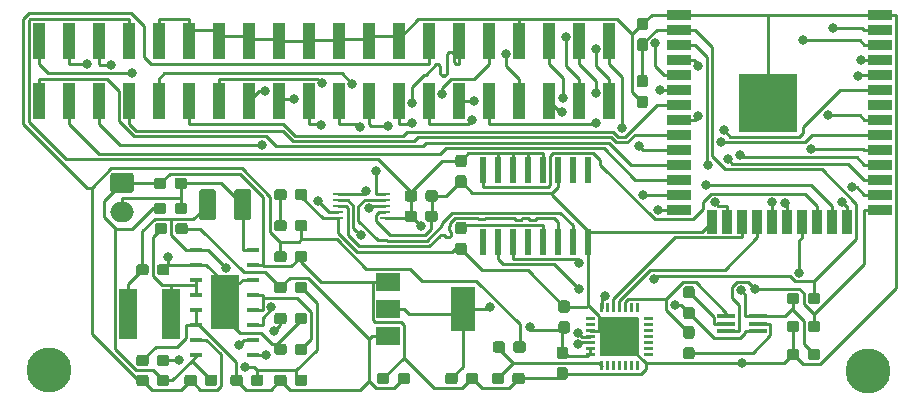
<source format=gbr>
G04 #@! TF.GenerationSoftware,KiCad,Pcbnew,(5.1.5-0-10_14)*
G04 #@! TF.CreationDate,2020-09-24T22:32:45+08:00*
G04 #@! TF.ProjectId,CC,43432e6b-6963-4616-945f-706362585858,rev?*
G04 #@! TF.SameCoordinates,Original*
G04 #@! TF.FileFunction,Copper,L1,Top*
G04 #@! TF.FilePolarity,Positive*
%FSLAX46Y46*%
G04 Gerber Fmt 4.6, Leading zero omitted, Abs format (unit mm)*
G04 Created by KiCad (PCBNEW (5.1.5-0-10_14)) date 2020-09-24 22:32:45*
%MOMM*%
%LPD*%
G04 APERTURE LIST*
%ADD10C,0.100000*%
%ADD11O,2.000000X1.700000*%
%ADD12R,1.000000X3.150000*%
%ADD13R,0.950000X0.200000*%
%ADD14R,1.500000X4.200000*%
%ADD15R,0.600000X2.200000*%
%ADD16C,3.800000*%
%ADD17R,2.000000X1.500000*%
%ADD18R,2.000000X3.800000*%
%ADD19R,1.500000X0.400000*%
%ADD20R,2.000000X0.900000*%
%ADD21R,0.900000X2.000000*%
%ADD22R,5.000000X5.000000*%
%ADD23R,2.410000X4.570000*%
%ADD24R,1.050000X0.390000*%
%ADD25C,0.800000*%
%ADD26C,0.250000*%
G04 APERTURE END LIST*
G04 #@! TA.AperFunction,ComponentPad*
D10*
G36*
X39704504Y-34471204D02*
G01*
X39728773Y-34474804D01*
X39752571Y-34480765D01*
X39775671Y-34489030D01*
X39797849Y-34499520D01*
X39818893Y-34512133D01*
X39838598Y-34526747D01*
X39856777Y-34543223D01*
X39873253Y-34561402D01*
X39887867Y-34581107D01*
X39900480Y-34602151D01*
X39910970Y-34624329D01*
X39919235Y-34647429D01*
X39925196Y-34671227D01*
X39928796Y-34695496D01*
X39930000Y-34720000D01*
X39930000Y-35920000D01*
X39928796Y-35944504D01*
X39925196Y-35968773D01*
X39919235Y-35992571D01*
X39910970Y-36015671D01*
X39900480Y-36037849D01*
X39887867Y-36058893D01*
X39873253Y-36078598D01*
X39856777Y-36096777D01*
X39838598Y-36113253D01*
X39818893Y-36127867D01*
X39797849Y-36140480D01*
X39775671Y-36150970D01*
X39752571Y-36159235D01*
X39728773Y-36165196D01*
X39704504Y-36168796D01*
X39680000Y-36170000D01*
X38180000Y-36170000D01*
X38155496Y-36168796D01*
X38131227Y-36165196D01*
X38107429Y-36159235D01*
X38084329Y-36150970D01*
X38062151Y-36140480D01*
X38041107Y-36127867D01*
X38021402Y-36113253D01*
X38003223Y-36096777D01*
X37986747Y-36078598D01*
X37972133Y-36058893D01*
X37959520Y-36037849D01*
X37949030Y-36015671D01*
X37940765Y-35992571D01*
X37934804Y-35968773D01*
X37931204Y-35944504D01*
X37930000Y-35920000D01*
X37930000Y-34720000D01*
X37931204Y-34695496D01*
X37934804Y-34671227D01*
X37940765Y-34647429D01*
X37949030Y-34624329D01*
X37959520Y-34602151D01*
X37972133Y-34581107D01*
X37986747Y-34561402D01*
X38003223Y-34543223D01*
X38021402Y-34526747D01*
X38041107Y-34512133D01*
X38062151Y-34499520D01*
X38084329Y-34489030D01*
X38107429Y-34480765D01*
X38131227Y-34474804D01*
X38155496Y-34471204D01*
X38180000Y-34470000D01*
X39680000Y-34470000D01*
X39704504Y-34471204D01*
G37*
G04 #@! TD.AperFunction*
D11*
X38930000Y-37820000D03*
D12*
X80150000Y-23355000D03*
X80150000Y-28405000D03*
X77610000Y-23355000D03*
X77610000Y-28405000D03*
X75070000Y-23355000D03*
X75070000Y-28405000D03*
X72530000Y-23355000D03*
X72530000Y-28405000D03*
X69990000Y-23355000D03*
X69990000Y-28405000D03*
X67450000Y-23355000D03*
X67450000Y-28405000D03*
X64910000Y-23355000D03*
X64910000Y-28405000D03*
X62370000Y-23355000D03*
X62370000Y-28405000D03*
X59830000Y-23355000D03*
X59830000Y-28405000D03*
X57290000Y-23355000D03*
X57290000Y-28405000D03*
X54750000Y-23355000D03*
X54750000Y-28405000D03*
X52210000Y-23355000D03*
X52210000Y-28405000D03*
X49670000Y-23355000D03*
X49670000Y-28405000D03*
X47130000Y-23355000D03*
X47130000Y-28405000D03*
X44590000Y-23355000D03*
X44590000Y-28405000D03*
X42050000Y-23355000D03*
X42050000Y-28405000D03*
X39510000Y-23355000D03*
X39510000Y-28405000D03*
X36970000Y-23355000D03*
X36970000Y-28405000D03*
X34430000Y-23355000D03*
X34430000Y-28405000D03*
X31890000Y-23355000D03*
X31890000Y-28405000D03*
D13*
X57245000Y-38310000D03*
X61195000Y-38310000D03*
X57245000Y-37810000D03*
X61195000Y-37810000D03*
X57245000Y-37310000D03*
X61195000Y-37310000D03*
X57245000Y-36810000D03*
X61195000Y-36810000D03*
X57245000Y-36310000D03*
X61195000Y-36310000D03*
D14*
X43060000Y-46440000D03*
X39460000Y-46440000D03*
G04 #@! TA.AperFunction,SMDPad,CuDef*
D10*
G36*
X54410779Y-41086144D02*
G01*
X54433834Y-41089563D01*
X54456443Y-41095227D01*
X54478387Y-41103079D01*
X54499457Y-41113044D01*
X54519448Y-41125026D01*
X54538168Y-41138910D01*
X54555438Y-41154562D01*
X54571090Y-41171832D01*
X54584974Y-41190552D01*
X54596956Y-41210543D01*
X54606921Y-41231613D01*
X54614773Y-41253557D01*
X54620437Y-41276166D01*
X54623856Y-41299221D01*
X54625000Y-41322500D01*
X54625000Y-41797500D01*
X54623856Y-41820779D01*
X54620437Y-41843834D01*
X54614773Y-41866443D01*
X54606921Y-41888387D01*
X54596956Y-41909457D01*
X54584974Y-41929448D01*
X54571090Y-41948168D01*
X54555438Y-41965438D01*
X54538168Y-41981090D01*
X54519448Y-41994974D01*
X54499457Y-42006956D01*
X54478387Y-42016921D01*
X54456443Y-42024773D01*
X54433834Y-42030437D01*
X54410779Y-42033856D01*
X54387500Y-42035000D01*
X53812500Y-42035000D01*
X53789221Y-42033856D01*
X53766166Y-42030437D01*
X53743557Y-42024773D01*
X53721613Y-42016921D01*
X53700543Y-42006956D01*
X53680552Y-41994974D01*
X53661832Y-41981090D01*
X53644562Y-41965438D01*
X53628910Y-41948168D01*
X53615026Y-41929448D01*
X53603044Y-41909457D01*
X53593079Y-41888387D01*
X53585227Y-41866443D01*
X53579563Y-41843834D01*
X53576144Y-41820779D01*
X53575000Y-41797500D01*
X53575000Y-41322500D01*
X53576144Y-41299221D01*
X53579563Y-41276166D01*
X53585227Y-41253557D01*
X53593079Y-41231613D01*
X53603044Y-41210543D01*
X53615026Y-41190552D01*
X53628910Y-41171832D01*
X53644562Y-41154562D01*
X53661832Y-41138910D01*
X53680552Y-41125026D01*
X53700543Y-41113044D01*
X53721613Y-41103079D01*
X53743557Y-41095227D01*
X53766166Y-41089563D01*
X53789221Y-41086144D01*
X53812500Y-41085000D01*
X54387500Y-41085000D01*
X54410779Y-41086144D01*
G37*
G04 #@! TD.AperFunction*
G04 #@! TA.AperFunction,SMDPad,CuDef*
G36*
X52660779Y-41086144D02*
G01*
X52683834Y-41089563D01*
X52706443Y-41095227D01*
X52728387Y-41103079D01*
X52749457Y-41113044D01*
X52769448Y-41125026D01*
X52788168Y-41138910D01*
X52805438Y-41154562D01*
X52821090Y-41171832D01*
X52834974Y-41190552D01*
X52846956Y-41210543D01*
X52856921Y-41231613D01*
X52864773Y-41253557D01*
X52870437Y-41276166D01*
X52873856Y-41299221D01*
X52875000Y-41322500D01*
X52875000Y-41797500D01*
X52873856Y-41820779D01*
X52870437Y-41843834D01*
X52864773Y-41866443D01*
X52856921Y-41888387D01*
X52846956Y-41909457D01*
X52834974Y-41929448D01*
X52821090Y-41948168D01*
X52805438Y-41965438D01*
X52788168Y-41981090D01*
X52769448Y-41994974D01*
X52749457Y-42006956D01*
X52728387Y-42016921D01*
X52706443Y-42024773D01*
X52683834Y-42030437D01*
X52660779Y-42033856D01*
X52637500Y-42035000D01*
X52062500Y-42035000D01*
X52039221Y-42033856D01*
X52016166Y-42030437D01*
X51993557Y-42024773D01*
X51971613Y-42016921D01*
X51950543Y-42006956D01*
X51930552Y-41994974D01*
X51911832Y-41981090D01*
X51894562Y-41965438D01*
X51878910Y-41948168D01*
X51865026Y-41929448D01*
X51853044Y-41909457D01*
X51843079Y-41888387D01*
X51835227Y-41866443D01*
X51829563Y-41843834D01*
X51826144Y-41820779D01*
X51825000Y-41797500D01*
X51825000Y-41322500D01*
X51826144Y-41299221D01*
X51829563Y-41276166D01*
X51835227Y-41253557D01*
X51843079Y-41231613D01*
X51853044Y-41210543D01*
X51865026Y-41190552D01*
X51878910Y-41171832D01*
X51894562Y-41154562D01*
X51911832Y-41138910D01*
X51930552Y-41125026D01*
X51950543Y-41113044D01*
X51971613Y-41103079D01*
X51993557Y-41095227D01*
X52016166Y-41089563D01*
X52039221Y-41086144D01*
X52062500Y-41085000D01*
X52637500Y-41085000D01*
X52660779Y-41086144D01*
G37*
G04 #@! TD.AperFunction*
G04 #@! TA.AperFunction,SMDPad,CuDef*
G36*
X52660779Y-38466144D02*
G01*
X52683834Y-38469563D01*
X52706443Y-38475227D01*
X52728387Y-38483079D01*
X52749457Y-38493044D01*
X52769448Y-38505026D01*
X52788168Y-38518910D01*
X52805438Y-38534562D01*
X52821090Y-38551832D01*
X52834974Y-38570552D01*
X52846956Y-38590543D01*
X52856921Y-38611613D01*
X52864773Y-38633557D01*
X52870437Y-38656166D01*
X52873856Y-38679221D01*
X52875000Y-38702500D01*
X52875000Y-39177500D01*
X52873856Y-39200779D01*
X52870437Y-39223834D01*
X52864773Y-39246443D01*
X52856921Y-39268387D01*
X52846956Y-39289457D01*
X52834974Y-39309448D01*
X52821090Y-39328168D01*
X52805438Y-39345438D01*
X52788168Y-39361090D01*
X52769448Y-39374974D01*
X52749457Y-39386956D01*
X52728387Y-39396921D01*
X52706443Y-39404773D01*
X52683834Y-39410437D01*
X52660779Y-39413856D01*
X52637500Y-39415000D01*
X52062500Y-39415000D01*
X52039221Y-39413856D01*
X52016166Y-39410437D01*
X51993557Y-39404773D01*
X51971613Y-39396921D01*
X51950543Y-39386956D01*
X51930552Y-39374974D01*
X51911832Y-39361090D01*
X51894562Y-39345438D01*
X51878910Y-39328168D01*
X51865026Y-39309448D01*
X51853044Y-39289457D01*
X51843079Y-39268387D01*
X51835227Y-39246443D01*
X51829563Y-39223834D01*
X51826144Y-39200779D01*
X51825000Y-39177500D01*
X51825000Y-38702500D01*
X51826144Y-38679221D01*
X51829563Y-38656166D01*
X51835227Y-38633557D01*
X51843079Y-38611613D01*
X51853044Y-38590543D01*
X51865026Y-38570552D01*
X51878910Y-38551832D01*
X51894562Y-38534562D01*
X51911832Y-38518910D01*
X51930552Y-38505026D01*
X51950543Y-38493044D01*
X51971613Y-38483079D01*
X51993557Y-38475227D01*
X52016166Y-38469563D01*
X52039221Y-38466144D01*
X52062500Y-38465000D01*
X52637500Y-38465000D01*
X52660779Y-38466144D01*
G37*
G04 #@! TD.AperFunction*
G04 #@! TA.AperFunction,SMDPad,CuDef*
G36*
X54410779Y-38466144D02*
G01*
X54433834Y-38469563D01*
X54456443Y-38475227D01*
X54478387Y-38483079D01*
X54499457Y-38493044D01*
X54519448Y-38505026D01*
X54538168Y-38518910D01*
X54555438Y-38534562D01*
X54571090Y-38551832D01*
X54584974Y-38570552D01*
X54596956Y-38590543D01*
X54606921Y-38611613D01*
X54614773Y-38633557D01*
X54620437Y-38656166D01*
X54623856Y-38679221D01*
X54625000Y-38702500D01*
X54625000Y-39177500D01*
X54623856Y-39200779D01*
X54620437Y-39223834D01*
X54614773Y-39246443D01*
X54606921Y-39268387D01*
X54596956Y-39289457D01*
X54584974Y-39309448D01*
X54571090Y-39328168D01*
X54555438Y-39345438D01*
X54538168Y-39361090D01*
X54519448Y-39374974D01*
X54499457Y-39386956D01*
X54478387Y-39396921D01*
X54456443Y-39404773D01*
X54433834Y-39410437D01*
X54410779Y-39413856D01*
X54387500Y-39415000D01*
X53812500Y-39415000D01*
X53789221Y-39413856D01*
X53766166Y-39410437D01*
X53743557Y-39404773D01*
X53721613Y-39396921D01*
X53700543Y-39386956D01*
X53680552Y-39374974D01*
X53661832Y-39361090D01*
X53644562Y-39345438D01*
X53628910Y-39328168D01*
X53615026Y-39309448D01*
X53603044Y-39289457D01*
X53593079Y-39268387D01*
X53585227Y-39246443D01*
X53579563Y-39223834D01*
X53576144Y-39200779D01*
X53575000Y-39177500D01*
X53575000Y-38702500D01*
X53576144Y-38679221D01*
X53579563Y-38656166D01*
X53585227Y-38633557D01*
X53593079Y-38611613D01*
X53603044Y-38590543D01*
X53615026Y-38570552D01*
X53628910Y-38551832D01*
X53644562Y-38534562D01*
X53661832Y-38518910D01*
X53680552Y-38505026D01*
X53700543Y-38493044D01*
X53721613Y-38483079D01*
X53743557Y-38475227D01*
X53766166Y-38469563D01*
X53789221Y-38466144D01*
X53812500Y-38465000D01*
X54387500Y-38465000D01*
X54410779Y-38466144D01*
G37*
G04 #@! TD.AperFunction*
G04 #@! TA.AperFunction,SMDPad,CuDef*
G36*
X42720779Y-51566144D02*
G01*
X42743834Y-51569563D01*
X42766443Y-51575227D01*
X42788387Y-51583079D01*
X42809457Y-51593044D01*
X42829448Y-51605026D01*
X42848168Y-51618910D01*
X42865438Y-51634562D01*
X42881090Y-51651832D01*
X42894974Y-51670552D01*
X42906956Y-51690543D01*
X42916921Y-51711613D01*
X42924773Y-51733557D01*
X42930437Y-51756166D01*
X42933856Y-51779221D01*
X42935000Y-51802500D01*
X42935000Y-52277500D01*
X42933856Y-52300779D01*
X42930437Y-52323834D01*
X42924773Y-52346443D01*
X42916921Y-52368387D01*
X42906956Y-52389457D01*
X42894974Y-52409448D01*
X42881090Y-52428168D01*
X42865438Y-52445438D01*
X42848168Y-52461090D01*
X42829448Y-52474974D01*
X42809457Y-52486956D01*
X42788387Y-52496921D01*
X42766443Y-52504773D01*
X42743834Y-52510437D01*
X42720779Y-52513856D01*
X42697500Y-52515000D01*
X42122500Y-52515000D01*
X42099221Y-52513856D01*
X42076166Y-52510437D01*
X42053557Y-52504773D01*
X42031613Y-52496921D01*
X42010543Y-52486956D01*
X41990552Y-52474974D01*
X41971832Y-52461090D01*
X41954562Y-52445438D01*
X41938910Y-52428168D01*
X41925026Y-52409448D01*
X41913044Y-52389457D01*
X41903079Y-52368387D01*
X41895227Y-52346443D01*
X41889563Y-52323834D01*
X41886144Y-52300779D01*
X41885000Y-52277500D01*
X41885000Y-51802500D01*
X41886144Y-51779221D01*
X41889563Y-51756166D01*
X41895227Y-51733557D01*
X41903079Y-51711613D01*
X41913044Y-51690543D01*
X41925026Y-51670552D01*
X41938910Y-51651832D01*
X41954562Y-51634562D01*
X41971832Y-51618910D01*
X41990552Y-51605026D01*
X42010543Y-51593044D01*
X42031613Y-51583079D01*
X42053557Y-51575227D01*
X42076166Y-51569563D01*
X42099221Y-51566144D01*
X42122500Y-51565000D01*
X42697500Y-51565000D01*
X42720779Y-51566144D01*
G37*
G04 #@! TD.AperFunction*
G04 #@! TA.AperFunction,SMDPad,CuDef*
G36*
X40970779Y-51566144D02*
G01*
X40993834Y-51569563D01*
X41016443Y-51575227D01*
X41038387Y-51583079D01*
X41059457Y-51593044D01*
X41079448Y-51605026D01*
X41098168Y-51618910D01*
X41115438Y-51634562D01*
X41131090Y-51651832D01*
X41144974Y-51670552D01*
X41156956Y-51690543D01*
X41166921Y-51711613D01*
X41174773Y-51733557D01*
X41180437Y-51756166D01*
X41183856Y-51779221D01*
X41185000Y-51802500D01*
X41185000Y-52277500D01*
X41183856Y-52300779D01*
X41180437Y-52323834D01*
X41174773Y-52346443D01*
X41166921Y-52368387D01*
X41156956Y-52389457D01*
X41144974Y-52409448D01*
X41131090Y-52428168D01*
X41115438Y-52445438D01*
X41098168Y-52461090D01*
X41079448Y-52474974D01*
X41059457Y-52486956D01*
X41038387Y-52496921D01*
X41016443Y-52504773D01*
X40993834Y-52510437D01*
X40970779Y-52513856D01*
X40947500Y-52515000D01*
X40372500Y-52515000D01*
X40349221Y-52513856D01*
X40326166Y-52510437D01*
X40303557Y-52504773D01*
X40281613Y-52496921D01*
X40260543Y-52486956D01*
X40240552Y-52474974D01*
X40221832Y-52461090D01*
X40204562Y-52445438D01*
X40188910Y-52428168D01*
X40175026Y-52409448D01*
X40163044Y-52389457D01*
X40153079Y-52368387D01*
X40145227Y-52346443D01*
X40139563Y-52323834D01*
X40136144Y-52300779D01*
X40135000Y-52277500D01*
X40135000Y-51802500D01*
X40136144Y-51779221D01*
X40139563Y-51756166D01*
X40145227Y-51733557D01*
X40153079Y-51711613D01*
X40163044Y-51690543D01*
X40175026Y-51670552D01*
X40188910Y-51651832D01*
X40204562Y-51634562D01*
X40221832Y-51618910D01*
X40240552Y-51605026D01*
X40260543Y-51593044D01*
X40281613Y-51583079D01*
X40303557Y-51575227D01*
X40326166Y-51569563D01*
X40349221Y-51566144D01*
X40372500Y-51565000D01*
X40947500Y-51565000D01*
X40970779Y-51566144D01*
G37*
G04 #@! TD.AperFunction*
G04 #@! TA.AperFunction,SMDPad,CuDef*
G36*
X46795779Y-51566144D02*
G01*
X46818834Y-51569563D01*
X46841443Y-51575227D01*
X46863387Y-51583079D01*
X46884457Y-51593044D01*
X46904448Y-51605026D01*
X46923168Y-51618910D01*
X46940438Y-51634562D01*
X46956090Y-51651832D01*
X46969974Y-51670552D01*
X46981956Y-51690543D01*
X46991921Y-51711613D01*
X46999773Y-51733557D01*
X47005437Y-51756166D01*
X47008856Y-51779221D01*
X47010000Y-51802500D01*
X47010000Y-52277500D01*
X47008856Y-52300779D01*
X47005437Y-52323834D01*
X46999773Y-52346443D01*
X46991921Y-52368387D01*
X46981956Y-52389457D01*
X46969974Y-52409448D01*
X46956090Y-52428168D01*
X46940438Y-52445438D01*
X46923168Y-52461090D01*
X46904448Y-52474974D01*
X46884457Y-52486956D01*
X46863387Y-52496921D01*
X46841443Y-52504773D01*
X46818834Y-52510437D01*
X46795779Y-52513856D01*
X46772500Y-52515000D01*
X46197500Y-52515000D01*
X46174221Y-52513856D01*
X46151166Y-52510437D01*
X46128557Y-52504773D01*
X46106613Y-52496921D01*
X46085543Y-52486956D01*
X46065552Y-52474974D01*
X46046832Y-52461090D01*
X46029562Y-52445438D01*
X46013910Y-52428168D01*
X46000026Y-52409448D01*
X45988044Y-52389457D01*
X45978079Y-52368387D01*
X45970227Y-52346443D01*
X45964563Y-52323834D01*
X45961144Y-52300779D01*
X45960000Y-52277500D01*
X45960000Y-51802500D01*
X45961144Y-51779221D01*
X45964563Y-51756166D01*
X45970227Y-51733557D01*
X45978079Y-51711613D01*
X45988044Y-51690543D01*
X46000026Y-51670552D01*
X46013910Y-51651832D01*
X46029562Y-51634562D01*
X46046832Y-51618910D01*
X46065552Y-51605026D01*
X46085543Y-51593044D01*
X46106613Y-51583079D01*
X46128557Y-51575227D01*
X46151166Y-51569563D01*
X46174221Y-51566144D01*
X46197500Y-51565000D01*
X46772500Y-51565000D01*
X46795779Y-51566144D01*
G37*
G04 #@! TD.AperFunction*
G04 #@! TA.AperFunction,SMDPad,CuDef*
G36*
X45045779Y-51566144D02*
G01*
X45068834Y-51569563D01*
X45091443Y-51575227D01*
X45113387Y-51583079D01*
X45134457Y-51593044D01*
X45154448Y-51605026D01*
X45173168Y-51618910D01*
X45190438Y-51634562D01*
X45206090Y-51651832D01*
X45219974Y-51670552D01*
X45231956Y-51690543D01*
X45241921Y-51711613D01*
X45249773Y-51733557D01*
X45255437Y-51756166D01*
X45258856Y-51779221D01*
X45260000Y-51802500D01*
X45260000Y-52277500D01*
X45258856Y-52300779D01*
X45255437Y-52323834D01*
X45249773Y-52346443D01*
X45241921Y-52368387D01*
X45231956Y-52389457D01*
X45219974Y-52409448D01*
X45206090Y-52428168D01*
X45190438Y-52445438D01*
X45173168Y-52461090D01*
X45154448Y-52474974D01*
X45134457Y-52486956D01*
X45113387Y-52496921D01*
X45091443Y-52504773D01*
X45068834Y-52510437D01*
X45045779Y-52513856D01*
X45022500Y-52515000D01*
X44447500Y-52515000D01*
X44424221Y-52513856D01*
X44401166Y-52510437D01*
X44378557Y-52504773D01*
X44356613Y-52496921D01*
X44335543Y-52486956D01*
X44315552Y-52474974D01*
X44296832Y-52461090D01*
X44279562Y-52445438D01*
X44263910Y-52428168D01*
X44250026Y-52409448D01*
X44238044Y-52389457D01*
X44228079Y-52368387D01*
X44220227Y-52346443D01*
X44214563Y-52323834D01*
X44211144Y-52300779D01*
X44210000Y-52277500D01*
X44210000Y-51802500D01*
X44211144Y-51779221D01*
X44214563Y-51756166D01*
X44220227Y-51733557D01*
X44228079Y-51711613D01*
X44238044Y-51690543D01*
X44250026Y-51670552D01*
X44263910Y-51651832D01*
X44279562Y-51634562D01*
X44296832Y-51618910D01*
X44315552Y-51605026D01*
X44335543Y-51593044D01*
X44356613Y-51583079D01*
X44378557Y-51575227D01*
X44401166Y-51569563D01*
X44424221Y-51566144D01*
X44447500Y-51565000D01*
X45022500Y-51565000D01*
X45045779Y-51566144D01*
G37*
G04 #@! TD.AperFunction*
G04 #@! TA.AperFunction,SMDPad,CuDef*
G36*
X54410779Y-35846144D02*
G01*
X54433834Y-35849563D01*
X54456443Y-35855227D01*
X54478387Y-35863079D01*
X54499457Y-35873044D01*
X54519448Y-35885026D01*
X54538168Y-35898910D01*
X54555438Y-35914562D01*
X54571090Y-35931832D01*
X54584974Y-35950552D01*
X54596956Y-35970543D01*
X54606921Y-35991613D01*
X54614773Y-36013557D01*
X54620437Y-36036166D01*
X54623856Y-36059221D01*
X54625000Y-36082500D01*
X54625000Y-36557500D01*
X54623856Y-36580779D01*
X54620437Y-36603834D01*
X54614773Y-36626443D01*
X54606921Y-36648387D01*
X54596956Y-36669457D01*
X54584974Y-36689448D01*
X54571090Y-36708168D01*
X54555438Y-36725438D01*
X54538168Y-36741090D01*
X54519448Y-36754974D01*
X54499457Y-36766956D01*
X54478387Y-36776921D01*
X54456443Y-36784773D01*
X54433834Y-36790437D01*
X54410779Y-36793856D01*
X54387500Y-36795000D01*
X53812500Y-36795000D01*
X53789221Y-36793856D01*
X53766166Y-36790437D01*
X53743557Y-36784773D01*
X53721613Y-36776921D01*
X53700543Y-36766956D01*
X53680552Y-36754974D01*
X53661832Y-36741090D01*
X53644562Y-36725438D01*
X53628910Y-36708168D01*
X53615026Y-36689448D01*
X53603044Y-36669457D01*
X53593079Y-36648387D01*
X53585227Y-36626443D01*
X53579563Y-36603834D01*
X53576144Y-36580779D01*
X53575000Y-36557500D01*
X53575000Y-36082500D01*
X53576144Y-36059221D01*
X53579563Y-36036166D01*
X53585227Y-36013557D01*
X53593079Y-35991613D01*
X53603044Y-35970543D01*
X53615026Y-35950552D01*
X53628910Y-35931832D01*
X53644562Y-35914562D01*
X53661832Y-35898910D01*
X53680552Y-35885026D01*
X53700543Y-35873044D01*
X53721613Y-35863079D01*
X53743557Y-35855227D01*
X53766166Y-35849563D01*
X53789221Y-35846144D01*
X53812500Y-35845000D01*
X54387500Y-35845000D01*
X54410779Y-35846144D01*
G37*
G04 #@! TD.AperFunction*
G04 #@! TA.AperFunction,SMDPad,CuDef*
G36*
X52660779Y-35846144D02*
G01*
X52683834Y-35849563D01*
X52706443Y-35855227D01*
X52728387Y-35863079D01*
X52749457Y-35873044D01*
X52769448Y-35885026D01*
X52788168Y-35898910D01*
X52805438Y-35914562D01*
X52821090Y-35931832D01*
X52834974Y-35950552D01*
X52846956Y-35970543D01*
X52856921Y-35991613D01*
X52864773Y-36013557D01*
X52870437Y-36036166D01*
X52873856Y-36059221D01*
X52875000Y-36082500D01*
X52875000Y-36557500D01*
X52873856Y-36580779D01*
X52870437Y-36603834D01*
X52864773Y-36626443D01*
X52856921Y-36648387D01*
X52846956Y-36669457D01*
X52834974Y-36689448D01*
X52821090Y-36708168D01*
X52805438Y-36725438D01*
X52788168Y-36741090D01*
X52769448Y-36754974D01*
X52749457Y-36766956D01*
X52728387Y-36776921D01*
X52706443Y-36784773D01*
X52683834Y-36790437D01*
X52660779Y-36793856D01*
X52637500Y-36795000D01*
X52062500Y-36795000D01*
X52039221Y-36793856D01*
X52016166Y-36790437D01*
X51993557Y-36784773D01*
X51971613Y-36776921D01*
X51950543Y-36766956D01*
X51930552Y-36754974D01*
X51911832Y-36741090D01*
X51894562Y-36725438D01*
X51878910Y-36708168D01*
X51865026Y-36689448D01*
X51853044Y-36669457D01*
X51843079Y-36648387D01*
X51835227Y-36626443D01*
X51829563Y-36603834D01*
X51826144Y-36580779D01*
X51825000Y-36557500D01*
X51825000Y-36082500D01*
X51826144Y-36059221D01*
X51829563Y-36036166D01*
X51835227Y-36013557D01*
X51843079Y-35991613D01*
X51853044Y-35970543D01*
X51865026Y-35950552D01*
X51878910Y-35931832D01*
X51894562Y-35914562D01*
X51911832Y-35898910D01*
X51930552Y-35885026D01*
X51950543Y-35873044D01*
X51971613Y-35863079D01*
X51993557Y-35855227D01*
X52016166Y-35849563D01*
X52039221Y-35846144D01*
X52062500Y-35845000D01*
X52637500Y-35845000D01*
X52660779Y-35846144D01*
G37*
G04 #@! TD.AperFunction*
G04 #@! TA.AperFunction,SMDPad,CuDef*
G36*
X76460779Y-49181144D02*
G01*
X76483834Y-49184563D01*
X76506443Y-49190227D01*
X76528387Y-49198079D01*
X76549457Y-49208044D01*
X76569448Y-49220026D01*
X76588168Y-49233910D01*
X76605438Y-49249562D01*
X76621090Y-49266832D01*
X76634974Y-49285552D01*
X76646956Y-49305543D01*
X76656921Y-49326613D01*
X76664773Y-49348557D01*
X76670437Y-49371166D01*
X76673856Y-49394221D01*
X76675000Y-49417500D01*
X76675000Y-49992500D01*
X76673856Y-50015779D01*
X76670437Y-50038834D01*
X76664773Y-50061443D01*
X76656921Y-50083387D01*
X76646956Y-50104457D01*
X76634974Y-50124448D01*
X76621090Y-50143168D01*
X76605438Y-50160438D01*
X76588168Y-50176090D01*
X76569448Y-50189974D01*
X76549457Y-50201956D01*
X76528387Y-50211921D01*
X76506443Y-50219773D01*
X76483834Y-50225437D01*
X76460779Y-50228856D01*
X76437500Y-50230000D01*
X75962500Y-50230000D01*
X75939221Y-50228856D01*
X75916166Y-50225437D01*
X75893557Y-50219773D01*
X75871613Y-50211921D01*
X75850543Y-50201956D01*
X75830552Y-50189974D01*
X75811832Y-50176090D01*
X75794562Y-50160438D01*
X75778910Y-50143168D01*
X75765026Y-50124448D01*
X75753044Y-50104457D01*
X75743079Y-50083387D01*
X75735227Y-50061443D01*
X75729563Y-50038834D01*
X75726144Y-50015779D01*
X75725000Y-49992500D01*
X75725000Y-49417500D01*
X75726144Y-49394221D01*
X75729563Y-49371166D01*
X75735227Y-49348557D01*
X75743079Y-49326613D01*
X75753044Y-49305543D01*
X75765026Y-49285552D01*
X75778910Y-49266832D01*
X75794562Y-49249562D01*
X75811832Y-49233910D01*
X75830552Y-49220026D01*
X75850543Y-49208044D01*
X75871613Y-49198079D01*
X75893557Y-49190227D01*
X75916166Y-49184563D01*
X75939221Y-49181144D01*
X75962500Y-49180000D01*
X76437500Y-49180000D01*
X76460779Y-49181144D01*
G37*
G04 #@! TD.AperFunction*
G04 #@! TA.AperFunction,SMDPad,CuDef*
G36*
X76460779Y-50931144D02*
G01*
X76483834Y-50934563D01*
X76506443Y-50940227D01*
X76528387Y-50948079D01*
X76549457Y-50958044D01*
X76569448Y-50970026D01*
X76588168Y-50983910D01*
X76605438Y-50999562D01*
X76621090Y-51016832D01*
X76634974Y-51035552D01*
X76646956Y-51055543D01*
X76656921Y-51076613D01*
X76664773Y-51098557D01*
X76670437Y-51121166D01*
X76673856Y-51144221D01*
X76675000Y-51167500D01*
X76675000Y-51742500D01*
X76673856Y-51765779D01*
X76670437Y-51788834D01*
X76664773Y-51811443D01*
X76656921Y-51833387D01*
X76646956Y-51854457D01*
X76634974Y-51874448D01*
X76621090Y-51893168D01*
X76605438Y-51910438D01*
X76588168Y-51926090D01*
X76569448Y-51939974D01*
X76549457Y-51951956D01*
X76528387Y-51961921D01*
X76506443Y-51969773D01*
X76483834Y-51975437D01*
X76460779Y-51978856D01*
X76437500Y-51980000D01*
X75962500Y-51980000D01*
X75939221Y-51978856D01*
X75916166Y-51975437D01*
X75893557Y-51969773D01*
X75871613Y-51961921D01*
X75850543Y-51951956D01*
X75830552Y-51939974D01*
X75811832Y-51926090D01*
X75794562Y-51910438D01*
X75778910Y-51893168D01*
X75765026Y-51874448D01*
X75753044Y-51854457D01*
X75743079Y-51833387D01*
X75735227Y-51811443D01*
X75729563Y-51788834D01*
X75726144Y-51765779D01*
X75725000Y-51742500D01*
X75725000Y-51167500D01*
X75726144Y-51144221D01*
X75729563Y-51121166D01*
X75735227Y-51098557D01*
X75743079Y-51076613D01*
X75753044Y-51055543D01*
X75765026Y-51035552D01*
X75778910Y-51016832D01*
X75794562Y-50999562D01*
X75811832Y-50983910D01*
X75830552Y-50970026D01*
X75850543Y-50958044D01*
X75871613Y-50948079D01*
X75893557Y-50940227D01*
X75916166Y-50934563D01*
X75939221Y-50931144D01*
X75962500Y-50930000D01*
X76437500Y-50930000D01*
X76460779Y-50931144D01*
G37*
G04 #@! TD.AperFunction*
G04 #@! TA.AperFunction,SMDPad,CuDef*
G36*
X79608626Y-45490301D02*
G01*
X79614693Y-45491201D01*
X79620643Y-45492691D01*
X79626418Y-45494758D01*
X79631962Y-45497380D01*
X79637223Y-45500533D01*
X79642150Y-45504187D01*
X79646694Y-45508306D01*
X79650813Y-45512850D01*
X79654467Y-45517777D01*
X79657620Y-45523038D01*
X79660242Y-45528582D01*
X79662309Y-45534357D01*
X79663799Y-45540307D01*
X79664699Y-45546374D01*
X79665000Y-45552500D01*
X79665000Y-46227500D01*
X79664699Y-46233626D01*
X79663799Y-46239693D01*
X79662309Y-46245643D01*
X79660242Y-46251418D01*
X79657620Y-46256962D01*
X79654467Y-46262223D01*
X79650813Y-46267150D01*
X79646694Y-46271694D01*
X79642150Y-46275813D01*
X79637223Y-46279467D01*
X79631962Y-46282620D01*
X79626418Y-46285242D01*
X79620643Y-46287309D01*
X79614693Y-46288799D01*
X79608626Y-46289699D01*
X79602500Y-46290000D01*
X79477500Y-46290000D01*
X79471374Y-46289699D01*
X79465307Y-46288799D01*
X79459357Y-46287309D01*
X79453582Y-46285242D01*
X79448038Y-46282620D01*
X79442777Y-46279467D01*
X79437850Y-46275813D01*
X79433306Y-46271694D01*
X79429187Y-46267150D01*
X79425533Y-46262223D01*
X79422380Y-46256962D01*
X79419758Y-46251418D01*
X79417691Y-46245643D01*
X79416201Y-46239693D01*
X79415301Y-46233626D01*
X79415000Y-46227500D01*
X79415000Y-45552500D01*
X79415301Y-45546374D01*
X79416201Y-45540307D01*
X79417691Y-45534357D01*
X79419758Y-45528582D01*
X79422380Y-45523038D01*
X79425533Y-45517777D01*
X79429187Y-45512850D01*
X79433306Y-45508306D01*
X79437850Y-45504187D01*
X79442777Y-45500533D01*
X79448038Y-45497380D01*
X79453582Y-45494758D01*
X79459357Y-45492691D01*
X79465307Y-45491201D01*
X79471374Y-45490301D01*
X79477500Y-45490000D01*
X79602500Y-45490000D01*
X79608626Y-45490301D01*
G37*
G04 #@! TD.AperFunction*
G04 #@! TA.AperFunction,SMDPad,CuDef*
G36*
X80108626Y-45490301D02*
G01*
X80114693Y-45491201D01*
X80120643Y-45492691D01*
X80126418Y-45494758D01*
X80131962Y-45497380D01*
X80137223Y-45500533D01*
X80142150Y-45504187D01*
X80146694Y-45508306D01*
X80150813Y-45512850D01*
X80154467Y-45517777D01*
X80157620Y-45523038D01*
X80160242Y-45528582D01*
X80162309Y-45534357D01*
X80163799Y-45540307D01*
X80164699Y-45546374D01*
X80165000Y-45552500D01*
X80165000Y-46227500D01*
X80164699Y-46233626D01*
X80163799Y-46239693D01*
X80162309Y-46245643D01*
X80160242Y-46251418D01*
X80157620Y-46256962D01*
X80154467Y-46262223D01*
X80150813Y-46267150D01*
X80146694Y-46271694D01*
X80142150Y-46275813D01*
X80137223Y-46279467D01*
X80131962Y-46282620D01*
X80126418Y-46285242D01*
X80120643Y-46287309D01*
X80114693Y-46288799D01*
X80108626Y-46289699D01*
X80102500Y-46290000D01*
X79977500Y-46290000D01*
X79971374Y-46289699D01*
X79965307Y-46288799D01*
X79959357Y-46287309D01*
X79953582Y-46285242D01*
X79948038Y-46282620D01*
X79942777Y-46279467D01*
X79937850Y-46275813D01*
X79933306Y-46271694D01*
X79929187Y-46267150D01*
X79925533Y-46262223D01*
X79922380Y-46256962D01*
X79919758Y-46251418D01*
X79917691Y-46245643D01*
X79916201Y-46239693D01*
X79915301Y-46233626D01*
X79915000Y-46227500D01*
X79915000Y-45552500D01*
X79915301Y-45546374D01*
X79916201Y-45540307D01*
X79917691Y-45534357D01*
X79919758Y-45528582D01*
X79922380Y-45523038D01*
X79925533Y-45517777D01*
X79929187Y-45512850D01*
X79933306Y-45508306D01*
X79937850Y-45504187D01*
X79942777Y-45500533D01*
X79948038Y-45497380D01*
X79953582Y-45494758D01*
X79959357Y-45492691D01*
X79965307Y-45491201D01*
X79971374Y-45490301D01*
X79977500Y-45490000D01*
X80102500Y-45490000D01*
X80108626Y-45490301D01*
G37*
G04 #@! TD.AperFunction*
G04 #@! TA.AperFunction,SMDPad,CuDef*
G36*
X80608626Y-45490301D02*
G01*
X80614693Y-45491201D01*
X80620643Y-45492691D01*
X80626418Y-45494758D01*
X80631962Y-45497380D01*
X80637223Y-45500533D01*
X80642150Y-45504187D01*
X80646694Y-45508306D01*
X80650813Y-45512850D01*
X80654467Y-45517777D01*
X80657620Y-45523038D01*
X80660242Y-45528582D01*
X80662309Y-45534357D01*
X80663799Y-45540307D01*
X80664699Y-45546374D01*
X80665000Y-45552500D01*
X80665000Y-46227500D01*
X80664699Y-46233626D01*
X80663799Y-46239693D01*
X80662309Y-46245643D01*
X80660242Y-46251418D01*
X80657620Y-46256962D01*
X80654467Y-46262223D01*
X80650813Y-46267150D01*
X80646694Y-46271694D01*
X80642150Y-46275813D01*
X80637223Y-46279467D01*
X80631962Y-46282620D01*
X80626418Y-46285242D01*
X80620643Y-46287309D01*
X80614693Y-46288799D01*
X80608626Y-46289699D01*
X80602500Y-46290000D01*
X80477500Y-46290000D01*
X80471374Y-46289699D01*
X80465307Y-46288799D01*
X80459357Y-46287309D01*
X80453582Y-46285242D01*
X80448038Y-46282620D01*
X80442777Y-46279467D01*
X80437850Y-46275813D01*
X80433306Y-46271694D01*
X80429187Y-46267150D01*
X80425533Y-46262223D01*
X80422380Y-46256962D01*
X80419758Y-46251418D01*
X80417691Y-46245643D01*
X80416201Y-46239693D01*
X80415301Y-46233626D01*
X80415000Y-46227500D01*
X80415000Y-45552500D01*
X80415301Y-45546374D01*
X80416201Y-45540307D01*
X80417691Y-45534357D01*
X80419758Y-45528582D01*
X80422380Y-45523038D01*
X80425533Y-45517777D01*
X80429187Y-45512850D01*
X80433306Y-45508306D01*
X80437850Y-45504187D01*
X80442777Y-45500533D01*
X80448038Y-45497380D01*
X80453582Y-45494758D01*
X80459357Y-45492691D01*
X80465307Y-45491201D01*
X80471374Y-45490301D01*
X80477500Y-45490000D01*
X80602500Y-45490000D01*
X80608626Y-45490301D01*
G37*
G04 #@! TD.AperFunction*
G04 #@! TA.AperFunction,SMDPad,CuDef*
G36*
X81108626Y-45490301D02*
G01*
X81114693Y-45491201D01*
X81120643Y-45492691D01*
X81126418Y-45494758D01*
X81131962Y-45497380D01*
X81137223Y-45500533D01*
X81142150Y-45504187D01*
X81146694Y-45508306D01*
X81150813Y-45512850D01*
X81154467Y-45517777D01*
X81157620Y-45523038D01*
X81160242Y-45528582D01*
X81162309Y-45534357D01*
X81163799Y-45540307D01*
X81164699Y-45546374D01*
X81165000Y-45552500D01*
X81165000Y-46227500D01*
X81164699Y-46233626D01*
X81163799Y-46239693D01*
X81162309Y-46245643D01*
X81160242Y-46251418D01*
X81157620Y-46256962D01*
X81154467Y-46262223D01*
X81150813Y-46267150D01*
X81146694Y-46271694D01*
X81142150Y-46275813D01*
X81137223Y-46279467D01*
X81131962Y-46282620D01*
X81126418Y-46285242D01*
X81120643Y-46287309D01*
X81114693Y-46288799D01*
X81108626Y-46289699D01*
X81102500Y-46290000D01*
X80977500Y-46290000D01*
X80971374Y-46289699D01*
X80965307Y-46288799D01*
X80959357Y-46287309D01*
X80953582Y-46285242D01*
X80948038Y-46282620D01*
X80942777Y-46279467D01*
X80937850Y-46275813D01*
X80933306Y-46271694D01*
X80929187Y-46267150D01*
X80925533Y-46262223D01*
X80922380Y-46256962D01*
X80919758Y-46251418D01*
X80917691Y-46245643D01*
X80916201Y-46239693D01*
X80915301Y-46233626D01*
X80915000Y-46227500D01*
X80915000Y-45552500D01*
X80915301Y-45546374D01*
X80916201Y-45540307D01*
X80917691Y-45534357D01*
X80919758Y-45528582D01*
X80922380Y-45523038D01*
X80925533Y-45517777D01*
X80929187Y-45512850D01*
X80933306Y-45508306D01*
X80937850Y-45504187D01*
X80942777Y-45500533D01*
X80948038Y-45497380D01*
X80953582Y-45494758D01*
X80959357Y-45492691D01*
X80965307Y-45491201D01*
X80971374Y-45490301D01*
X80977500Y-45490000D01*
X81102500Y-45490000D01*
X81108626Y-45490301D01*
G37*
G04 #@! TD.AperFunction*
G04 #@! TA.AperFunction,SMDPad,CuDef*
G36*
X81608626Y-45490301D02*
G01*
X81614693Y-45491201D01*
X81620643Y-45492691D01*
X81626418Y-45494758D01*
X81631962Y-45497380D01*
X81637223Y-45500533D01*
X81642150Y-45504187D01*
X81646694Y-45508306D01*
X81650813Y-45512850D01*
X81654467Y-45517777D01*
X81657620Y-45523038D01*
X81660242Y-45528582D01*
X81662309Y-45534357D01*
X81663799Y-45540307D01*
X81664699Y-45546374D01*
X81665000Y-45552500D01*
X81665000Y-46227500D01*
X81664699Y-46233626D01*
X81663799Y-46239693D01*
X81662309Y-46245643D01*
X81660242Y-46251418D01*
X81657620Y-46256962D01*
X81654467Y-46262223D01*
X81650813Y-46267150D01*
X81646694Y-46271694D01*
X81642150Y-46275813D01*
X81637223Y-46279467D01*
X81631962Y-46282620D01*
X81626418Y-46285242D01*
X81620643Y-46287309D01*
X81614693Y-46288799D01*
X81608626Y-46289699D01*
X81602500Y-46290000D01*
X81477500Y-46290000D01*
X81471374Y-46289699D01*
X81465307Y-46288799D01*
X81459357Y-46287309D01*
X81453582Y-46285242D01*
X81448038Y-46282620D01*
X81442777Y-46279467D01*
X81437850Y-46275813D01*
X81433306Y-46271694D01*
X81429187Y-46267150D01*
X81425533Y-46262223D01*
X81422380Y-46256962D01*
X81419758Y-46251418D01*
X81417691Y-46245643D01*
X81416201Y-46239693D01*
X81415301Y-46233626D01*
X81415000Y-46227500D01*
X81415000Y-45552500D01*
X81415301Y-45546374D01*
X81416201Y-45540307D01*
X81417691Y-45534357D01*
X81419758Y-45528582D01*
X81422380Y-45523038D01*
X81425533Y-45517777D01*
X81429187Y-45512850D01*
X81433306Y-45508306D01*
X81437850Y-45504187D01*
X81442777Y-45500533D01*
X81448038Y-45497380D01*
X81453582Y-45494758D01*
X81459357Y-45492691D01*
X81465307Y-45491201D01*
X81471374Y-45490301D01*
X81477500Y-45490000D01*
X81602500Y-45490000D01*
X81608626Y-45490301D01*
G37*
G04 #@! TD.AperFunction*
G04 #@! TA.AperFunction,SMDPad,CuDef*
G36*
X82108626Y-45490301D02*
G01*
X82114693Y-45491201D01*
X82120643Y-45492691D01*
X82126418Y-45494758D01*
X82131962Y-45497380D01*
X82137223Y-45500533D01*
X82142150Y-45504187D01*
X82146694Y-45508306D01*
X82150813Y-45512850D01*
X82154467Y-45517777D01*
X82157620Y-45523038D01*
X82160242Y-45528582D01*
X82162309Y-45534357D01*
X82163799Y-45540307D01*
X82164699Y-45546374D01*
X82165000Y-45552500D01*
X82165000Y-46227500D01*
X82164699Y-46233626D01*
X82163799Y-46239693D01*
X82162309Y-46245643D01*
X82160242Y-46251418D01*
X82157620Y-46256962D01*
X82154467Y-46262223D01*
X82150813Y-46267150D01*
X82146694Y-46271694D01*
X82142150Y-46275813D01*
X82137223Y-46279467D01*
X82131962Y-46282620D01*
X82126418Y-46285242D01*
X82120643Y-46287309D01*
X82114693Y-46288799D01*
X82108626Y-46289699D01*
X82102500Y-46290000D01*
X81977500Y-46290000D01*
X81971374Y-46289699D01*
X81965307Y-46288799D01*
X81959357Y-46287309D01*
X81953582Y-46285242D01*
X81948038Y-46282620D01*
X81942777Y-46279467D01*
X81937850Y-46275813D01*
X81933306Y-46271694D01*
X81929187Y-46267150D01*
X81925533Y-46262223D01*
X81922380Y-46256962D01*
X81919758Y-46251418D01*
X81917691Y-46245643D01*
X81916201Y-46239693D01*
X81915301Y-46233626D01*
X81915000Y-46227500D01*
X81915000Y-45552500D01*
X81915301Y-45546374D01*
X81916201Y-45540307D01*
X81917691Y-45534357D01*
X81919758Y-45528582D01*
X81922380Y-45523038D01*
X81925533Y-45517777D01*
X81929187Y-45512850D01*
X81933306Y-45508306D01*
X81937850Y-45504187D01*
X81942777Y-45500533D01*
X81948038Y-45497380D01*
X81953582Y-45494758D01*
X81959357Y-45492691D01*
X81965307Y-45491201D01*
X81971374Y-45490301D01*
X81977500Y-45490000D01*
X82102500Y-45490000D01*
X82108626Y-45490301D01*
G37*
G04 #@! TD.AperFunction*
G04 #@! TA.AperFunction,SMDPad,CuDef*
G36*
X82608626Y-45490301D02*
G01*
X82614693Y-45491201D01*
X82620643Y-45492691D01*
X82626418Y-45494758D01*
X82631962Y-45497380D01*
X82637223Y-45500533D01*
X82642150Y-45504187D01*
X82646694Y-45508306D01*
X82650813Y-45512850D01*
X82654467Y-45517777D01*
X82657620Y-45523038D01*
X82660242Y-45528582D01*
X82662309Y-45534357D01*
X82663799Y-45540307D01*
X82664699Y-45546374D01*
X82665000Y-45552500D01*
X82665000Y-46227500D01*
X82664699Y-46233626D01*
X82663799Y-46239693D01*
X82662309Y-46245643D01*
X82660242Y-46251418D01*
X82657620Y-46256962D01*
X82654467Y-46262223D01*
X82650813Y-46267150D01*
X82646694Y-46271694D01*
X82642150Y-46275813D01*
X82637223Y-46279467D01*
X82631962Y-46282620D01*
X82626418Y-46285242D01*
X82620643Y-46287309D01*
X82614693Y-46288799D01*
X82608626Y-46289699D01*
X82602500Y-46290000D01*
X82477500Y-46290000D01*
X82471374Y-46289699D01*
X82465307Y-46288799D01*
X82459357Y-46287309D01*
X82453582Y-46285242D01*
X82448038Y-46282620D01*
X82442777Y-46279467D01*
X82437850Y-46275813D01*
X82433306Y-46271694D01*
X82429187Y-46267150D01*
X82425533Y-46262223D01*
X82422380Y-46256962D01*
X82419758Y-46251418D01*
X82417691Y-46245643D01*
X82416201Y-46239693D01*
X82415301Y-46233626D01*
X82415000Y-46227500D01*
X82415000Y-45552500D01*
X82415301Y-45546374D01*
X82416201Y-45540307D01*
X82417691Y-45534357D01*
X82419758Y-45528582D01*
X82422380Y-45523038D01*
X82425533Y-45517777D01*
X82429187Y-45512850D01*
X82433306Y-45508306D01*
X82437850Y-45504187D01*
X82442777Y-45500533D01*
X82448038Y-45497380D01*
X82453582Y-45494758D01*
X82459357Y-45492691D01*
X82465307Y-45491201D01*
X82471374Y-45490301D01*
X82477500Y-45490000D01*
X82602500Y-45490000D01*
X82608626Y-45490301D01*
G37*
G04 #@! TD.AperFunction*
G04 #@! TA.AperFunction,SMDPad,CuDef*
G36*
X83833626Y-46715301D02*
G01*
X83839693Y-46716201D01*
X83845643Y-46717691D01*
X83851418Y-46719758D01*
X83856962Y-46722380D01*
X83862223Y-46725533D01*
X83867150Y-46729187D01*
X83871694Y-46733306D01*
X83875813Y-46737850D01*
X83879467Y-46742777D01*
X83882620Y-46748038D01*
X83885242Y-46753582D01*
X83887309Y-46759357D01*
X83888799Y-46765307D01*
X83889699Y-46771374D01*
X83890000Y-46777500D01*
X83890000Y-46902500D01*
X83889699Y-46908626D01*
X83888799Y-46914693D01*
X83887309Y-46920643D01*
X83885242Y-46926418D01*
X83882620Y-46931962D01*
X83879467Y-46937223D01*
X83875813Y-46942150D01*
X83871694Y-46946694D01*
X83867150Y-46950813D01*
X83862223Y-46954467D01*
X83856962Y-46957620D01*
X83851418Y-46960242D01*
X83845643Y-46962309D01*
X83839693Y-46963799D01*
X83833626Y-46964699D01*
X83827500Y-46965000D01*
X83152500Y-46965000D01*
X83146374Y-46964699D01*
X83140307Y-46963799D01*
X83134357Y-46962309D01*
X83128582Y-46960242D01*
X83123038Y-46957620D01*
X83117777Y-46954467D01*
X83112850Y-46950813D01*
X83108306Y-46946694D01*
X83104187Y-46942150D01*
X83100533Y-46937223D01*
X83097380Y-46931962D01*
X83094758Y-46926418D01*
X83092691Y-46920643D01*
X83091201Y-46914693D01*
X83090301Y-46908626D01*
X83090000Y-46902500D01*
X83090000Y-46777500D01*
X83090301Y-46771374D01*
X83091201Y-46765307D01*
X83092691Y-46759357D01*
X83094758Y-46753582D01*
X83097380Y-46748038D01*
X83100533Y-46742777D01*
X83104187Y-46737850D01*
X83108306Y-46733306D01*
X83112850Y-46729187D01*
X83117777Y-46725533D01*
X83123038Y-46722380D01*
X83128582Y-46719758D01*
X83134357Y-46717691D01*
X83140307Y-46716201D01*
X83146374Y-46715301D01*
X83152500Y-46715000D01*
X83827500Y-46715000D01*
X83833626Y-46715301D01*
G37*
G04 #@! TD.AperFunction*
G04 #@! TA.AperFunction,SMDPad,CuDef*
G36*
X83833626Y-47215301D02*
G01*
X83839693Y-47216201D01*
X83845643Y-47217691D01*
X83851418Y-47219758D01*
X83856962Y-47222380D01*
X83862223Y-47225533D01*
X83867150Y-47229187D01*
X83871694Y-47233306D01*
X83875813Y-47237850D01*
X83879467Y-47242777D01*
X83882620Y-47248038D01*
X83885242Y-47253582D01*
X83887309Y-47259357D01*
X83888799Y-47265307D01*
X83889699Y-47271374D01*
X83890000Y-47277500D01*
X83890000Y-47402500D01*
X83889699Y-47408626D01*
X83888799Y-47414693D01*
X83887309Y-47420643D01*
X83885242Y-47426418D01*
X83882620Y-47431962D01*
X83879467Y-47437223D01*
X83875813Y-47442150D01*
X83871694Y-47446694D01*
X83867150Y-47450813D01*
X83862223Y-47454467D01*
X83856962Y-47457620D01*
X83851418Y-47460242D01*
X83845643Y-47462309D01*
X83839693Y-47463799D01*
X83833626Y-47464699D01*
X83827500Y-47465000D01*
X83152500Y-47465000D01*
X83146374Y-47464699D01*
X83140307Y-47463799D01*
X83134357Y-47462309D01*
X83128582Y-47460242D01*
X83123038Y-47457620D01*
X83117777Y-47454467D01*
X83112850Y-47450813D01*
X83108306Y-47446694D01*
X83104187Y-47442150D01*
X83100533Y-47437223D01*
X83097380Y-47431962D01*
X83094758Y-47426418D01*
X83092691Y-47420643D01*
X83091201Y-47414693D01*
X83090301Y-47408626D01*
X83090000Y-47402500D01*
X83090000Y-47277500D01*
X83090301Y-47271374D01*
X83091201Y-47265307D01*
X83092691Y-47259357D01*
X83094758Y-47253582D01*
X83097380Y-47248038D01*
X83100533Y-47242777D01*
X83104187Y-47237850D01*
X83108306Y-47233306D01*
X83112850Y-47229187D01*
X83117777Y-47225533D01*
X83123038Y-47222380D01*
X83128582Y-47219758D01*
X83134357Y-47217691D01*
X83140307Y-47216201D01*
X83146374Y-47215301D01*
X83152500Y-47215000D01*
X83827500Y-47215000D01*
X83833626Y-47215301D01*
G37*
G04 #@! TD.AperFunction*
G04 #@! TA.AperFunction,SMDPad,CuDef*
G36*
X83833626Y-47715301D02*
G01*
X83839693Y-47716201D01*
X83845643Y-47717691D01*
X83851418Y-47719758D01*
X83856962Y-47722380D01*
X83862223Y-47725533D01*
X83867150Y-47729187D01*
X83871694Y-47733306D01*
X83875813Y-47737850D01*
X83879467Y-47742777D01*
X83882620Y-47748038D01*
X83885242Y-47753582D01*
X83887309Y-47759357D01*
X83888799Y-47765307D01*
X83889699Y-47771374D01*
X83890000Y-47777500D01*
X83890000Y-47902500D01*
X83889699Y-47908626D01*
X83888799Y-47914693D01*
X83887309Y-47920643D01*
X83885242Y-47926418D01*
X83882620Y-47931962D01*
X83879467Y-47937223D01*
X83875813Y-47942150D01*
X83871694Y-47946694D01*
X83867150Y-47950813D01*
X83862223Y-47954467D01*
X83856962Y-47957620D01*
X83851418Y-47960242D01*
X83845643Y-47962309D01*
X83839693Y-47963799D01*
X83833626Y-47964699D01*
X83827500Y-47965000D01*
X83152500Y-47965000D01*
X83146374Y-47964699D01*
X83140307Y-47963799D01*
X83134357Y-47962309D01*
X83128582Y-47960242D01*
X83123038Y-47957620D01*
X83117777Y-47954467D01*
X83112850Y-47950813D01*
X83108306Y-47946694D01*
X83104187Y-47942150D01*
X83100533Y-47937223D01*
X83097380Y-47931962D01*
X83094758Y-47926418D01*
X83092691Y-47920643D01*
X83091201Y-47914693D01*
X83090301Y-47908626D01*
X83090000Y-47902500D01*
X83090000Y-47777500D01*
X83090301Y-47771374D01*
X83091201Y-47765307D01*
X83092691Y-47759357D01*
X83094758Y-47753582D01*
X83097380Y-47748038D01*
X83100533Y-47742777D01*
X83104187Y-47737850D01*
X83108306Y-47733306D01*
X83112850Y-47729187D01*
X83117777Y-47725533D01*
X83123038Y-47722380D01*
X83128582Y-47719758D01*
X83134357Y-47717691D01*
X83140307Y-47716201D01*
X83146374Y-47715301D01*
X83152500Y-47715000D01*
X83827500Y-47715000D01*
X83833626Y-47715301D01*
G37*
G04 #@! TD.AperFunction*
G04 #@! TA.AperFunction,SMDPad,CuDef*
G36*
X83833626Y-48215301D02*
G01*
X83839693Y-48216201D01*
X83845643Y-48217691D01*
X83851418Y-48219758D01*
X83856962Y-48222380D01*
X83862223Y-48225533D01*
X83867150Y-48229187D01*
X83871694Y-48233306D01*
X83875813Y-48237850D01*
X83879467Y-48242777D01*
X83882620Y-48248038D01*
X83885242Y-48253582D01*
X83887309Y-48259357D01*
X83888799Y-48265307D01*
X83889699Y-48271374D01*
X83890000Y-48277500D01*
X83890000Y-48402500D01*
X83889699Y-48408626D01*
X83888799Y-48414693D01*
X83887309Y-48420643D01*
X83885242Y-48426418D01*
X83882620Y-48431962D01*
X83879467Y-48437223D01*
X83875813Y-48442150D01*
X83871694Y-48446694D01*
X83867150Y-48450813D01*
X83862223Y-48454467D01*
X83856962Y-48457620D01*
X83851418Y-48460242D01*
X83845643Y-48462309D01*
X83839693Y-48463799D01*
X83833626Y-48464699D01*
X83827500Y-48465000D01*
X83152500Y-48465000D01*
X83146374Y-48464699D01*
X83140307Y-48463799D01*
X83134357Y-48462309D01*
X83128582Y-48460242D01*
X83123038Y-48457620D01*
X83117777Y-48454467D01*
X83112850Y-48450813D01*
X83108306Y-48446694D01*
X83104187Y-48442150D01*
X83100533Y-48437223D01*
X83097380Y-48431962D01*
X83094758Y-48426418D01*
X83092691Y-48420643D01*
X83091201Y-48414693D01*
X83090301Y-48408626D01*
X83090000Y-48402500D01*
X83090000Y-48277500D01*
X83090301Y-48271374D01*
X83091201Y-48265307D01*
X83092691Y-48259357D01*
X83094758Y-48253582D01*
X83097380Y-48248038D01*
X83100533Y-48242777D01*
X83104187Y-48237850D01*
X83108306Y-48233306D01*
X83112850Y-48229187D01*
X83117777Y-48225533D01*
X83123038Y-48222380D01*
X83128582Y-48219758D01*
X83134357Y-48217691D01*
X83140307Y-48216201D01*
X83146374Y-48215301D01*
X83152500Y-48215000D01*
X83827500Y-48215000D01*
X83833626Y-48215301D01*
G37*
G04 #@! TD.AperFunction*
G04 #@! TA.AperFunction,SMDPad,CuDef*
G36*
X83833626Y-48715301D02*
G01*
X83839693Y-48716201D01*
X83845643Y-48717691D01*
X83851418Y-48719758D01*
X83856962Y-48722380D01*
X83862223Y-48725533D01*
X83867150Y-48729187D01*
X83871694Y-48733306D01*
X83875813Y-48737850D01*
X83879467Y-48742777D01*
X83882620Y-48748038D01*
X83885242Y-48753582D01*
X83887309Y-48759357D01*
X83888799Y-48765307D01*
X83889699Y-48771374D01*
X83890000Y-48777500D01*
X83890000Y-48902500D01*
X83889699Y-48908626D01*
X83888799Y-48914693D01*
X83887309Y-48920643D01*
X83885242Y-48926418D01*
X83882620Y-48931962D01*
X83879467Y-48937223D01*
X83875813Y-48942150D01*
X83871694Y-48946694D01*
X83867150Y-48950813D01*
X83862223Y-48954467D01*
X83856962Y-48957620D01*
X83851418Y-48960242D01*
X83845643Y-48962309D01*
X83839693Y-48963799D01*
X83833626Y-48964699D01*
X83827500Y-48965000D01*
X83152500Y-48965000D01*
X83146374Y-48964699D01*
X83140307Y-48963799D01*
X83134357Y-48962309D01*
X83128582Y-48960242D01*
X83123038Y-48957620D01*
X83117777Y-48954467D01*
X83112850Y-48950813D01*
X83108306Y-48946694D01*
X83104187Y-48942150D01*
X83100533Y-48937223D01*
X83097380Y-48931962D01*
X83094758Y-48926418D01*
X83092691Y-48920643D01*
X83091201Y-48914693D01*
X83090301Y-48908626D01*
X83090000Y-48902500D01*
X83090000Y-48777500D01*
X83090301Y-48771374D01*
X83091201Y-48765307D01*
X83092691Y-48759357D01*
X83094758Y-48753582D01*
X83097380Y-48748038D01*
X83100533Y-48742777D01*
X83104187Y-48737850D01*
X83108306Y-48733306D01*
X83112850Y-48729187D01*
X83117777Y-48725533D01*
X83123038Y-48722380D01*
X83128582Y-48719758D01*
X83134357Y-48717691D01*
X83140307Y-48716201D01*
X83146374Y-48715301D01*
X83152500Y-48715000D01*
X83827500Y-48715000D01*
X83833626Y-48715301D01*
G37*
G04 #@! TD.AperFunction*
G04 #@! TA.AperFunction,SMDPad,CuDef*
G36*
X83833626Y-49215301D02*
G01*
X83839693Y-49216201D01*
X83845643Y-49217691D01*
X83851418Y-49219758D01*
X83856962Y-49222380D01*
X83862223Y-49225533D01*
X83867150Y-49229187D01*
X83871694Y-49233306D01*
X83875813Y-49237850D01*
X83879467Y-49242777D01*
X83882620Y-49248038D01*
X83885242Y-49253582D01*
X83887309Y-49259357D01*
X83888799Y-49265307D01*
X83889699Y-49271374D01*
X83890000Y-49277500D01*
X83890000Y-49402500D01*
X83889699Y-49408626D01*
X83888799Y-49414693D01*
X83887309Y-49420643D01*
X83885242Y-49426418D01*
X83882620Y-49431962D01*
X83879467Y-49437223D01*
X83875813Y-49442150D01*
X83871694Y-49446694D01*
X83867150Y-49450813D01*
X83862223Y-49454467D01*
X83856962Y-49457620D01*
X83851418Y-49460242D01*
X83845643Y-49462309D01*
X83839693Y-49463799D01*
X83833626Y-49464699D01*
X83827500Y-49465000D01*
X83152500Y-49465000D01*
X83146374Y-49464699D01*
X83140307Y-49463799D01*
X83134357Y-49462309D01*
X83128582Y-49460242D01*
X83123038Y-49457620D01*
X83117777Y-49454467D01*
X83112850Y-49450813D01*
X83108306Y-49446694D01*
X83104187Y-49442150D01*
X83100533Y-49437223D01*
X83097380Y-49431962D01*
X83094758Y-49426418D01*
X83092691Y-49420643D01*
X83091201Y-49414693D01*
X83090301Y-49408626D01*
X83090000Y-49402500D01*
X83090000Y-49277500D01*
X83090301Y-49271374D01*
X83091201Y-49265307D01*
X83092691Y-49259357D01*
X83094758Y-49253582D01*
X83097380Y-49248038D01*
X83100533Y-49242777D01*
X83104187Y-49237850D01*
X83108306Y-49233306D01*
X83112850Y-49229187D01*
X83117777Y-49225533D01*
X83123038Y-49222380D01*
X83128582Y-49219758D01*
X83134357Y-49217691D01*
X83140307Y-49216201D01*
X83146374Y-49215301D01*
X83152500Y-49215000D01*
X83827500Y-49215000D01*
X83833626Y-49215301D01*
G37*
G04 #@! TD.AperFunction*
G04 #@! TA.AperFunction,SMDPad,CuDef*
G36*
X83833626Y-49715301D02*
G01*
X83839693Y-49716201D01*
X83845643Y-49717691D01*
X83851418Y-49719758D01*
X83856962Y-49722380D01*
X83862223Y-49725533D01*
X83867150Y-49729187D01*
X83871694Y-49733306D01*
X83875813Y-49737850D01*
X83879467Y-49742777D01*
X83882620Y-49748038D01*
X83885242Y-49753582D01*
X83887309Y-49759357D01*
X83888799Y-49765307D01*
X83889699Y-49771374D01*
X83890000Y-49777500D01*
X83890000Y-49902500D01*
X83889699Y-49908626D01*
X83888799Y-49914693D01*
X83887309Y-49920643D01*
X83885242Y-49926418D01*
X83882620Y-49931962D01*
X83879467Y-49937223D01*
X83875813Y-49942150D01*
X83871694Y-49946694D01*
X83867150Y-49950813D01*
X83862223Y-49954467D01*
X83856962Y-49957620D01*
X83851418Y-49960242D01*
X83845643Y-49962309D01*
X83839693Y-49963799D01*
X83833626Y-49964699D01*
X83827500Y-49965000D01*
X83152500Y-49965000D01*
X83146374Y-49964699D01*
X83140307Y-49963799D01*
X83134357Y-49962309D01*
X83128582Y-49960242D01*
X83123038Y-49957620D01*
X83117777Y-49954467D01*
X83112850Y-49950813D01*
X83108306Y-49946694D01*
X83104187Y-49942150D01*
X83100533Y-49937223D01*
X83097380Y-49931962D01*
X83094758Y-49926418D01*
X83092691Y-49920643D01*
X83091201Y-49914693D01*
X83090301Y-49908626D01*
X83090000Y-49902500D01*
X83090000Y-49777500D01*
X83090301Y-49771374D01*
X83091201Y-49765307D01*
X83092691Y-49759357D01*
X83094758Y-49753582D01*
X83097380Y-49748038D01*
X83100533Y-49742777D01*
X83104187Y-49737850D01*
X83108306Y-49733306D01*
X83112850Y-49729187D01*
X83117777Y-49725533D01*
X83123038Y-49722380D01*
X83128582Y-49719758D01*
X83134357Y-49717691D01*
X83140307Y-49716201D01*
X83146374Y-49715301D01*
X83152500Y-49715000D01*
X83827500Y-49715000D01*
X83833626Y-49715301D01*
G37*
G04 #@! TD.AperFunction*
G04 #@! TA.AperFunction,SMDPad,CuDef*
G36*
X82608626Y-50390301D02*
G01*
X82614693Y-50391201D01*
X82620643Y-50392691D01*
X82626418Y-50394758D01*
X82631962Y-50397380D01*
X82637223Y-50400533D01*
X82642150Y-50404187D01*
X82646694Y-50408306D01*
X82650813Y-50412850D01*
X82654467Y-50417777D01*
X82657620Y-50423038D01*
X82660242Y-50428582D01*
X82662309Y-50434357D01*
X82663799Y-50440307D01*
X82664699Y-50446374D01*
X82665000Y-50452500D01*
X82665000Y-51127500D01*
X82664699Y-51133626D01*
X82663799Y-51139693D01*
X82662309Y-51145643D01*
X82660242Y-51151418D01*
X82657620Y-51156962D01*
X82654467Y-51162223D01*
X82650813Y-51167150D01*
X82646694Y-51171694D01*
X82642150Y-51175813D01*
X82637223Y-51179467D01*
X82631962Y-51182620D01*
X82626418Y-51185242D01*
X82620643Y-51187309D01*
X82614693Y-51188799D01*
X82608626Y-51189699D01*
X82602500Y-51190000D01*
X82477500Y-51190000D01*
X82471374Y-51189699D01*
X82465307Y-51188799D01*
X82459357Y-51187309D01*
X82453582Y-51185242D01*
X82448038Y-51182620D01*
X82442777Y-51179467D01*
X82437850Y-51175813D01*
X82433306Y-51171694D01*
X82429187Y-51167150D01*
X82425533Y-51162223D01*
X82422380Y-51156962D01*
X82419758Y-51151418D01*
X82417691Y-51145643D01*
X82416201Y-51139693D01*
X82415301Y-51133626D01*
X82415000Y-51127500D01*
X82415000Y-50452500D01*
X82415301Y-50446374D01*
X82416201Y-50440307D01*
X82417691Y-50434357D01*
X82419758Y-50428582D01*
X82422380Y-50423038D01*
X82425533Y-50417777D01*
X82429187Y-50412850D01*
X82433306Y-50408306D01*
X82437850Y-50404187D01*
X82442777Y-50400533D01*
X82448038Y-50397380D01*
X82453582Y-50394758D01*
X82459357Y-50392691D01*
X82465307Y-50391201D01*
X82471374Y-50390301D01*
X82477500Y-50390000D01*
X82602500Y-50390000D01*
X82608626Y-50390301D01*
G37*
G04 #@! TD.AperFunction*
G04 #@! TA.AperFunction,SMDPad,CuDef*
G36*
X82108626Y-50390301D02*
G01*
X82114693Y-50391201D01*
X82120643Y-50392691D01*
X82126418Y-50394758D01*
X82131962Y-50397380D01*
X82137223Y-50400533D01*
X82142150Y-50404187D01*
X82146694Y-50408306D01*
X82150813Y-50412850D01*
X82154467Y-50417777D01*
X82157620Y-50423038D01*
X82160242Y-50428582D01*
X82162309Y-50434357D01*
X82163799Y-50440307D01*
X82164699Y-50446374D01*
X82165000Y-50452500D01*
X82165000Y-51127500D01*
X82164699Y-51133626D01*
X82163799Y-51139693D01*
X82162309Y-51145643D01*
X82160242Y-51151418D01*
X82157620Y-51156962D01*
X82154467Y-51162223D01*
X82150813Y-51167150D01*
X82146694Y-51171694D01*
X82142150Y-51175813D01*
X82137223Y-51179467D01*
X82131962Y-51182620D01*
X82126418Y-51185242D01*
X82120643Y-51187309D01*
X82114693Y-51188799D01*
X82108626Y-51189699D01*
X82102500Y-51190000D01*
X81977500Y-51190000D01*
X81971374Y-51189699D01*
X81965307Y-51188799D01*
X81959357Y-51187309D01*
X81953582Y-51185242D01*
X81948038Y-51182620D01*
X81942777Y-51179467D01*
X81937850Y-51175813D01*
X81933306Y-51171694D01*
X81929187Y-51167150D01*
X81925533Y-51162223D01*
X81922380Y-51156962D01*
X81919758Y-51151418D01*
X81917691Y-51145643D01*
X81916201Y-51139693D01*
X81915301Y-51133626D01*
X81915000Y-51127500D01*
X81915000Y-50452500D01*
X81915301Y-50446374D01*
X81916201Y-50440307D01*
X81917691Y-50434357D01*
X81919758Y-50428582D01*
X81922380Y-50423038D01*
X81925533Y-50417777D01*
X81929187Y-50412850D01*
X81933306Y-50408306D01*
X81937850Y-50404187D01*
X81942777Y-50400533D01*
X81948038Y-50397380D01*
X81953582Y-50394758D01*
X81959357Y-50392691D01*
X81965307Y-50391201D01*
X81971374Y-50390301D01*
X81977500Y-50390000D01*
X82102500Y-50390000D01*
X82108626Y-50390301D01*
G37*
G04 #@! TD.AperFunction*
G04 #@! TA.AperFunction,SMDPad,CuDef*
G36*
X81608626Y-50390301D02*
G01*
X81614693Y-50391201D01*
X81620643Y-50392691D01*
X81626418Y-50394758D01*
X81631962Y-50397380D01*
X81637223Y-50400533D01*
X81642150Y-50404187D01*
X81646694Y-50408306D01*
X81650813Y-50412850D01*
X81654467Y-50417777D01*
X81657620Y-50423038D01*
X81660242Y-50428582D01*
X81662309Y-50434357D01*
X81663799Y-50440307D01*
X81664699Y-50446374D01*
X81665000Y-50452500D01*
X81665000Y-51127500D01*
X81664699Y-51133626D01*
X81663799Y-51139693D01*
X81662309Y-51145643D01*
X81660242Y-51151418D01*
X81657620Y-51156962D01*
X81654467Y-51162223D01*
X81650813Y-51167150D01*
X81646694Y-51171694D01*
X81642150Y-51175813D01*
X81637223Y-51179467D01*
X81631962Y-51182620D01*
X81626418Y-51185242D01*
X81620643Y-51187309D01*
X81614693Y-51188799D01*
X81608626Y-51189699D01*
X81602500Y-51190000D01*
X81477500Y-51190000D01*
X81471374Y-51189699D01*
X81465307Y-51188799D01*
X81459357Y-51187309D01*
X81453582Y-51185242D01*
X81448038Y-51182620D01*
X81442777Y-51179467D01*
X81437850Y-51175813D01*
X81433306Y-51171694D01*
X81429187Y-51167150D01*
X81425533Y-51162223D01*
X81422380Y-51156962D01*
X81419758Y-51151418D01*
X81417691Y-51145643D01*
X81416201Y-51139693D01*
X81415301Y-51133626D01*
X81415000Y-51127500D01*
X81415000Y-50452500D01*
X81415301Y-50446374D01*
X81416201Y-50440307D01*
X81417691Y-50434357D01*
X81419758Y-50428582D01*
X81422380Y-50423038D01*
X81425533Y-50417777D01*
X81429187Y-50412850D01*
X81433306Y-50408306D01*
X81437850Y-50404187D01*
X81442777Y-50400533D01*
X81448038Y-50397380D01*
X81453582Y-50394758D01*
X81459357Y-50392691D01*
X81465307Y-50391201D01*
X81471374Y-50390301D01*
X81477500Y-50390000D01*
X81602500Y-50390000D01*
X81608626Y-50390301D01*
G37*
G04 #@! TD.AperFunction*
G04 #@! TA.AperFunction,SMDPad,CuDef*
G36*
X81108626Y-50390301D02*
G01*
X81114693Y-50391201D01*
X81120643Y-50392691D01*
X81126418Y-50394758D01*
X81131962Y-50397380D01*
X81137223Y-50400533D01*
X81142150Y-50404187D01*
X81146694Y-50408306D01*
X81150813Y-50412850D01*
X81154467Y-50417777D01*
X81157620Y-50423038D01*
X81160242Y-50428582D01*
X81162309Y-50434357D01*
X81163799Y-50440307D01*
X81164699Y-50446374D01*
X81165000Y-50452500D01*
X81165000Y-51127500D01*
X81164699Y-51133626D01*
X81163799Y-51139693D01*
X81162309Y-51145643D01*
X81160242Y-51151418D01*
X81157620Y-51156962D01*
X81154467Y-51162223D01*
X81150813Y-51167150D01*
X81146694Y-51171694D01*
X81142150Y-51175813D01*
X81137223Y-51179467D01*
X81131962Y-51182620D01*
X81126418Y-51185242D01*
X81120643Y-51187309D01*
X81114693Y-51188799D01*
X81108626Y-51189699D01*
X81102500Y-51190000D01*
X80977500Y-51190000D01*
X80971374Y-51189699D01*
X80965307Y-51188799D01*
X80959357Y-51187309D01*
X80953582Y-51185242D01*
X80948038Y-51182620D01*
X80942777Y-51179467D01*
X80937850Y-51175813D01*
X80933306Y-51171694D01*
X80929187Y-51167150D01*
X80925533Y-51162223D01*
X80922380Y-51156962D01*
X80919758Y-51151418D01*
X80917691Y-51145643D01*
X80916201Y-51139693D01*
X80915301Y-51133626D01*
X80915000Y-51127500D01*
X80915000Y-50452500D01*
X80915301Y-50446374D01*
X80916201Y-50440307D01*
X80917691Y-50434357D01*
X80919758Y-50428582D01*
X80922380Y-50423038D01*
X80925533Y-50417777D01*
X80929187Y-50412850D01*
X80933306Y-50408306D01*
X80937850Y-50404187D01*
X80942777Y-50400533D01*
X80948038Y-50397380D01*
X80953582Y-50394758D01*
X80959357Y-50392691D01*
X80965307Y-50391201D01*
X80971374Y-50390301D01*
X80977500Y-50390000D01*
X81102500Y-50390000D01*
X81108626Y-50390301D01*
G37*
G04 #@! TD.AperFunction*
G04 #@! TA.AperFunction,SMDPad,CuDef*
G36*
X80608626Y-50390301D02*
G01*
X80614693Y-50391201D01*
X80620643Y-50392691D01*
X80626418Y-50394758D01*
X80631962Y-50397380D01*
X80637223Y-50400533D01*
X80642150Y-50404187D01*
X80646694Y-50408306D01*
X80650813Y-50412850D01*
X80654467Y-50417777D01*
X80657620Y-50423038D01*
X80660242Y-50428582D01*
X80662309Y-50434357D01*
X80663799Y-50440307D01*
X80664699Y-50446374D01*
X80665000Y-50452500D01*
X80665000Y-51127500D01*
X80664699Y-51133626D01*
X80663799Y-51139693D01*
X80662309Y-51145643D01*
X80660242Y-51151418D01*
X80657620Y-51156962D01*
X80654467Y-51162223D01*
X80650813Y-51167150D01*
X80646694Y-51171694D01*
X80642150Y-51175813D01*
X80637223Y-51179467D01*
X80631962Y-51182620D01*
X80626418Y-51185242D01*
X80620643Y-51187309D01*
X80614693Y-51188799D01*
X80608626Y-51189699D01*
X80602500Y-51190000D01*
X80477500Y-51190000D01*
X80471374Y-51189699D01*
X80465307Y-51188799D01*
X80459357Y-51187309D01*
X80453582Y-51185242D01*
X80448038Y-51182620D01*
X80442777Y-51179467D01*
X80437850Y-51175813D01*
X80433306Y-51171694D01*
X80429187Y-51167150D01*
X80425533Y-51162223D01*
X80422380Y-51156962D01*
X80419758Y-51151418D01*
X80417691Y-51145643D01*
X80416201Y-51139693D01*
X80415301Y-51133626D01*
X80415000Y-51127500D01*
X80415000Y-50452500D01*
X80415301Y-50446374D01*
X80416201Y-50440307D01*
X80417691Y-50434357D01*
X80419758Y-50428582D01*
X80422380Y-50423038D01*
X80425533Y-50417777D01*
X80429187Y-50412850D01*
X80433306Y-50408306D01*
X80437850Y-50404187D01*
X80442777Y-50400533D01*
X80448038Y-50397380D01*
X80453582Y-50394758D01*
X80459357Y-50392691D01*
X80465307Y-50391201D01*
X80471374Y-50390301D01*
X80477500Y-50390000D01*
X80602500Y-50390000D01*
X80608626Y-50390301D01*
G37*
G04 #@! TD.AperFunction*
G04 #@! TA.AperFunction,SMDPad,CuDef*
G36*
X80108626Y-50390301D02*
G01*
X80114693Y-50391201D01*
X80120643Y-50392691D01*
X80126418Y-50394758D01*
X80131962Y-50397380D01*
X80137223Y-50400533D01*
X80142150Y-50404187D01*
X80146694Y-50408306D01*
X80150813Y-50412850D01*
X80154467Y-50417777D01*
X80157620Y-50423038D01*
X80160242Y-50428582D01*
X80162309Y-50434357D01*
X80163799Y-50440307D01*
X80164699Y-50446374D01*
X80165000Y-50452500D01*
X80165000Y-51127500D01*
X80164699Y-51133626D01*
X80163799Y-51139693D01*
X80162309Y-51145643D01*
X80160242Y-51151418D01*
X80157620Y-51156962D01*
X80154467Y-51162223D01*
X80150813Y-51167150D01*
X80146694Y-51171694D01*
X80142150Y-51175813D01*
X80137223Y-51179467D01*
X80131962Y-51182620D01*
X80126418Y-51185242D01*
X80120643Y-51187309D01*
X80114693Y-51188799D01*
X80108626Y-51189699D01*
X80102500Y-51190000D01*
X79977500Y-51190000D01*
X79971374Y-51189699D01*
X79965307Y-51188799D01*
X79959357Y-51187309D01*
X79953582Y-51185242D01*
X79948038Y-51182620D01*
X79942777Y-51179467D01*
X79937850Y-51175813D01*
X79933306Y-51171694D01*
X79929187Y-51167150D01*
X79925533Y-51162223D01*
X79922380Y-51156962D01*
X79919758Y-51151418D01*
X79917691Y-51145643D01*
X79916201Y-51139693D01*
X79915301Y-51133626D01*
X79915000Y-51127500D01*
X79915000Y-50452500D01*
X79915301Y-50446374D01*
X79916201Y-50440307D01*
X79917691Y-50434357D01*
X79919758Y-50428582D01*
X79922380Y-50423038D01*
X79925533Y-50417777D01*
X79929187Y-50412850D01*
X79933306Y-50408306D01*
X79937850Y-50404187D01*
X79942777Y-50400533D01*
X79948038Y-50397380D01*
X79953582Y-50394758D01*
X79959357Y-50392691D01*
X79965307Y-50391201D01*
X79971374Y-50390301D01*
X79977500Y-50390000D01*
X80102500Y-50390000D01*
X80108626Y-50390301D01*
G37*
G04 #@! TD.AperFunction*
G04 #@! TA.AperFunction,SMDPad,CuDef*
G36*
X79608626Y-50390301D02*
G01*
X79614693Y-50391201D01*
X79620643Y-50392691D01*
X79626418Y-50394758D01*
X79631962Y-50397380D01*
X79637223Y-50400533D01*
X79642150Y-50404187D01*
X79646694Y-50408306D01*
X79650813Y-50412850D01*
X79654467Y-50417777D01*
X79657620Y-50423038D01*
X79660242Y-50428582D01*
X79662309Y-50434357D01*
X79663799Y-50440307D01*
X79664699Y-50446374D01*
X79665000Y-50452500D01*
X79665000Y-51127500D01*
X79664699Y-51133626D01*
X79663799Y-51139693D01*
X79662309Y-51145643D01*
X79660242Y-51151418D01*
X79657620Y-51156962D01*
X79654467Y-51162223D01*
X79650813Y-51167150D01*
X79646694Y-51171694D01*
X79642150Y-51175813D01*
X79637223Y-51179467D01*
X79631962Y-51182620D01*
X79626418Y-51185242D01*
X79620643Y-51187309D01*
X79614693Y-51188799D01*
X79608626Y-51189699D01*
X79602500Y-51190000D01*
X79477500Y-51190000D01*
X79471374Y-51189699D01*
X79465307Y-51188799D01*
X79459357Y-51187309D01*
X79453582Y-51185242D01*
X79448038Y-51182620D01*
X79442777Y-51179467D01*
X79437850Y-51175813D01*
X79433306Y-51171694D01*
X79429187Y-51167150D01*
X79425533Y-51162223D01*
X79422380Y-51156962D01*
X79419758Y-51151418D01*
X79417691Y-51145643D01*
X79416201Y-51139693D01*
X79415301Y-51133626D01*
X79415000Y-51127500D01*
X79415000Y-50452500D01*
X79415301Y-50446374D01*
X79416201Y-50440307D01*
X79417691Y-50434357D01*
X79419758Y-50428582D01*
X79422380Y-50423038D01*
X79425533Y-50417777D01*
X79429187Y-50412850D01*
X79433306Y-50408306D01*
X79437850Y-50404187D01*
X79442777Y-50400533D01*
X79448038Y-50397380D01*
X79453582Y-50394758D01*
X79459357Y-50392691D01*
X79465307Y-50391201D01*
X79471374Y-50390301D01*
X79477500Y-50390000D01*
X79602500Y-50390000D01*
X79608626Y-50390301D01*
G37*
G04 #@! TD.AperFunction*
G04 #@! TA.AperFunction,SMDPad,CuDef*
G36*
X78933626Y-49715301D02*
G01*
X78939693Y-49716201D01*
X78945643Y-49717691D01*
X78951418Y-49719758D01*
X78956962Y-49722380D01*
X78962223Y-49725533D01*
X78967150Y-49729187D01*
X78971694Y-49733306D01*
X78975813Y-49737850D01*
X78979467Y-49742777D01*
X78982620Y-49748038D01*
X78985242Y-49753582D01*
X78987309Y-49759357D01*
X78988799Y-49765307D01*
X78989699Y-49771374D01*
X78990000Y-49777500D01*
X78990000Y-49902500D01*
X78989699Y-49908626D01*
X78988799Y-49914693D01*
X78987309Y-49920643D01*
X78985242Y-49926418D01*
X78982620Y-49931962D01*
X78979467Y-49937223D01*
X78975813Y-49942150D01*
X78971694Y-49946694D01*
X78967150Y-49950813D01*
X78962223Y-49954467D01*
X78956962Y-49957620D01*
X78951418Y-49960242D01*
X78945643Y-49962309D01*
X78939693Y-49963799D01*
X78933626Y-49964699D01*
X78927500Y-49965000D01*
X78252500Y-49965000D01*
X78246374Y-49964699D01*
X78240307Y-49963799D01*
X78234357Y-49962309D01*
X78228582Y-49960242D01*
X78223038Y-49957620D01*
X78217777Y-49954467D01*
X78212850Y-49950813D01*
X78208306Y-49946694D01*
X78204187Y-49942150D01*
X78200533Y-49937223D01*
X78197380Y-49931962D01*
X78194758Y-49926418D01*
X78192691Y-49920643D01*
X78191201Y-49914693D01*
X78190301Y-49908626D01*
X78190000Y-49902500D01*
X78190000Y-49777500D01*
X78190301Y-49771374D01*
X78191201Y-49765307D01*
X78192691Y-49759357D01*
X78194758Y-49753582D01*
X78197380Y-49748038D01*
X78200533Y-49742777D01*
X78204187Y-49737850D01*
X78208306Y-49733306D01*
X78212850Y-49729187D01*
X78217777Y-49725533D01*
X78223038Y-49722380D01*
X78228582Y-49719758D01*
X78234357Y-49717691D01*
X78240307Y-49716201D01*
X78246374Y-49715301D01*
X78252500Y-49715000D01*
X78927500Y-49715000D01*
X78933626Y-49715301D01*
G37*
G04 #@! TD.AperFunction*
G04 #@! TA.AperFunction,SMDPad,CuDef*
G36*
X78933626Y-49215301D02*
G01*
X78939693Y-49216201D01*
X78945643Y-49217691D01*
X78951418Y-49219758D01*
X78956962Y-49222380D01*
X78962223Y-49225533D01*
X78967150Y-49229187D01*
X78971694Y-49233306D01*
X78975813Y-49237850D01*
X78979467Y-49242777D01*
X78982620Y-49248038D01*
X78985242Y-49253582D01*
X78987309Y-49259357D01*
X78988799Y-49265307D01*
X78989699Y-49271374D01*
X78990000Y-49277500D01*
X78990000Y-49402500D01*
X78989699Y-49408626D01*
X78988799Y-49414693D01*
X78987309Y-49420643D01*
X78985242Y-49426418D01*
X78982620Y-49431962D01*
X78979467Y-49437223D01*
X78975813Y-49442150D01*
X78971694Y-49446694D01*
X78967150Y-49450813D01*
X78962223Y-49454467D01*
X78956962Y-49457620D01*
X78951418Y-49460242D01*
X78945643Y-49462309D01*
X78939693Y-49463799D01*
X78933626Y-49464699D01*
X78927500Y-49465000D01*
X78252500Y-49465000D01*
X78246374Y-49464699D01*
X78240307Y-49463799D01*
X78234357Y-49462309D01*
X78228582Y-49460242D01*
X78223038Y-49457620D01*
X78217777Y-49454467D01*
X78212850Y-49450813D01*
X78208306Y-49446694D01*
X78204187Y-49442150D01*
X78200533Y-49437223D01*
X78197380Y-49431962D01*
X78194758Y-49426418D01*
X78192691Y-49420643D01*
X78191201Y-49414693D01*
X78190301Y-49408626D01*
X78190000Y-49402500D01*
X78190000Y-49277500D01*
X78190301Y-49271374D01*
X78191201Y-49265307D01*
X78192691Y-49259357D01*
X78194758Y-49253582D01*
X78197380Y-49248038D01*
X78200533Y-49242777D01*
X78204187Y-49237850D01*
X78208306Y-49233306D01*
X78212850Y-49229187D01*
X78217777Y-49225533D01*
X78223038Y-49222380D01*
X78228582Y-49219758D01*
X78234357Y-49217691D01*
X78240307Y-49216201D01*
X78246374Y-49215301D01*
X78252500Y-49215000D01*
X78927500Y-49215000D01*
X78933626Y-49215301D01*
G37*
G04 #@! TD.AperFunction*
G04 #@! TA.AperFunction,SMDPad,CuDef*
G36*
X78933626Y-48715301D02*
G01*
X78939693Y-48716201D01*
X78945643Y-48717691D01*
X78951418Y-48719758D01*
X78956962Y-48722380D01*
X78962223Y-48725533D01*
X78967150Y-48729187D01*
X78971694Y-48733306D01*
X78975813Y-48737850D01*
X78979467Y-48742777D01*
X78982620Y-48748038D01*
X78985242Y-48753582D01*
X78987309Y-48759357D01*
X78988799Y-48765307D01*
X78989699Y-48771374D01*
X78990000Y-48777500D01*
X78990000Y-48902500D01*
X78989699Y-48908626D01*
X78988799Y-48914693D01*
X78987309Y-48920643D01*
X78985242Y-48926418D01*
X78982620Y-48931962D01*
X78979467Y-48937223D01*
X78975813Y-48942150D01*
X78971694Y-48946694D01*
X78967150Y-48950813D01*
X78962223Y-48954467D01*
X78956962Y-48957620D01*
X78951418Y-48960242D01*
X78945643Y-48962309D01*
X78939693Y-48963799D01*
X78933626Y-48964699D01*
X78927500Y-48965000D01*
X78252500Y-48965000D01*
X78246374Y-48964699D01*
X78240307Y-48963799D01*
X78234357Y-48962309D01*
X78228582Y-48960242D01*
X78223038Y-48957620D01*
X78217777Y-48954467D01*
X78212850Y-48950813D01*
X78208306Y-48946694D01*
X78204187Y-48942150D01*
X78200533Y-48937223D01*
X78197380Y-48931962D01*
X78194758Y-48926418D01*
X78192691Y-48920643D01*
X78191201Y-48914693D01*
X78190301Y-48908626D01*
X78190000Y-48902500D01*
X78190000Y-48777500D01*
X78190301Y-48771374D01*
X78191201Y-48765307D01*
X78192691Y-48759357D01*
X78194758Y-48753582D01*
X78197380Y-48748038D01*
X78200533Y-48742777D01*
X78204187Y-48737850D01*
X78208306Y-48733306D01*
X78212850Y-48729187D01*
X78217777Y-48725533D01*
X78223038Y-48722380D01*
X78228582Y-48719758D01*
X78234357Y-48717691D01*
X78240307Y-48716201D01*
X78246374Y-48715301D01*
X78252500Y-48715000D01*
X78927500Y-48715000D01*
X78933626Y-48715301D01*
G37*
G04 #@! TD.AperFunction*
G04 #@! TA.AperFunction,SMDPad,CuDef*
G36*
X78933626Y-48215301D02*
G01*
X78939693Y-48216201D01*
X78945643Y-48217691D01*
X78951418Y-48219758D01*
X78956962Y-48222380D01*
X78962223Y-48225533D01*
X78967150Y-48229187D01*
X78971694Y-48233306D01*
X78975813Y-48237850D01*
X78979467Y-48242777D01*
X78982620Y-48248038D01*
X78985242Y-48253582D01*
X78987309Y-48259357D01*
X78988799Y-48265307D01*
X78989699Y-48271374D01*
X78990000Y-48277500D01*
X78990000Y-48402500D01*
X78989699Y-48408626D01*
X78988799Y-48414693D01*
X78987309Y-48420643D01*
X78985242Y-48426418D01*
X78982620Y-48431962D01*
X78979467Y-48437223D01*
X78975813Y-48442150D01*
X78971694Y-48446694D01*
X78967150Y-48450813D01*
X78962223Y-48454467D01*
X78956962Y-48457620D01*
X78951418Y-48460242D01*
X78945643Y-48462309D01*
X78939693Y-48463799D01*
X78933626Y-48464699D01*
X78927500Y-48465000D01*
X78252500Y-48465000D01*
X78246374Y-48464699D01*
X78240307Y-48463799D01*
X78234357Y-48462309D01*
X78228582Y-48460242D01*
X78223038Y-48457620D01*
X78217777Y-48454467D01*
X78212850Y-48450813D01*
X78208306Y-48446694D01*
X78204187Y-48442150D01*
X78200533Y-48437223D01*
X78197380Y-48431962D01*
X78194758Y-48426418D01*
X78192691Y-48420643D01*
X78191201Y-48414693D01*
X78190301Y-48408626D01*
X78190000Y-48402500D01*
X78190000Y-48277500D01*
X78190301Y-48271374D01*
X78191201Y-48265307D01*
X78192691Y-48259357D01*
X78194758Y-48253582D01*
X78197380Y-48248038D01*
X78200533Y-48242777D01*
X78204187Y-48237850D01*
X78208306Y-48233306D01*
X78212850Y-48229187D01*
X78217777Y-48225533D01*
X78223038Y-48222380D01*
X78228582Y-48219758D01*
X78234357Y-48217691D01*
X78240307Y-48216201D01*
X78246374Y-48215301D01*
X78252500Y-48215000D01*
X78927500Y-48215000D01*
X78933626Y-48215301D01*
G37*
G04 #@! TD.AperFunction*
G04 #@! TA.AperFunction,SMDPad,CuDef*
G36*
X78933626Y-47715301D02*
G01*
X78939693Y-47716201D01*
X78945643Y-47717691D01*
X78951418Y-47719758D01*
X78956962Y-47722380D01*
X78962223Y-47725533D01*
X78967150Y-47729187D01*
X78971694Y-47733306D01*
X78975813Y-47737850D01*
X78979467Y-47742777D01*
X78982620Y-47748038D01*
X78985242Y-47753582D01*
X78987309Y-47759357D01*
X78988799Y-47765307D01*
X78989699Y-47771374D01*
X78990000Y-47777500D01*
X78990000Y-47902500D01*
X78989699Y-47908626D01*
X78988799Y-47914693D01*
X78987309Y-47920643D01*
X78985242Y-47926418D01*
X78982620Y-47931962D01*
X78979467Y-47937223D01*
X78975813Y-47942150D01*
X78971694Y-47946694D01*
X78967150Y-47950813D01*
X78962223Y-47954467D01*
X78956962Y-47957620D01*
X78951418Y-47960242D01*
X78945643Y-47962309D01*
X78939693Y-47963799D01*
X78933626Y-47964699D01*
X78927500Y-47965000D01*
X78252500Y-47965000D01*
X78246374Y-47964699D01*
X78240307Y-47963799D01*
X78234357Y-47962309D01*
X78228582Y-47960242D01*
X78223038Y-47957620D01*
X78217777Y-47954467D01*
X78212850Y-47950813D01*
X78208306Y-47946694D01*
X78204187Y-47942150D01*
X78200533Y-47937223D01*
X78197380Y-47931962D01*
X78194758Y-47926418D01*
X78192691Y-47920643D01*
X78191201Y-47914693D01*
X78190301Y-47908626D01*
X78190000Y-47902500D01*
X78190000Y-47777500D01*
X78190301Y-47771374D01*
X78191201Y-47765307D01*
X78192691Y-47759357D01*
X78194758Y-47753582D01*
X78197380Y-47748038D01*
X78200533Y-47742777D01*
X78204187Y-47737850D01*
X78208306Y-47733306D01*
X78212850Y-47729187D01*
X78217777Y-47725533D01*
X78223038Y-47722380D01*
X78228582Y-47719758D01*
X78234357Y-47717691D01*
X78240307Y-47716201D01*
X78246374Y-47715301D01*
X78252500Y-47715000D01*
X78927500Y-47715000D01*
X78933626Y-47715301D01*
G37*
G04 #@! TD.AperFunction*
G04 #@! TA.AperFunction,SMDPad,CuDef*
G36*
X78933626Y-47215301D02*
G01*
X78939693Y-47216201D01*
X78945643Y-47217691D01*
X78951418Y-47219758D01*
X78956962Y-47222380D01*
X78962223Y-47225533D01*
X78967150Y-47229187D01*
X78971694Y-47233306D01*
X78975813Y-47237850D01*
X78979467Y-47242777D01*
X78982620Y-47248038D01*
X78985242Y-47253582D01*
X78987309Y-47259357D01*
X78988799Y-47265307D01*
X78989699Y-47271374D01*
X78990000Y-47277500D01*
X78990000Y-47402500D01*
X78989699Y-47408626D01*
X78988799Y-47414693D01*
X78987309Y-47420643D01*
X78985242Y-47426418D01*
X78982620Y-47431962D01*
X78979467Y-47437223D01*
X78975813Y-47442150D01*
X78971694Y-47446694D01*
X78967150Y-47450813D01*
X78962223Y-47454467D01*
X78956962Y-47457620D01*
X78951418Y-47460242D01*
X78945643Y-47462309D01*
X78939693Y-47463799D01*
X78933626Y-47464699D01*
X78927500Y-47465000D01*
X78252500Y-47465000D01*
X78246374Y-47464699D01*
X78240307Y-47463799D01*
X78234357Y-47462309D01*
X78228582Y-47460242D01*
X78223038Y-47457620D01*
X78217777Y-47454467D01*
X78212850Y-47450813D01*
X78208306Y-47446694D01*
X78204187Y-47442150D01*
X78200533Y-47437223D01*
X78197380Y-47431962D01*
X78194758Y-47426418D01*
X78192691Y-47420643D01*
X78191201Y-47414693D01*
X78190301Y-47408626D01*
X78190000Y-47402500D01*
X78190000Y-47277500D01*
X78190301Y-47271374D01*
X78191201Y-47265307D01*
X78192691Y-47259357D01*
X78194758Y-47253582D01*
X78197380Y-47248038D01*
X78200533Y-47242777D01*
X78204187Y-47237850D01*
X78208306Y-47233306D01*
X78212850Y-47229187D01*
X78217777Y-47225533D01*
X78223038Y-47222380D01*
X78228582Y-47219758D01*
X78234357Y-47217691D01*
X78240307Y-47216201D01*
X78246374Y-47215301D01*
X78252500Y-47215000D01*
X78927500Y-47215000D01*
X78933626Y-47215301D01*
G37*
G04 #@! TD.AperFunction*
G04 #@! TA.AperFunction,SMDPad,CuDef*
G36*
X78933626Y-46715301D02*
G01*
X78939693Y-46716201D01*
X78945643Y-46717691D01*
X78951418Y-46719758D01*
X78956962Y-46722380D01*
X78962223Y-46725533D01*
X78967150Y-46729187D01*
X78971694Y-46733306D01*
X78975813Y-46737850D01*
X78979467Y-46742777D01*
X78982620Y-46748038D01*
X78985242Y-46753582D01*
X78987309Y-46759357D01*
X78988799Y-46765307D01*
X78989699Y-46771374D01*
X78990000Y-46777500D01*
X78990000Y-46902500D01*
X78989699Y-46908626D01*
X78988799Y-46914693D01*
X78987309Y-46920643D01*
X78985242Y-46926418D01*
X78982620Y-46931962D01*
X78979467Y-46937223D01*
X78975813Y-46942150D01*
X78971694Y-46946694D01*
X78967150Y-46950813D01*
X78962223Y-46954467D01*
X78956962Y-46957620D01*
X78951418Y-46960242D01*
X78945643Y-46962309D01*
X78939693Y-46963799D01*
X78933626Y-46964699D01*
X78927500Y-46965000D01*
X78252500Y-46965000D01*
X78246374Y-46964699D01*
X78240307Y-46963799D01*
X78234357Y-46962309D01*
X78228582Y-46960242D01*
X78223038Y-46957620D01*
X78217777Y-46954467D01*
X78212850Y-46950813D01*
X78208306Y-46946694D01*
X78204187Y-46942150D01*
X78200533Y-46937223D01*
X78197380Y-46931962D01*
X78194758Y-46926418D01*
X78192691Y-46920643D01*
X78191201Y-46914693D01*
X78190301Y-46908626D01*
X78190000Y-46902500D01*
X78190000Y-46777500D01*
X78190301Y-46771374D01*
X78191201Y-46765307D01*
X78192691Y-46759357D01*
X78194758Y-46753582D01*
X78197380Y-46748038D01*
X78200533Y-46742777D01*
X78204187Y-46737850D01*
X78208306Y-46733306D01*
X78212850Y-46729187D01*
X78217777Y-46725533D01*
X78223038Y-46722380D01*
X78228582Y-46719758D01*
X78234357Y-46717691D01*
X78240307Y-46716201D01*
X78246374Y-46715301D01*
X78252500Y-46715000D01*
X78927500Y-46715000D01*
X78933626Y-46715301D01*
G37*
G04 #@! TD.AperFunction*
G04 #@! TA.AperFunction,SMDPad,CuDef*
G36*
X82489504Y-46666204D02*
G01*
X82513773Y-46669804D01*
X82537571Y-46675765D01*
X82560671Y-46684030D01*
X82582849Y-46694520D01*
X82603893Y-46707133D01*
X82623598Y-46721747D01*
X82641777Y-46738223D01*
X82658253Y-46756402D01*
X82672867Y-46776107D01*
X82685480Y-46797151D01*
X82695970Y-46819329D01*
X82704235Y-46842429D01*
X82710196Y-46866227D01*
X82713796Y-46890496D01*
X82715000Y-46915000D01*
X82715000Y-49765000D01*
X82713796Y-49789504D01*
X82710196Y-49813773D01*
X82704235Y-49837571D01*
X82695970Y-49860671D01*
X82685480Y-49882849D01*
X82672867Y-49903893D01*
X82658253Y-49923598D01*
X82641777Y-49941777D01*
X82623598Y-49958253D01*
X82603893Y-49972867D01*
X82582849Y-49985480D01*
X82560671Y-49995970D01*
X82537571Y-50004235D01*
X82513773Y-50010196D01*
X82489504Y-50013796D01*
X82465000Y-50015000D01*
X79615000Y-50015000D01*
X79590496Y-50013796D01*
X79566227Y-50010196D01*
X79542429Y-50004235D01*
X79519329Y-49995970D01*
X79497151Y-49985480D01*
X79476107Y-49972867D01*
X79456402Y-49958253D01*
X79438223Y-49941777D01*
X79421747Y-49923598D01*
X79407133Y-49903893D01*
X79394520Y-49882849D01*
X79384030Y-49860671D01*
X79375765Y-49837571D01*
X79369804Y-49813773D01*
X79366204Y-49789504D01*
X79365000Y-49765000D01*
X79365000Y-46915000D01*
X79366204Y-46890496D01*
X79369804Y-46866227D01*
X79375765Y-46842429D01*
X79384030Y-46819329D01*
X79394520Y-46797151D01*
X79407133Y-46776107D01*
X79421747Y-46756402D01*
X79438223Y-46738223D01*
X79456402Y-46721747D01*
X79476107Y-46707133D01*
X79497151Y-46694520D01*
X79519329Y-46684030D01*
X79542429Y-46675765D01*
X79566227Y-46669804D01*
X79590496Y-46666204D01*
X79615000Y-46665000D01*
X82465000Y-46665000D01*
X82489504Y-46666204D01*
G37*
G04 #@! TD.AperFunction*
D15*
X78385000Y-40360000D03*
X78385000Y-34260000D03*
X77115000Y-40360000D03*
X77115000Y-34260000D03*
X75845000Y-40360000D03*
X75845000Y-34260000D03*
X74575000Y-40360000D03*
X74575000Y-34260000D03*
X73305000Y-40360000D03*
X73305000Y-34260000D03*
X72035000Y-40360000D03*
X72035000Y-34260000D03*
X70765000Y-40360000D03*
X70765000Y-34260000D03*
X69495000Y-40360000D03*
X69495000Y-34260000D03*
G04 #@! TA.AperFunction,SMDPad,CuDef*
D10*
G36*
X72820779Y-51406144D02*
G01*
X72843834Y-51409563D01*
X72866443Y-51415227D01*
X72888387Y-51423079D01*
X72909457Y-51433044D01*
X72929448Y-51445026D01*
X72948168Y-51458910D01*
X72965438Y-51474562D01*
X72981090Y-51491832D01*
X72994974Y-51510552D01*
X73006956Y-51530543D01*
X73016921Y-51551613D01*
X73024773Y-51573557D01*
X73030437Y-51596166D01*
X73033856Y-51619221D01*
X73035000Y-51642500D01*
X73035000Y-52117500D01*
X73033856Y-52140779D01*
X73030437Y-52163834D01*
X73024773Y-52186443D01*
X73016921Y-52208387D01*
X73006956Y-52229457D01*
X72994974Y-52249448D01*
X72981090Y-52268168D01*
X72965438Y-52285438D01*
X72948168Y-52301090D01*
X72929448Y-52314974D01*
X72909457Y-52326956D01*
X72888387Y-52336921D01*
X72866443Y-52344773D01*
X72843834Y-52350437D01*
X72820779Y-52353856D01*
X72797500Y-52355000D01*
X72222500Y-52355000D01*
X72199221Y-52353856D01*
X72176166Y-52350437D01*
X72153557Y-52344773D01*
X72131613Y-52336921D01*
X72110543Y-52326956D01*
X72090552Y-52314974D01*
X72071832Y-52301090D01*
X72054562Y-52285438D01*
X72038910Y-52268168D01*
X72025026Y-52249448D01*
X72013044Y-52229457D01*
X72003079Y-52208387D01*
X71995227Y-52186443D01*
X71989563Y-52163834D01*
X71986144Y-52140779D01*
X71985000Y-52117500D01*
X71985000Y-51642500D01*
X71986144Y-51619221D01*
X71989563Y-51596166D01*
X71995227Y-51573557D01*
X72003079Y-51551613D01*
X72013044Y-51530543D01*
X72025026Y-51510552D01*
X72038910Y-51491832D01*
X72054562Y-51474562D01*
X72071832Y-51458910D01*
X72090552Y-51445026D01*
X72110543Y-51433044D01*
X72131613Y-51423079D01*
X72153557Y-51415227D01*
X72176166Y-51409563D01*
X72199221Y-51406144D01*
X72222500Y-51405000D01*
X72797500Y-51405000D01*
X72820779Y-51406144D01*
G37*
G04 #@! TD.AperFunction*
G04 #@! TA.AperFunction,SMDPad,CuDef*
G36*
X71070779Y-51406144D02*
G01*
X71093834Y-51409563D01*
X71116443Y-51415227D01*
X71138387Y-51423079D01*
X71159457Y-51433044D01*
X71179448Y-51445026D01*
X71198168Y-51458910D01*
X71215438Y-51474562D01*
X71231090Y-51491832D01*
X71244974Y-51510552D01*
X71256956Y-51530543D01*
X71266921Y-51551613D01*
X71274773Y-51573557D01*
X71280437Y-51596166D01*
X71283856Y-51619221D01*
X71285000Y-51642500D01*
X71285000Y-52117500D01*
X71283856Y-52140779D01*
X71280437Y-52163834D01*
X71274773Y-52186443D01*
X71266921Y-52208387D01*
X71256956Y-52229457D01*
X71244974Y-52249448D01*
X71231090Y-52268168D01*
X71215438Y-52285438D01*
X71198168Y-52301090D01*
X71179448Y-52314974D01*
X71159457Y-52326956D01*
X71138387Y-52336921D01*
X71116443Y-52344773D01*
X71093834Y-52350437D01*
X71070779Y-52353856D01*
X71047500Y-52355000D01*
X70472500Y-52355000D01*
X70449221Y-52353856D01*
X70426166Y-52350437D01*
X70403557Y-52344773D01*
X70381613Y-52336921D01*
X70360543Y-52326956D01*
X70340552Y-52314974D01*
X70321832Y-52301090D01*
X70304562Y-52285438D01*
X70288910Y-52268168D01*
X70275026Y-52249448D01*
X70263044Y-52229457D01*
X70253079Y-52208387D01*
X70245227Y-52186443D01*
X70239563Y-52163834D01*
X70236144Y-52140779D01*
X70235000Y-52117500D01*
X70235000Y-51642500D01*
X70236144Y-51619221D01*
X70239563Y-51596166D01*
X70245227Y-51573557D01*
X70253079Y-51551613D01*
X70263044Y-51530543D01*
X70275026Y-51510552D01*
X70288910Y-51491832D01*
X70304562Y-51474562D01*
X70321832Y-51458910D01*
X70340552Y-51445026D01*
X70360543Y-51433044D01*
X70381613Y-51423079D01*
X70403557Y-51415227D01*
X70426166Y-51409563D01*
X70449221Y-51406144D01*
X70472500Y-51405000D01*
X71047500Y-51405000D01*
X71070779Y-51406144D01*
G37*
G04 #@! TD.AperFunction*
G04 #@! TA.AperFunction,SMDPad,CuDef*
G36*
X71150779Y-48746144D02*
G01*
X71173834Y-48749563D01*
X71196443Y-48755227D01*
X71218387Y-48763079D01*
X71239457Y-48773044D01*
X71259448Y-48785026D01*
X71278168Y-48798910D01*
X71295438Y-48814562D01*
X71311090Y-48831832D01*
X71324974Y-48850552D01*
X71336956Y-48870543D01*
X71346921Y-48891613D01*
X71354773Y-48913557D01*
X71360437Y-48936166D01*
X71363856Y-48959221D01*
X71365000Y-48982500D01*
X71365000Y-49457500D01*
X71363856Y-49480779D01*
X71360437Y-49503834D01*
X71354773Y-49526443D01*
X71346921Y-49548387D01*
X71336956Y-49569457D01*
X71324974Y-49589448D01*
X71311090Y-49608168D01*
X71295438Y-49625438D01*
X71278168Y-49641090D01*
X71259448Y-49654974D01*
X71239457Y-49666956D01*
X71218387Y-49676921D01*
X71196443Y-49684773D01*
X71173834Y-49690437D01*
X71150779Y-49693856D01*
X71127500Y-49695000D01*
X70552500Y-49695000D01*
X70529221Y-49693856D01*
X70506166Y-49690437D01*
X70483557Y-49684773D01*
X70461613Y-49676921D01*
X70440543Y-49666956D01*
X70420552Y-49654974D01*
X70401832Y-49641090D01*
X70384562Y-49625438D01*
X70368910Y-49608168D01*
X70355026Y-49589448D01*
X70343044Y-49569457D01*
X70333079Y-49548387D01*
X70325227Y-49526443D01*
X70319563Y-49503834D01*
X70316144Y-49480779D01*
X70315000Y-49457500D01*
X70315000Y-48982500D01*
X70316144Y-48959221D01*
X70319563Y-48936166D01*
X70325227Y-48913557D01*
X70333079Y-48891613D01*
X70343044Y-48870543D01*
X70355026Y-48850552D01*
X70368910Y-48831832D01*
X70384562Y-48814562D01*
X70401832Y-48798910D01*
X70420552Y-48785026D01*
X70440543Y-48773044D01*
X70461613Y-48763079D01*
X70483557Y-48755227D01*
X70506166Y-48749563D01*
X70529221Y-48746144D01*
X70552500Y-48745000D01*
X71127500Y-48745000D01*
X71150779Y-48746144D01*
G37*
G04 #@! TD.AperFunction*
G04 #@! TA.AperFunction,SMDPad,CuDef*
G36*
X72900779Y-48746144D02*
G01*
X72923834Y-48749563D01*
X72946443Y-48755227D01*
X72968387Y-48763079D01*
X72989457Y-48773044D01*
X73009448Y-48785026D01*
X73028168Y-48798910D01*
X73045438Y-48814562D01*
X73061090Y-48831832D01*
X73074974Y-48850552D01*
X73086956Y-48870543D01*
X73096921Y-48891613D01*
X73104773Y-48913557D01*
X73110437Y-48936166D01*
X73113856Y-48959221D01*
X73115000Y-48982500D01*
X73115000Y-49457500D01*
X73113856Y-49480779D01*
X73110437Y-49503834D01*
X73104773Y-49526443D01*
X73096921Y-49548387D01*
X73086956Y-49569457D01*
X73074974Y-49589448D01*
X73061090Y-49608168D01*
X73045438Y-49625438D01*
X73028168Y-49641090D01*
X73009448Y-49654974D01*
X72989457Y-49666956D01*
X72968387Y-49676921D01*
X72946443Y-49684773D01*
X72923834Y-49690437D01*
X72900779Y-49693856D01*
X72877500Y-49695000D01*
X72302500Y-49695000D01*
X72279221Y-49693856D01*
X72256166Y-49690437D01*
X72233557Y-49684773D01*
X72211613Y-49676921D01*
X72190543Y-49666956D01*
X72170552Y-49654974D01*
X72151832Y-49641090D01*
X72134562Y-49625438D01*
X72118910Y-49608168D01*
X72105026Y-49589448D01*
X72093044Y-49569457D01*
X72083079Y-49548387D01*
X72075227Y-49526443D01*
X72069563Y-49503834D01*
X72066144Y-49480779D01*
X72065000Y-49457500D01*
X72065000Y-48982500D01*
X72066144Y-48959221D01*
X72069563Y-48936166D01*
X72075227Y-48913557D01*
X72083079Y-48891613D01*
X72093044Y-48870543D01*
X72105026Y-48850552D01*
X72118910Y-48831832D01*
X72134562Y-48814562D01*
X72151832Y-48798910D01*
X72170552Y-48785026D01*
X72190543Y-48773044D01*
X72211613Y-48763079D01*
X72233557Y-48755227D01*
X72256166Y-48749563D01*
X72279221Y-48746144D01*
X72302500Y-48745000D01*
X72877500Y-48745000D01*
X72900779Y-48746144D01*
G37*
G04 #@! TD.AperFunction*
G04 #@! TA.AperFunction,SMDPad,CuDef*
G36*
X49637004Y-35846204D02*
G01*
X49661273Y-35849804D01*
X49685071Y-35855765D01*
X49708171Y-35864030D01*
X49730349Y-35874520D01*
X49751393Y-35887133D01*
X49771098Y-35901747D01*
X49789277Y-35918223D01*
X49805753Y-35936402D01*
X49820367Y-35956107D01*
X49832980Y-35977151D01*
X49843470Y-35999329D01*
X49851735Y-36022429D01*
X49857696Y-36046227D01*
X49861296Y-36070496D01*
X49862500Y-36095000D01*
X49862500Y-38245000D01*
X49861296Y-38269504D01*
X49857696Y-38293773D01*
X49851735Y-38317571D01*
X49843470Y-38340671D01*
X49832980Y-38362849D01*
X49820367Y-38383893D01*
X49805753Y-38403598D01*
X49789277Y-38421777D01*
X49771098Y-38438253D01*
X49751393Y-38452867D01*
X49730349Y-38465480D01*
X49708171Y-38475970D01*
X49685071Y-38484235D01*
X49661273Y-38490196D01*
X49637004Y-38493796D01*
X49612500Y-38495000D01*
X48687500Y-38495000D01*
X48662996Y-38493796D01*
X48638727Y-38490196D01*
X48614929Y-38484235D01*
X48591829Y-38475970D01*
X48569651Y-38465480D01*
X48548607Y-38452867D01*
X48528902Y-38438253D01*
X48510723Y-38421777D01*
X48494247Y-38403598D01*
X48479633Y-38383893D01*
X48467020Y-38362849D01*
X48456530Y-38340671D01*
X48448265Y-38317571D01*
X48442304Y-38293773D01*
X48438704Y-38269504D01*
X48437500Y-38245000D01*
X48437500Y-36095000D01*
X48438704Y-36070496D01*
X48442304Y-36046227D01*
X48448265Y-36022429D01*
X48456530Y-35999329D01*
X48467020Y-35977151D01*
X48479633Y-35956107D01*
X48494247Y-35936402D01*
X48510723Y-35918223D01*
X48528902Y-35901747D01*
X48548607Y-35887133D01*
X48569651Y-35874520D01*
X48591829Y-35864030D01*
X48614929Y-35855765D01*
X48638727Y-35849804D01*
X48662996Y-35846204D01*
X48687500Y-35845000D01*
X49612500Y-35845000D01*
X49637004Y-35846204D01*
G37*
G04 #@! TD.AperFunction*
G04 #@! TA.AperFunction,SMDPad,CuDef*
G36*
X46662004Y-35846204D02*
G01*
X46686273Y-35849804D01*
X46710071Y-35855765D01*
X46733171Y-35864030D01*
X46755349Y-35874520D01*
X46776393Y-35887133D01*
X46796098Y-35901747D01*
X46814277Y-35918223D01*
X46830753Y-35936402D01*
X46845367Y-35956107D01*
X46857980Y-35977151D01*
X46868470Y-35999329D01*
X46876735Y-36022429D01*
X46882696Y-36046227D01*
X46886296Y-36070496D01*
X46887500Y-36095000D01*
X46887500Y-38245000D01*
X46886296Y-38269504D01*
X46882696Y-38293773D01*
X46876735Y-38317571D01*
X46868470Y-38340671D01*
X46857980Y-38362849D01*
X46845367Y-38383893D01*
X46830753Y-38403598D01*
X46814277Y-38421777D01*
X46796098Y-38438253D01*
X46776393Y-38452867D01*
X46755349Y-38465480D01*
X46733171Y-38475970D01*
X46710071Y-38484235D01*
X46686273Y-38490196D01*
X46662004Y-38493796D01*
X46637500Y-38495000D01*
X45712500Y-38495000D01*
X45687996Y-38493796D01*
X45663727Y-38490196D01*
X45639929Y-38484235D01*
X45616829Y-38475970D01*
X45594651Y-38465480D01*
X45573607Y-38452867D01*
X45553902Y-38438253D01*
X45535723Y-38421777D01*
X45519247Y-38403598D01*
X45504633Y-38383893D01*
X45492020Y-38362849D01*
X45481530Y-38340671D01*
X45473265Y-38317571D01*
X45467304Y-38293773D01*
X45463704Y-38269504D01*
X45462500Y-38245000D01*
X45462500Y-36095000D01*
X45463704Y-36070496D01*
X45467304Y-36046227D01*
X45473265Y-36022429D01*
X45481530Y-35999329D01*
X45492020Y-35977151D01*
X45504633Y-35956107D01*
X45519247Y-35936402D01*
X45535723Y-35918223D01*
X45553902Y-35901747D01*
X45573607Y-35887133D01*
X45594651Y-35874520D01*
X45616829Y-35864030D01*
X45639929Y-35855765D01*
X45663727Y-35849804D01*
X45687996Y-35846204D01*
X45712500Y-35845000D01*
X46637500Y-35845000D01*
X46662004Y-35846204D01*
G37*
G04 #@! TD.AperFunction*
G04 #@! TA.AperFunction,SMDPad,CuDef*
G36*
X67890779Y-32931144D02*
G01*
X67913834Y-32934563D01*
X67936443Y-32940227D01*
X67958387Y-32948079D01*
X67979457Y-32958044D01*
X67999448Y-32970026D01*
X68018168Y-32983910D01*
X68035438Y-32999562D01*
X68051090Y-33016832D01*
X68064974Y-33035552D01*
X68076956Y-33055543D01*
X68086921Y-33076613D01*
X68094773Y-33098557D01*
X68100437Y-33121166D01*
X68103856Y-33144221D01*
X68105000Y-33167500D01*
X68105000Y-33742500D01*
X68103856Y-33765779D01*
X68100437Y-33788834D01*
X68094773Y-33811443D01*
X68086921Y-33833387D01*
X68076956Y-33854457D01*
X68064974Y-33874448D01*
X68051090Y-33893168D01*
X68035438Y-33910438D01*
X68018168Y-33926090D01*
X67999448Y-33939974D01*
X67979457Y-33951956D01*
X67958387Y-33961921D01*
X67936443Y-33969773D01*
X67913834Y-33975437D01*
X67890779Y-33978856D01*
X67867500Y-33980000D01*
X67392500Y-33980000D01*
X67369221Y-33978856D01*
X67346166Y-33975437D01*
X67323557Y-33969773D01*
X67301613Y-33961921D01*
X67280543Y-33951956D01*
X67260552Y-33939974D01*
X67241832Y-33926090D01*
X67224562Y-33910438D01*
X67208910Y-33893168D01*
X67195026Y-33874448D01*
X67183044Y-33854457D01*
X67173079Y-33833387D01*
X67165227Y-33811443D01*
X67159563Y-33788834D01*
X67156144Y-33765779D01*
X67155000Y-33742500D01*
X67155000Y-33167500D01*
X67156144Y-33144221D01*
X67159563Y-33121166D01*
X67165227Y-33098557D01*
X67173079Y-33076613D01*
X67183044Y-33055543D01*
X67195026Y-33035552D01*
X67208910Y-33016832D01*
X67224562Y-32999562D01*
X67241832Y-32983910D01*
X67260552Y-32970026D01*
X67280543Y-32958044D01*
X67301613Y-32948079D01*
X67323557Y-32940227D01*
X67346166Y-32934563D01*
X67369221Y-32931144D01*
X67392500Y-32930000D01*
X67867500Y-32930000D01*
X67890779Y-32931144D01*
G37*
G04 #@! TD.AperFunction*
G04 #@! TA.AperFunction,SMDPad,CuDef*
G36*
X67890779Y-34681144D02*
G01*
X67913834Y-34684563D01*
X67936443Y-34690227D01*
X67958387Y-34698079D01*
X67979457Y-34708044D01*
X67999448Y-34720026D01*
X68018168Y-34733910D01*
X68035438Y-34749562D01*
X68051090Y-34766832D01*
X68064974Y-34785552D01*
X68076956Y-34805543D01*
X68086921Y-34826613D01*
X68094773Y-34848557D01*
X68100437Y-34871166D01*
X68103856Y-34894221D01*
X68105000Y-34917500D01*
X68105000Y-35492500D01*
X68103856Y-35515779D01*
X68100437Y-35538834D01*
X68094773Y-35561443D01*
X68086921Y-35583387D01*
X68076956Y-35604457D01*
X68064974Y-35624448D01*
X68051090Y-35643168D01*
X68035438Y-35660438D01*
X68018168Y-35676090D01*
X67999448Y-35689974D01*
X67979457Y-35701956D01*
X67958387Y-35711921D01*
X67936443Y-35719773D01*
X67913834Y-35725437D01*
X67890779Y-35728856D01*
X67867500Y-35730000D01*
X67392500Y-35730000D01*
X67369221Y-35728856D01*
X67346166Y-35725437D01*
X67323557Y-35719773D01*
X67301613Y-35711921D01*
X67280543Y-35701956D01*
X67260552Y-35689974D01*
X67241832Y-35676090D01*
X67224562Y-35660438D01*
X67208910Y-35643168D01*
X67195026Y-35624448D01*
X67183044Y-35604457D01*
X67173079Y-35583387D01*
X67165227Y-35561443D01*
X67159563Y-35538834D01*
X67156144Y-35515779D01*
X67155000Y-35492500D01*
X67155000Y-34917500D01*
X67156144Y-34894221D01*
X67159563Y-34871166D01*
X67165227Y-34848557D01*
X67173079Y-34826613D01*
X67183044Y-34805543D01*
X67195026Y-34785552D01*
X67208910Y-34766832D01*
X67224562Y-34749562D01*
X67241832Y-34733910D01*
X67260552Y-34720026D01*
X67280543Y-34708044D01*
X67301613Y-34698079D01*
X67323557Y-34690227D01*
X67346166Y-34684563D01*
X67369221Y-34681144D01*
X67392500Y-34680000D01*
X67867500Y-34680000D01*
X67890779Y-34681144D01*
G37*
G04 #@! TD.AperFunction*
G04 #@! TA.AperFunction,SMDPad,CuDef*
G36*
X67890779Y-38626144D02*
G01*
X67913834Y-38629563D01*
X67936443Y-38635227D01*
X67958387Y-38643079D01*
X67979457Y-38653044D01*
X67999448Y-38665026D01*
X68018168Y-38678910D01*
X68035438Y-38694562D01*
X68051090Y-38711832D01*
X68064974Y-38730552D01*
X68076956Y-38750543D01*
X68086921Y-38771613D01*
X68094773Y-38793557D01*
X68100437Y-38816166D01*
X68103856Y-38839221D01*
X68105000Y-38862500D01*
X68105000Y-39437500D01*
X68103856Y-39460779D01*
X68100437Y-39483834D01*
X68094773Y-39506443D01*
X68086921Y-39528387D01*
X68076956Y-39549457D01*
X68064974Y-39569448D01*
X68051090Y-39588168D01*
X68035438Y-39605438D01*
X68018168Y-39621090D01*
X67999448Y-39634974D01*
X67979457Y-39646956D01*
X67958387Y-39656921D01*
X67936443Y-39664773D01*
X67913834Y-39670437D01*
X67890779Y-39673856D01*
X67867500Y-39675000D01*
X67392500Y-39675000D01*
X67369221Y-39673856D01*
X67346166Y-39670437D01*
X67323557Y-39664773D01*
X67301613Y-39656921D01*
X67280543Y-39646956D01*
X67260552Y-39634974D01*
X67241832Y-39621090D01*
X67224562Y-39605438D01*
X67208910Y-39588168D01*
X67195026Y-39569448D01*
X67183044Y-39549457D01*
X67173079Y-39528387D01*
X67165227Y-39506443D01*
X67159563Y-39483834D01*
X67156144Y-39460779D01*
X67155000Y-39437500D01*
X67155000Y-38862500D01*
X67156144Y-38839221D01*
X67159563Y-38816166D01*
X67165227Y-38793557D01*
X67173079Y-38771613D01*
X67183044Y-38750543D01*
X67195026Y-38730552D01*
X67208910Y-38711832D01*
X67224562Y-38694562D01*
X67241832Y-38678910D01*
X67260552Y-38665026D01*
X67280543Y-38653044D01*
X67301613Y-38643079D01*
X67323557Y-38635227D01*
X67346166Y-38629563D01*
X67369221Y-38626144D01*
X67392500Y-38625000D01*
X67867500Y-38625000D01*
X67890779Y-38626144D01*
G37*
G04 #@! TD.AperFunction*
G04 #@! TA.AperFunction,SMDPad,CuDef*
G36*
X67890779Y-40376144D02*
G01*
X67913834Y-40379563D01*
X67936443Y-40385227D01*
X67958387Y-40393079D01*
X67979457Y-40403044D01*
X67999448Y-40415026D01*
X68018168Y-40428910D01*
X68035438Y-40444562D01*
X68051090Y-40461832D01*
X68064974Y-40480552D01*
X68076956Y-40500543D01*
X68086921Y-40521613D01*
X68094773Y-40543557D01*
X68100437Y-40566166D01*
X68103856Y-40589221D01*
X68105000Y-40612500D01*
X68105000Y-41187500D01*
X68103856Y-41210779D01*
X68100437Y-41233834D01*
X68094773Y-41256443D01*
X68086921Y-41278387D01*
X68076956Y-41299457D01*
X68064974Y-41319448D01*
X68051090Y-41338168D01*
X68035438Y-41355438D01*
X68018168Y-41371090D01*
X67999448Y-41384974D01*
X67979457Y-41396956D01*
X67958387Y-41406921D01*
X67936443Y-41414773D01*
X67913834Y-41420437D01*
X67890779Y-41423856D01*
X67867500Y-41425000D01*
X67392500Y-41425000D01*
X67369221Y-41423856D01*
X67346166Y-41420437D01*
X67323557Y-41414773D01*
X67301613Y-41406921D01*
X67280543Y-41396956D01*
X67260552Y-41384974D01*
X67241832Y-41371090D01*
X67224562Y-41355438D01*
X67208910Y-41338168D01*
X67195026Y-41319448D01*
X67183044Y-41299457D01*
X67173079Y-41278387D01*
X67165227Y-41256443D01*
X67159563Y-41233834D01*
X67156144Y-41210779D01*
X67155000Y-41187500D01*
X67155000Y-40612500D01*
X67156144Y-40589221D01*
X67159563Y-40566166D01*
X67165227Y-40543557D01*
X67173079Y-40521613D01*
X67183044Y-40500543D01*
X67195026Y-40480552D01*
X67208910Y-40461832D01*
X67224562Y-40444562D01*
X67241832Y-40428910D01*
X67260552Y-40415026D01*
X67280543Y-40403044D01*
X67301613Y-40393079D01*
X67323557Y-40385227D01*
X67346166Y-40379563D01*
X67369221Y-40376144D01*
X67392500Y-40375000D01*
X67867500Y-40375000D01*
X67890779Y-40376144D01*
G37*
G04 #@! TD.AperFunction*
G04 #@! TA.AperFunction,SMDPad,CuDef*
G36*
X50685779Y-51566144D02*
G01*
X50708834Y-51569563D01*
X50731443Y-51575227D01*
X50753387Y-51583079D01*
X50774457Y-51593044D01*
X50794448Y-51605026D01*
X50813168Y-51618910D01*
X50830438Y-51634562D01*
X50846090Y-51651832D01*
X50859974Y-51670552D01*
X50871956Y-51690543D01*
X50881921Y-51711613D01*
X50889773Y-51733557D01*
X50895437Y-51756166D01*
X50898856Y-51779221D01*
X50900000Y-51802500D01*
X50900000Y-52277500D01*
X50898856Y-52300779D01*
X50895437Y-52323834D01*
X50889773Y-52346443D01*
X50881921Y-52368387D01*
X50871956Y-52389457D01*
X50859974Y-52409448D01*
X50846090Y-52428168D01*
X50830438Y-52445438D01*
X50813168Y-52461090D01*
X50794448Y-52474974D01*
X50774457Y-52486956D01*
X50753387Y-52496921D01*
X50731443Y-52504773D01*
X50708834Y-52510437D01*
X50685779Y-52513856D01*
X50662500Y-52515000D01*
X50087500Y-52515000D01*
X50064221Y-52513856D01*
X50041166Y-52510437D01*
X50018557Y-52504773D01*
X49996613Y-52496921D01*
X49975543Y-52486956D01*
X49955552Y-52474974D01*
X49936832Y-52461090D01*
X49919562Y-52445438D01*
X49903910Y-52428168D01*
X49890026Y-52409448D01*
X49878044Y-52389457D01*
X49868079Y-52368387D01*
X49860227Y-52346443D01*
X49854563Y-52323834D01*
X49851144Y-52300779D01*
X49850000Y-52277500D01*
X49850000Y-51802500D01*
X49851144Y-51779221D01*
X49854563Y-51756166D01*
X49860227Y-51733557D01*
X49868079Y-51711613D01*
X49878044Y-51690543D01*
X49890026Y-51670552D01*
X49903910Y-51651832D01*
X49919562Y-51634562D01*
X49936832Y-51618910D01*
X49955552Y-51605026D01*
X49975543Y-51593044D01*
X49996613Y-51583079D01*
X50018557Y-51575227D01*
X50041166Y-51569563D01*
X50064221Y-51566144D01*
X50087500Y-51565000D01*
X50662500Y-51565000D01*
X50685779Y-51566144D01*
G37*
G04 #@! TD.AperFunction*
G04 #@! TA.AperFunction,SMDPad,CuDef*
G36*
X48935779Y-51566144D02*
G01*
X48958834Y-51569563D01*
X48981443Y-51575227D01*
X49003387Y-51583079D01*
X49024457Y-51593044D01*
X49044448Y-51605026D01*
X49063168Y-51618910D01*
X49080438Y-51634562D01*
X49096090Y-51651832D01*
X49109974Y-51670552D01*
X49121956Y-51690543D01*
X49131921Y-51711613D01*
X49139773Y-51733557D01*
X49145437Y-51756166D01*
X49148856Y-51779221D01*
X49150000Y-51802500D01*
X49150000Y-52277500D01*
X49148856Y-52300779D01*
X49145437Y-52323834D01*
X49139773Y-52346443D01*
X49131921Y-52368387D01*
X49121956Y-52389457D01*
X49109974Y-52409448D01*
X49096090Y-52428168D01*
X49080438Y-52445438D01*
X49063168Y-52461090D01*
X49044448Y-52474974D01*
X49024457Y-52486956D01*
X49003387Y-52496921D01*
X48981443Y-52504773D01*
X48958834Y-52510437D01*
X48935779Y-52513856D01*
X48912500Y-52515000D01*
X48337500Y-52515000D01*
X48314221Y-52513856D01*
X48291166Y-52510437D01*
X48268557Y-52504773D01*
X48246613Y-52496921D01*
X48225543Y-52486956D01*
X48205552Y-52474974D01*
X48186832Y-52461090D01*
X48169562Y-52445438D01*
X48153910Y-52428168D01*
X48140026Y-52409448D01*
X48128044Y-52389457D01*
X48118079Y-52368387D01*
X48110227Y-52346443D01*
X48104563Y-52323834D01*
X48101144Y-52300779D01*
X48100000Y-52277500D01*
X48100000Y-51802500D01*
X48101144Y-51779221D01*
X48104563Y-51756166D01*
X48110227Y-51733557D01*
X48118079Y-51711613D01*
X48128044Y-51690543D01*
X48140026Y-51670552D01*
X48153910Y-51651832D01*
X48169562Y-51634562D01*
X48186832Y-51618910D01*
X48205552Y-51605026D01*
X48225543Y-51593044D01*
X48246613Y-51583079D01*
X48268557Y-51575227D01*
X48291166Y-51569563D01*
X48314221Y-51566144D01*
X48337500Y-51565000D01*
X48912500Y-51565000D01*
X48935779Y-51566144D01*
G37*
G04 #@! TD.AperFunction*
G04 #@! TA.AperFunction,SMDPad,CuDef*
G36*
X54410779Y-43706144D02*
G01*
X54433834Y-43709563D01*
X54456443Y-43715227D01*
X54478387Y-43723079D01*
X54499457Y-43733044D01*
X54519448Y-43745026D01*
X54538168Y-43758910D01*
X54555438Y-43774562D01*
X54571090Y-43791832D01*
X54584974Y-43810552D01*
X54596956Y-43830543D01*
X54606921Y-43851613D01*
X54614773Y-43873557D01*
X54620437Y-43896166D01*
X54623856Y-43919221D01*
X54625000Y-43942500D01*
X54625000Y-44417500D01*
X54623856Y-44440779D01*
X54620437Y-44463834D01*
X54614773Y-44486443D01*
X54606921Y-44508387D01*
X54596956Y-44529457D01*
X54584974Y-44549448D01*
X54571090Y-44568168D01*
X54555438Y-44585438D01*
X54538168Y-44601090D01*
X54519448Y-44614974D01*
X54499457Y-44626956D01*
X54478387Y-44636921D01*
X54456443Y-44644773D01*
X54433834Y-44650437D01*
X54410779Y-44653856D01*
X54387500Y-44655000D01*
X53812500Y-44655000D01*
X53789221Y-44653856D01*
X53766166Y-44650437D01*
X53743557Y-44644773D01*
X53721613Y-44636921D01*
X53700543Y-44626956D01*
X53680552Y-44614974D01*
X53661832Y-44601090D01*
X53644562Y-44585438D01*
X53628910Y-44568168D01*
X53615026Y-44549448D01*
X53603044Y-44529457D01*
X53593079Y-44508387D01*
X53585227Y-44486443D01*
X53579563Y-44463834D01*
X53576144Y-44440779D01*
X53575000Y-44417500D01*
X53575000Y-43942500D01*
X53576144Y-43919221D01*
X53579563Y-43896166D01*
X53585227Y-43873557D01*
X53593079Y-43851613D01*
X53603044Y-43830543D01*
X53615026Y-43810552D01*
X53628910Y-43791832D01*
X53644562Y-43774562D01*
X53661832Y-43758910D01*
X53680552Y-43745026D01*
X53700543Y-43733044D01*
X53721613Y-43723079D01*
X53743557Y-43715227D01*
X53766166Y-43709563D01*
X53789221Y-43706144D01*
X53812500Y-43705000D01*
X54387500Y-43705000D01*
X54410779Y-43706144D01*
G37*
G04 #@! TD.AperFunction*
G04 #@! TA.AperFunction,SMDPad,CuDef*
G36*
X52660779Y-43706144D02*
G01*
X52683834Y-43709563D01*
X52706443Y-43715227D01*
X52728387Y-43723079D01*
X52749457Y-43733044D01*
X52769448Y-43745026D01*
X52788168Y-43758910D01*
X52805438Y-43774562D01*
X52821090Y-43791832D01*
X52834974Y-43810552D01*
X52846956Y-43830543D01*
X52856921Y-43851613D01*
X52864773Y-43873557D01*
X52870437Y-43896166D01*
X52873856Y-43919221D01*
X52875000Y-43942500D01*
X52875000Y-44417500D01*
X52873856Y-44440779D01*
X52870437Y-44463834D01*
X52864773Y-44486443D01*
X52856921Y-44508387D01*
X52846956Y-44529457D01*
X52834974Y-44549448D01*
X52821090Y-44568168D01*
X52805438Y-44585438D01*
X52788168Y-44601090D01*
X52769448Y-44614974D01*
X52749457Y-44626956D01*
X52728387Y-44636921D01*
X52706443Y-44644773D01*
X52683834Y-44650437D01*
X52660779Y-44653856D01*
X52637500Y-44655000D01*
X52062500Y-44655000D01*
X52039221Y-44653856D01*
X52016166Y-44650437D01*
X51993557Y-44644773D01*
X51971613Y-44636921D01*
X51950543Y-44626956D01*
X51930552Y-44614974D01*
X51911832Y-44601090D01*
X51894562Y-44585438D01*
X51878910Y-44568168D01*
X51865026Y-44549448D01*
X51853044Y-44529457D01*
X51843079Y-44508387D01*
X51835227Y-44486443D01*
X51829563Y-44463834D01*
X51826144Y-44440779D01*
X51825000Y-44417500D01*
X51825000Y-43942500D01*
X51826144Y-43919221D01*
X51829563Y-43896166D01*
X51835227Y-43873557D01*
X51843079Y-43851613D01*
X51853044Y-43830543D01*
X51865026Y-43810552D01*
X51878910Y-43791832D01*
X51894562Y-43774562D01*
X51911832Y-43758910D01*
X51930552Y-43745026D01*
X51950543Y-43733044D01*
X51971613Y-43723079D01*
X51993557Y-43715227D01*
X52016166Y-43709563D01*
X52039221Y-43706144D01*
X52062500Y-43705000D01*
X52637500Y-43705000D01*
X52660779Y-43706144D01*
G37*
G04 #@! TD.AperFunction*
G04 #@! TA.AperFunction,SMDPad,CuDef*
G36*
X42720779Y-42216144D02*
G01*
X42743834Y-42219563D01*
X42766443Y-42225227D01*
X42788387Y-42233079D01*
X42809457Y-42243044D01*
X42829448Y-42255026D01*
X42848168Y-42268910D01*
X42865438Y-42284562D01*
X42881090Y-42301832D01*
X42894974Y-42320552D01*
X42906956Y-42340543D01*
X42916921Y-42361613D01*
X42924773Y-42383557D01*
X42930437Y-42406166D01*
X42933856Y-42429221D01*
X42935000Y-42452500D01*
X42935000Y-42927500D01*
X42933856Y-42950779D01*
X42930437Y-42973834D01*
X42924773Y-42996443D01*
X42916921Y-43018387D01*
X42906956Y-43039457D01*
X42894974Y-43059448D01*
X42881090Y-43078168D01*
X42865438Y-43095438D01*
X42848168Y-43111090D01*
X42829448Y-43124974D01*
X42809457Y-43136956D01*
X42788387Y-43146921D01*
X42766443Y-43154773D01*
X42743834Y-43160437D01*
X42720779Y-43163856D01*
X42697500Y-43165000D01*
X42122500Y-43165000D01*
X42099221Y-43163856D01*
X42076166Y-43160437D01*
X42053557Y-43154773D01*
X42031613Y-43146921D01*
X42010543Y-43136956D01*
X41990552Y-43124974D01*
X41971832Y-43111090D01*
X41954562Y-43095438D01*
X41938910Y-43078168D01*
X41925026Y-43059448D01*
X41913044Y-43039457D01*
X41903079Y-43018387D01*
X41895227Y-42996443D01*
X41889563Y-42973834D01*
X41886144Y-42950779D01*
X41885000Y-42927500D01*
X41885000Y-42452500D01*
X41886144Y-42429221D01*
X41889563Y-42406166D01*
X41895227Y-42383557D01*
X41903079Y-42361613D01*
X41913044Y-42340543D01*
X41925026Y-42320552D01*
X41938910Y-42301832D01*
X41954562Y-42284562D01*
X41971832Y-42268910D01*
X41990552Y-42255026D01*
X42010543Y-42243044D01*
X42031613Y-42233079D01*
X42053557Y-42225227D01*
X42076166Y-42219563D01*
X42099221Y-42216144D01*
X42122500Y-42215000D01*
X42697500Y-42215000D01*
X42720779Y-42216144D01*
G37*
G04 #@! TD.AperFunction*
G04 #@! TA.AperFunction,SMDPad,CuDef*
G36*
X40970779Y-42216144D02*
G01*
X40993834Y-42219563D01*
X41016443Y-42225227D01*
X41038387Y-42233079D01*
X41059457Y-42243044D01*
X41079448Y-42255026D01*
X41098168Y-42268910D01*
X41115438Y-42284562D01*
X41131090Y-42301832D01*
X41144974Y-42320552D01*
X41156956Y-42340543D01*
X41166921Y-42361613D01*
X41174773Y-42383557D01*
X41180437Y-42406166D01*
X41183856Y-42429221D01*
X41185000Y-42452500D01*
X41185000Y-42927500D01*
X41183856Y-42950779D01*
X41180437Y-42973834D01*
X41174773Y-42996443D01*
X41166921Y-43018387D01*
X41156956Y-43039457D01*
X41144974Y-43059448D01*
X41131090Y-43078168D01*
X41115438Y-43095438D01*
X41098168Y-43111090D01*
X41079448Y-43124974D01*
X41059457Y-43136956D01*
X41038387Y-43146921D01*
X41016443Y-43154773D01*
X40993834Y-43160437D01*
X40970779Y-43163856D01*
X40947500Y-43165000D01*
X40372500Y-43165000D01*
X40349221Y-43163856D01*
X40326166Y-43160437D01*
X40303557Y-43154773D01*
X40281613Y-43146921D01*
X40260543Y-43136956D01*
X40240552Y-43124974D01*
X40221832Y-43111090D01*
X40204562Y-43095438D01*
X40188910Y-43078168D01*
X40175026Y-43059448D01*
X40163044Y-43039457D01*
X40153079Y-43018387D01*
X40145227Y-42996443D01*
X40139563Y-42973834D01*
X40136144Y-42950779D01*
X40135000Y-42927500D01*
X40135000Y-42452500D01*
X40136144Y-42429221D01*
X40139563Y-42406166D01*
X40145227Y-42383557D01*
X40153079Y-42361613D01*
X40163044Y-42340543D01*
X40175026Y-42320552D01*
X40188910Y-42301832D01*
X40204562Y-42284562D01*
X40221832Y-42268910D01*
X40240552Y-42255026D01*
X40260543Y-42243044D01*
X40281613Y-42233079D01*
X40303557Y-42225227D01*
X40326166Y-42219563D01*
X40349221Y-42216144D01*
X40372500Y-42215000D01*
X40947500Y-42215000D01*
X40970779Y-42216144D01*
G37*
G04 #@! TD.AperFunction*
G04 #@! TA.AperFunction,SMDPad,CuDef*
G36*
X42470779Y-34886144D02*
G01*
X42493834Y-34889563D01*
X42516443Y-34895227D01*
X42538387Y-34903079D01*
X42559457Y-34913044D01*
X42579448Y-34925026D01*
X42598168Y-34938910D01*
X42615438Y-34954562D01*
X42631090Y-34971832D01*
X42644974Y-34990552D01*
X42656956Y-35010543D01*
X42666921Y-35031613D01*
X42674773Y-35053557D01*
X42680437Y-35076166D01*
X42683856Y-35099221D01*
X42685000Y-35122500D01*
X42685000Y-35597500D01*
X42683856Y-35620779D01*
X42680437Y-35643834D01*
X42674773Y-35666443D01*
X42666921Y-35688387D01*
X42656956Y-35709457D01*
X42644974Y-35729448D01*
X42631090Y-35748168D01*
X42615438Y-35765438D01*
X42598168Y-35781090D01*
X42579448Y-35794974D01*
X42559457Y-35806956D01*
X42538387Y-35816921D01*
X42516443Y-35824773D01*
X42493834Y-35830437D01*
X42470779Y-35833856D01*
X42447500Y-35835000D01*
X41872500Y-35835000D01*
X41849221Y-35833856D01*
X41826166Y-35830437D01*
X41803557Y-35824773D01*
X41781613Y-35816921D01*
X41760543Y-35806956D01*
X41740552Y-35794974D01*
X41721832Y-35781090D01*
X41704562Y-35765438D01*
X41688910Y-35748168D01*
X41675026Y-35729448D01*
X41663044Y-35709457D01*
X41653079Y-35688387D01*
X41645227Y-35666443D01*
X41639563Y-35643834D01*
X41636144Y-35620779D01*
X41635000Y-35597500D01*
X41635000Y-35122500D01*
X41636144Y-35099221D01*
X41639563Y-35076166D01*
X41645227Y-35053557D01*
X41653079Y-35031613D01*
X41663044Y-35010543D01*
X41675026Y-34990552D01*
X41688910Y-34971832D01*
X41704562Y-34954562D01*
X41721832Y-34938910D01*
X41740552Y-34925026D01*
X41760543Y-34913044D01*
X41781613Y-34903079D01*
X41803557Y-34895227D01*
X41826166Y-34889563D01*
X41849221Y-34886144D01*
X41872500Y-34885000D01*
X42447500Y-34885000D01*
X42470779Y-34886144D01*
G37*
G04 #@! TD.AperFunction*
G04 #@! TA.AperFunction,SMDPad,CuDef*
G36*
X44220779Y-34886144D02*
G01*
X44243834Y-34889563D01*
X44266443Y-34895227D01*
X44288387Y-34903079D01*
X44309457Y-34913044D01*
X44329448Y-34925026D01*
X44348168Y-34938910D01*
X44365438Y-34954562D01*
X44381090Y-34971832D01*
X44394974Y-34990552D01*
X44406956Y-35010543D01*
X44416921Y-35031613D01*
X44424773Y-35053557D01*
X44430437Y-35076166D01*
X44433856Y-35099221D01*
X44435000Y-35122500D01*
X44435000Y-35597500D01*
X44433856Y-35620779D01*
X44430437Y-35643834D01*
X44424773Y-35666443D01*
X44416921Y-35688387D01*
X44406956Y-35709457D01*
X44394974Y-35729448D01*
X44381090Y-35748168D01*
X44365438Y-35765438D01*
X44348168Y-35781090D01*
X44329448Y-35794974D01*
X44309457Y-35806956D01*
X44288387Y-35816921D01*
X44266443Y-35824773D01*
X44243834Y-35830437D01*
X44220779Y-35833856D01*
X44197500Y-35835000D01*
X43622500Y-35835000D01*
X43599221Y-35833856D01*
X43576166Y-35830437D01*
X43553557Y-35824773D01*
X43531613Y-35816921D01*
X43510543Y-35806956D01*
X43490552Y-35794974D01*
X43471832Y-35781090D01*
X43454562Y-35765438D01*
X43438910Y-35748168D01*
X43425026Y-35729448D01*
X43413044Y-35709457D01*
X43403079Y-35688387D01*
X43395227Y-35666443D01*
X43389563Y-35643834D01*
X43386144Y-35620779D01*
X43385000Y-35597500D01*
X43385000Y-35122500D01*
X43386144Y-35099221D01*
X43389563Y-35076166D01*
X43395227Y-35053557D01*
X43403079Y-35031613D01*
X43413044Y-35010543D01*
X43425026Y-34990552D01*
X43438910Y-34971832D01*
X43454562Y-34954562D01*
X43471832Y-34938910D01*
X43490552Y-34925026D01*
X43510543Y-34913044D01*
X43531613Y-34903079D01*
X43553557Y-34895227D01*
X43576166Y-34889563D01*
X43599221Y-34886144D01*
X43622500Y-34885000D01*
X44197500Y-34885000D01*
X44220779Y-34886144D01*
G37*
G04 #@! TD.AperFunction*
G04 #@! TA.AperFunction,SMDPad,CuDef*
G36*
X54410779Y-48946144D02*
G01*
X54433834Y-48949563D01*
X54456443Y-48955227D01*
X54478387Y-48963079D01*
X54499457Y-48973044D01*
X54519448Y-48985026D01*
X54538168Y-48998910D01*
X54555438Y-49014562D01*
X54571090Y-49031832D01*
X54584974Y-49050552D01*
X54596956Y-49070543D01*
X54606921Y-49091613D01*
X54614773Y-49113557D01*
X54620437Y-49136166D01*
X54623856Y-49159221D01*
X54625000Y-49182500D01*
X54625000Y-49657500D01*
X54623856Y-49680779D01*
X54620437Y-49703834D01*
X54614773Y-49726443D01*
X54606921Y-49748387D01*
X54596956Y-49769457D01*
X54584974Y-49789448D01*
X54571090Y-49808168D01*
X54555438Y-49825438D01*
X54538168Y-49841090D01*
X54519448Y-49854974D01*
X54499457Y-49866956D01*
X54478387Y-49876921D01*
X54456443Y-49884773D01*
X54433834Y-49890437D01*
X54410779Y-49893856D01*
X54387500Y-49895000D01*
X53812500Y-49895000D01*
X53789221Y-49893856D01*
X53766166Y-49890437D01*
X53743557Y-49884773D01*
X53721613Y-49876921D01*
X53700543Y-49866956D01*
X53680552Y-49854974D01*
X53661832Y-49841090D01*
X53644562Y-49825438D01*
X53628910Y-49808168D01*
X53615026Y-49789448D01*
X53603044Y-49769457D01*
X53593079Y-49748387D01*
X53585227Y-49726443D01*
X53579563Y-49703834D01*
X53576144Y-49680779D01*
X53575000Y-49657500D01*
X53575000Y-49182500D01*
X53576144Y-49159221D01*
X53579563Y-49136166D01*
X53585227Y-49113557D01*
X53593079Y-49091613D01*
X53603044Y-49070543D01*
X53615026Y-49050552D01*
X53628910Y-49031832D01*
X53644562Y-49014562D01*
X53661832Y-48998910D01*
X53680552Y-48985026D01*
X53700543Y-48973044D01*
X53721613Y-48963079D01*
X53743557Y-48955227D01*
X53766166Y-48949563D01*
X53789221Y-48946144D01*
X53812500Y-48945000D01*
X54387500Y-48945000D01*
X54410779Y-48946144D01*
G37*
G04 #@! TD.AperFunction*
G04 #@! TA.AperFunction,SMDPad,CuDef*
G36*
X52660779Y-48946144D02*
G01*
X52683834Y-48949563D01*
X52706443Y-48955227D01*
X52728387Y-48963079D01*
X52749457Y-48973044D01*
X52769448Y-48985026D01*
X52788168Y-48998910D01*
X52805438Y-49014562D01*
X52821090Y-49031832D01*
X52834974Y-49050552D01*
X52846956Y-49070543D01*
X52856921Y-49091613D01*
X52864773Y-49113557D01*
X52870437Y-49136166D01*
X52873856Y-49159221D01*
X52875000Y-49182500D01*
X52875000Y-49657500D01*
X52873856Y-49680779D01*
X52870437Y-49703834D01*
X52864773Y-49726443D01*
X52856921Y-49748387D01*
X52846956Y-49769457D01*
X52834974Y-49789448D01*
X52821090Y-49808168D01*
X52805438Y-49825438D01*
X52788168Y-49841090D01*
X52769448Y-49854974D01*
X52749457Y-49866956D01*
X52728387Y-49876921D01*
X52706443Y-49884773D01*
X52683834Y-49890437D01*
X52660779Y-49893856D01*
X52637500Y-49895000D01*
X52062500Y-49895000D01*
X52039221Y-49893856D01*
X52016166Y-49890437D01*
X51993557Y-49884773D01*
X51971613Y-49876921D01*
X51950543Y-49866956D01*
X51930552Y-49854974D01*
X51911832Y-49841090D01*
X51894562Y-49825438D01*
X51878910Y-49808168D01*
X51865026Y-49789448D01*
X51853044Y-49769457D01*
X51843079Y-49748387D01*
X51835227Y-49726443D01*
X51829563Y-49703834D01*
X51826144Y-49680779D01*
X51825000Y-49657500D01*
X51825000Y-49182500D01*
X51826144Y-49159221D01*
X51829563Y-49136166D01*
X51835227Y-49113557D01*
X51843079Y-49091613D01*
X51853044Y-49070543D01*
X51865026Y-49050552D01*
X51878910Y-49031832D01*
X51894562Y-49014562D01*
X51911832Y-48998910D01*
X51930552Y-48985026D01*
X51950543Y-48973044D01*
X51971613Y-48963079D01*
X51993557Y-48955227D01*
X52016166Y-48949563D01*
X52039221Y-48946144D01*
X52062500Y-48945000D01*
X52637500Y-48945000D01*
X52660779Y-48946144D01*
G37*
G04 #@! TD.AperFunction*
G04 #@! TA.AperFunction,SMDPad,CuDef*
G36*
X63685779Y-37666144D02*
G01*
X63708834Y-37669563D01*
X63731443Y-37675227D01*
X63753387Y-37683079D01*
X63774457Y-37693044D01*
X63794448Y-37705026D01*
X63813168Y-37718910D01*
X63830438Y-37734562D01*
X63846090Y-37751832D01*
X63859974Y-37770552D01*
X63871956Y-37790543D01*
X63881921Y-37811613D01*
X63889773Y-37833557D01*
X63895437Y-37856166D01*
X63898856Y-37879221D01*
X63900000Y-37902500D01*
X63900000Y-38377500D01*
X63898856Y-38400779D01*
X63895437Y-38423834D01*
X63889773Y-38446443D01*
X63881921Y-38468387D01*
X63871956Y-38489457D01*
X63859974Y-38509448D01*
X63846090Y-38528168D01*
X63830438Y-38545438D01*
X63813168Y-38561090D01*
X63794448Y-38574974D01*
X63774457Y-38586956D01*
X63753387Y-38596921D01*
X63731443Y-38604773D01*
X63708834Y-38610437D01*
X63685779Y-38613856D01*
X63662500Y-38615000D01*
X63087500Y-38615000D01*
X63064221Y-38613856D01*
X63041166Y-38610437D01*
X63018557Y-38604773D01*
X62996613Y-38596921D01*
X62975543Y-38586956D01*
X62955552Y-38574974D01*
X62936832Y-38561090D01*
X62919562Y-38545438D01*
X62903910Y-38528168D01*
X62890026Y-38509448D01*
X62878044Y-38489457D01*
X62868079Y-38468387D01*
X62860227Y-38446443D01*
X62854563Y-38423834D01*
X62851144Y-38400779D01*
X62850000Y-38377500D01*
X62850000Y-37902500D01*
X62851144Y-37879221D01*
X62854563Y-37856166D01*
X62860227Y-37833557D01*
X62868079Y-37811613D01*
X62878044Y-37790543D01*
X62890026Y-37770552D01*
X62903910Y-37751832D01*
X62919562Y-37734562D01*
X62936832Y-37718910D01*
X62955552Y-37705026D01*
X62975543Y-37693044D01*
X62996613Y-37683079D01*
X63018557Y-37675227D01*
X63041166Y-37669563D01*
X63064221Y-37666144D01*
X63087500Y-37665000D01*
X63662500Y-37665000D01*
X63685779Y-37666144D01*
G37*
G04 #@! TD.AperFunction*
G04 #@! TA.AperFunction,SMDPad,CuDef*
G36*
X65435779Y-37666144D02*
G01*
X65458834Y-37669563D01*
X65481443Y-37675227D01*
X65503387Y-37683079D01*
X65524457Y-37693044D01*
X65544448Y-37705026D01*
X65563168Y-37718910D01*
X65580438Y-37734562D01*
X65596090Y-37751832D01*
X65609974Y-37770552D01*
X65621956Y-37790543D01*
X65631921Y-37811613D01*
X65639773Y-37833557D01*
X65645437Y-37856166D01*
X65648856Y-37879221D01*
X65650000Y-37902500D01*
X65650000Y-38377500D01*
X65648856Y-38400779D01*
X65645437Y-38423834D01*
X65639773Y-38446443D01*
X65631921Y-38468387D01*
X65621956Y-38489457D01*
X65609974Y-38509448D01*
X65596090Y-38528168D01*
X65580438Y-38545438D01*
X65563168Y-38561090D01*
X65544448Y-38574974D01*
X65524457Y-38586956D01*
X65503387Y-38596921D01*
X65481443Y-38604773D01*
X65458834Y-38610437D01*
X65435779Y-38613856D01*
X65412500Y-38615000D01*
X64837500Y-38615000D01*
X64814221Y-38613856D01*
X64791166Y-38610437D01*
X64768557Y-38604773D01*
X64746613Y-38596921D01*
X64725543Y-38586956D01*
X64705552Y-38574974D01*
X64686832Y-38561090D01*
X64669562Y-38545438D01*
X64653910Y-38528168D01*
X64640026Y-38509448D01*
X64628044Y-38489457D01*
X64618079Y-38468387D01*
X64610227Y-38446443D01*
X64604563Y-38423834D01*
X64601144Y-38400779D01*
X64600000Y-38377500D01*
X64600000Y-37902500D01*
X64601144Y-37879221D01*
X64604563Y-37856166D01*
X64610227Y-37833557D01*
X64618079Y-37811613D01*
X64628044Y-37790543D01*
X64640026Y-37770552D01*
X64653910Y-37751832D01*
X64669562Y-37734562D01*
X64686832Y-37718910D01*
X64705552Y-37705026D01*
X64725543Y-37693044D01*
X64746613Y-37683079D01*
X64768557Y-37675227D01*
X64791166Y-37669563D01*
X64814221Y-37666144D01*
X64837500Y-37665000D01*
X65412500Y-37665000D01*
X65435779Y-37666144D01*
G37*
G04 #@! TD.AperFunction*
G04 #@! TA.AperFunction,SMDPad,CuDef*
G36*
X54410779Y-51566144D02*
G01*
X54433834Y-51569563D01*
X54456443Y-51575227D01*
X54478387Y-51583079D01*
X54499457Y-51593044D01*
X54519448Y-51605026D01*
X54538168Y-51618910D01*
X54555438Y-51634562D01*
X54571090Y-51651832D01*
X54584974Y-51670552D01*
X54596956Y-51690543D01*
X54606921Y-51711613D01*
X54614773Y-51733557D01*
X54620437Y-51756166D01*
X54623856Y-51779221D01*
X54625000Y-51802500D01*
X54625000Y-52277500D01*
X54623856Y-52300779D01*
X54620437Y-52323834D01*
X54614773Y-52346443D01*
X54606921Y-52368387D01*
X54596956Y-52389457D01*
X54584974Y-52409448D01*
X54571090Y-52428168D01*
X54555438Y-52445438D01*
X54538168Y-52461090D01*
X54519448Y-52474974D01*
X54499457Y-52486956D01*
X54478387Y-52496921D01*
X54456443Y-52504773D01*
X54433834Y-52510437D01*
X54410779Y-52513856D01*
X54387500Y-52515000D01*
X53812500Y-52515000D01*
X53789221Y-52513856D01*
X53766166Y-52510437D01*
X53743557Y-52504773D01*
X53721613Y-52496921D01*
X53700543Y-52486956D01*
X53680552Y-52474974D01*
X53661832Y-52461090D01*
X53644562Y-52445438D01*
X53628910Y-52428168D01*
X53615026Y-52409448D01*
X53603044Y-52389457D01*
X53593079Y-52368387D01*
X53585227Y-52346443D01*
X53579563Y-52323834D01*
X53576144Y-52300779D01*
X53575000Y-52277500D01*
X53575000Y-51802500D01*
X53576144Y-51779221D01*
X53579563Y-51756166D01*
X53585227Y-51733557D01*
X53593079Y-51711613D01*
X53603044Y-51690543D01*
X53615026Y-51670552D01*
X53628910Y-51651832D01*
X53644562Y-51634562D01*
X53661832Y-51618910D01*
X53680552Y-51605026D01*
X53700543Y-51593044D01*
X53721613Y-51583079D01*
X53743557Y-51575227D01*
X53766166Y-51569563D01*
X53789221Y-51566144D01*
X53812500Y-51565000D01*
X54387500Y-51565000D01*
X54410779Y-51566144D01*
G37*
G04 #@! TD.AperFunction*
G04 #@! TA.AperFunction,SMDPad,CuDef*
G36*
X52660779Y-51566144D02*
G01*
X52683834Y-51569563D01*
X52706443Y-51575227D01*
X52728387Y-51583079D01*
X52749457Y-51593044D01*
X52769448Y-51605026D01*
X52788168Y-51618910D01*
X52805438Y-51634562D01*
X52821090Y-51651832D01*
X52834974Y-51670552D01*
X52846956Y-51690543D01*
X52856921Y-51711613D01*
X52864773Y-51733557D01*
X52870437Y-51756166D01*
X52873856Y-51779221D01*
X52875000Y-51802500D01*
X52875000Y-52277500D01*
X52873856Y-52300779D01*
X52870437Y-52323834D01*
X52864773Y-52346443D01*
X52856921Y-52368387D01*
X52846956Y-52389457D01*
X52834974Y-52409448D01*
X52821090Y-52428168D01*
X52805438Y-52445438D01*
X52788168Y-52461090D01*
X52769448Y-52474974D01*
X52749457Y-52486956D01*
X52728387Y-52496921D01*
X52706443Y-52504773D01*
X52683834Y-52510437D01*
X52660779Y-52513856D01*
X52637500Y-52515000D01*
X52062500Y-52515000D01*
X52039221Y-52513856D01*
X52016166Y-52510437D01*
X51993557Y-52504773D01*
X51971613Y-52496921D01*
X51950543Y-52486956D01*
X51930552Y-52474974D01*
X51911832Y-52461090D01*
X51894562Y-52445438D01*
X51878910Y-52428168D01*
X51865026Y-52409448D01*
X51853044Y-52389457D01*
X51843079Y-52368387D01*
X51835227Y-52346443D01*
X51829563Y-52323834D01*
X51826144Y-52300779D01*
X51825000Y-52277500D01*
X51825000Y-51802500D01*
X51826144Y-51779221D01*
X51829563Y-51756166D01*
X51835227Y-51733557D01*
X51843079Y-51711613D01*
X51853044Y-51690543D01*
X51865026Y-51670552D01*
X51878910Y-51651832D01*
X51894562Y-51634562D01*
X51911832Y-51618910D01*
X51930552Y-51605026D01*
X51950543Y-51593044D01*
X51971613Y-51583079D01*
X51993557Y-51575227D01*
X52016166Y-51569563D01*
X52039221Y-51566144D01*
X52062500Y-51565000D01*
X52637500Y-51565000D01*
X52660779Y-51566144D01*
G37*
G04 #@! TD.AperFunction*
G04 #@! TA.AperFunction,SMDPad,CuDef*
G36*
X42720779Y-49886144D02*
G01*
X42743834Y-49889563D01*
X42766443Y-49895227D01*
X42788387Y-49903079D01*
X42809457Y-49913044D01*
X42829448Y-49925026D01*
X42848168Y-49938910D01*
X42865438Y-49954562D01*
X42881090Y-49971832D01*
X42894974Y-49990552D01*
X42906956Y-50010543D01*
X42916921Y-50031613D01*
X42924773Y-50053557D01*
X42930437Y-50076166D01*
X42933856Y-50099221D01*
X42935000Y-50122500D01*
X42935000Y-50597500D01*
X42933856Y-50620779D01*
X42930437Y-50643834D01*
X42924773Y-50666443D01*
X42916921Y-50688387D01*
X42906956Y-50709457D01*
X42894974Y-50729448D01*
X42881090Y-50748168D01*
X42865438Y-50765438D01*
X42848168Y-50781090D01*
X42829448Y-50794974D01*
X42809457Y-50806956D01*
X42788387Y-50816921D01*
X42766443Y-50824773D01*
X42743834Y-50830437D01*
X42720779Y-50833856D01*
X42697500Y-50835000D01*
X42122500Y-50835000D01*
X42099221Y-50833856D01*
X42076166Y-50830437D01*
X42053557Y-50824773D01*
X42031613Y-50816921D01*
X42010543Y-50806956D01*
X41990552Y-50794974D01*
X41971832Y-50781090D01*
X41954562Y-50765438D01*
X41938910Y-50748168D01*
X41925026Y-50729448D01*
X41913044Y-50709457D01*
X41903079Y-50688387D01*
X41895227Y-50666443D01*
X41889563Y-50643834D01*
X41886144Y-50620779D01*
X41885000Y-50597500D01*
X41885000Y-50122500D01*
X41886144Y-50099221D01*
X41889563Y-50076166D01*
X41895227Y-50053557D01*
X41903079Y-50031613D01*
X41913044Y-50010543D01*
X41925026Y-49990552D01*
X41938910Y-49971832D01*
X41954562Y-49954562D01*
X41971832Y-49938910D01*
X41990552Y-49925026D01*
X42010543Y-49913044D01*
X42031613Y-49903079D01*
X42053557Y-49895227D01*
X42076166Y-49889563D01*
X42099221Y-49886144D01*
X42122500Y-49885000D01*
X42697500Y-49885000D01*
X42720779Y-49886144D01*
G37*
G04 #@! TD.AperFunction*
G04 #@! TA.AperFunction,SMDPad,CuDef*
G36*
X40970779Y-49886144D02*
G01*
X40993834Y-49889563D01*
X41016443Y-49895227D01*
X41038387Y-49903079D01*
X41059457Y-49913044D01*
X41079448Y-49925026D01*
X41098168Y-49938910D01*
X41115438Y-49954562D01*
X41131090Y-49971832D01*
X41144974Y-49990552D01*
X41156956Y-50010543D01*
X41166921Y-50031613D01*
X41174773Y-50053557D01*
X41180437Y-50076166D01*
X41183856Y-50099221D01*
X41185000Y-50122500D01*
X41185000Y-50597500D01*
X41183856Y-50620779D01*
X41180437Y-50643834D01*
X41174773Y-50666443D01*
X41166921Y-50688387D01*
X41156956Y-50709457D01*
X41144974Y-50729448D01*
X41131090Y-50748168D01*
X41115438Y-50765438D01*
X41098168Y-50781090D01*
X41079448Y-50794974D01*
X41059457Y-50806956D01*
X41038387Y-50816921D01*
X41016443Y-50824773D01*
X40993834Y-50830437D01*
X40970779Y-50833856D01*
X40947500Y-50835000D01*
X40372500Y-50835000D01*
X40349221Y-50833856D01*
X40326166Y-50830437D01*
X40303557Y-50824773D01*
X40281613Y-50816921D01*
X40260543Y-50806956D01*
X40240552Y-50794974D01*
X40221832Y-50781090D01*
X40204562Y-50765438D01*
X40188910Y-50748168D01*
X40175026Y-50729448D01*
X40163044Y-50709457D01*
X40153079Y-50688387D01*
X40145227Y-50666443D01*
X40139563Y-50643834D01*
X40136144Y-50620779D01*
X40135000Y-50597500D01*
X40135000Y-50122500D01*
X40136144Y-50099221D01*
X40139563Y-50076166D01*
X40145227Y-50053557D01*
X40153079Y-50031613D01*
X40163044Y-50010543D01*
X40175026Y-49990552D01*
X40188910Y-49971832D01*
X40204562Y-49954562D01*
X40221832Y-49938910D01*
X40240552Y-49925026D01*
X40260543Y-49913044D01*
X40281613Y-49903079D01*
X40303557Y-49895227D01*
X40326166Y-49889563D01*
X40349221Y-49886144D01*
X40372500Y-49885000D01*
X40947500Y-49885000D01*
X40970779Y-49886144D01*
G37*
G04 #@! TD.AperFunction*
G04 #@! TA.AperFunction,SMDPad,CuDef*
G36*
X44285779Y-38716144D02*
G01*
X44308834Y-38719563D01*
X44331443Y-38725227D01*
X44353387Y-38733079D01*
X44374457Y-38743044D01*
X44394448Y-38755026D01*
X44413168Y-38768910D01*
X44430438Y-38784562D01*
X44446090Y-38801832D01*
X44459974Y-38820552D01*
X44471956Y-38840543D01*
X44481921Y-38861613D01*
X44489773Y-38883557D01*
X44495437Y-38906166D01*
X44498856Y-38929221D01*
X44500000Y-38952500D01*
X44500000Y-39427500D01*
X44498856Y-39450779D01*
X44495437Y-39473834D01*
X44489773Y-39496443D01*
X44481921Y-39518387D01*
X44471956Y-39539457D01*
X44459974Y-39559448D01*
X44446090Y-39578168D01*
X44430438Y-39595438D01*
X44413168Y-39611090D01*
X44394448Y-39624974D01*
X44374457Y-39636956D01*
X44353387Y-39646921D01*
X44331443Y-39654773D01*
X44308834Y-39660437D01*
X44285779Y-39663856D01*
X44262500Y-39665000D01*
X43687500Y-39665000D01*
X43664221Y-39663856D01*
X43641166Y-39660437D01*
X43618557Y-39654773D01*
X43596613Y-39646921D01*
X43575543Y-39636956D01*
X43555552Y-39624974D01*
X43536832Y-39611090D01*
X43519562Y-39595438D01*
X43503910Y-39578168D01*
X43490026Y-39559448D01*
X43478044Y-39539457D01*
X43468079Y-39518387D01*
X43460227Y-39496443D01*
X43454563Y-39473834D01*
X43451144Y-39450779D01*
X43450000Y-39427500D01*
X43450000Y-38952500D01*
X43451144Y-38929221D01*
X43454563Y-38906166D01*
X43460227Y-38883557D01*
X43468079Y-38861613D01*
X43478044Y-38840543D01*
X43490026Y-38820552D01*
X43503910Y-38801832D01*
X43519562Y-38784562D01*
X43536832Y-38768910D01*
X43555552Y-38755026D01*
X43575543Y-38743044D01*
X43596613Y-38733079D01*
X43618557Y-38725227D01*
X43641166Y-38719563D01*
X43664221Y-38716144D01*
X43687500Y-38715000D01*
X44262500Y-38715000D01*
X44285779Y-38716144D01*
G37*
G04 #@! TD.AperFunction*
G04 #@! TA.AperFunction,SMDPad,CuDef*
G36*
X42535779Y-38716144D02*
G01*
X42558834Y-38719563D01*
X42581443Y-38725227D01*
X42603387Y-38733079D01*
X42624457Y-38743044D01*
X42644448Y-38755026D01*
X42663168Y-38768910D01*
X42680438Y-38784562D01*
X42696090Y-38801832D01*
X42709974Y-38820552D01*
X42721956Y-38840543D01*
X42731921Y-38861613D01*
X42739773Y-38883557D01*
X42745437Y-38906166D01*
X42748856Y-38929221D01*
X42750000Y-38952500D01*
X42750000Y-39427500D01*
X42748856Y-39450779D01*
X42745437Y-39473834D01*
X42739773Y-39496443D01*
X42731921Y-39518387D01*
X42721956Y-39539457D01*
X42709974Y-39559448D01*
X42696090Y-39578168D01*
X42680438Y-39595438D01*
X42663168Y-39611090D01*
X42644448Y-39624974D01*
X42624457Y-39636956D01*
X42603387Y-39646921D01*
X42581443Y-39654773D01*
X42558834Y-39660437D01*
X42535779Y-39663856D01*
X42512500Y-39665000D01*
X41937500Y-39665000D01*
X41914221Y-39663856D01*
X41891166Y-39660437D01*
X41868557Y-39654773D01*
X41846613Y-39646921D01*
X41825543Y-39636956D01*
X41805552Y-39624974D01*
X41786832Y-39611090D01*
X41769562Y-39595438D01*
X41753910Y-39578168D01*
X41740026Y-39559448D01*
X41728044Y-39539457D01*
X41718079Y-39518387D01*
X41710227Y-39496443D01*
X41704563Y-39473834D01*
X41701144Y-39450779D01*
X41700000Y-39427500D01*
X41700000Y-38952500D01*
X41701144Y-38929221D01*
X41704563Y-38906166D01*
X41710227Y-38883557D01*
X41718079Y-38861613D01*
X41728044Y-38840543D01*
X41740026Y-38820552D01*
X41753910Y-38801832D01*
X41769562Y-38784562D01*
X41786832Y-38768910D01*
X41805552Y-38755026D01*
X41825543Y-38743044D01*
X41846613Y-38733079D01*
X41868557Y-38725227D01*
X41891166Y-38719563D01*
X41914221Y-38716144D01*
X41937500Y-38715000D01*
X42512500Y-38715000D01*
X42535779Y-38716144D01*
G37*
G04 #@! TD.AperFunction*
G04 #@! TA.AperFunction,SMDPad,CuDef*
G36*
X65460779Y-35956144D02*
G01*
X65483834Y-35959563D01*
X65506443Y-35965227D01*
X65528387Y-35973079D01*
X65549457Y-35983044D01*
X65569448Y-35995026D01*
X65588168Y-36008910D01*
X65605438Y-36024562D01*
X65621090Y-36041832D01*
X65634974Y-36060552D01*
X65646956Y-36080543D01*
X65656921Y-36101613D01*
X65664773Y-36123557D01*
X65670437Y-36146166D01*
X65673856Y-36169221D01*
X65675000Y-36192500D01*
X65675000Y-36667500D01*
X65673856Y-36690779D01*
X65670437Y-36713834D01*
X65664773Y-36736443D01*
X65656921Y-36758387D01*
X65646956Y-36779457D01*
X65634974Y-36799448D01*
X65621090Y-36818168D01*
X65605438Y-36835438D01*
X65588168Y-36851090D01*
X65569448Y-36864974D01*
X65549457Y-36876956D01*
X65528387Y-36886921D01*
X65506443Y-36894773D01*
X65483834Y-36900437D01*
X65460779Y-36903856D01*
X65437500Y-36905000D01*
X64862500Y-36905000D01*
X64839221Y-36903856D01*
X64816166Y-36900437D01*
X64793557Y-36894773D01*
X64771613Y-36886921D01*
X64750543Y-36876956D01*
X64730552Y-36864974D01*
X64711832Y-36851090D01*
X64694562Y-36835438D01*
X64678910Y-36818168D01*
X64665026Y-36799448D01*
X64653044Y-36779457D01*
X64643079Y-36758387D01*
X64635227Y-36736443D01*
X64629563Y-36713834D01*
X64626144Y-36690779D01*
X64625000Y-36667500D01*
X64625000Y-36192500D01*
X64626144Y-36169221D01*
X64629563Y-36146166D01*
X64635227Y-36123557D01*
X64643079Y-36101613D01*
X64653044Y-36080543D01*
X64665026Y-36060552D01*
X64678910Y-36041832D01*
X64694562Y-36024562D01*
X64711832Y-36008910D01*
X64730552Y-35995026D01*
X64750543Y-35983044D01*
X64771613Y-35973079D01*
X64793557Y-35965227D01*
X64816166Y-35959563D01*
X64839221Y-35956144D01*
X64862500Y-35955000D01*
X65437500Y-35955000D01*
X65460779Y-35956144D01*
G37*
G04 #@! TD.AperFunction*
G04 #@! TA.AperFunction,SMDPad,CuDef*
G36*
X63710779Y-35956144D02*
G01*
X63733834Y-35959563D01*
X63756443Y-35965227D01*
X63778387Y-35973079D01*
X63799457Y-35983044D01*
X63819448Y-35995026D01*
X63838168Y-36008910D01*
X63855438Y-36024562D01*
X63871090Y-36041832D01*
X63884974Y-36060552D01*
X63896956Y-36080543D01*
X63906921Y-36101613D01*
X63914773Y-36123557D01*
X63920437Y-36146166D01*
X63923856Y-36169221D01*
X63925000Y-36192500D01*
X63925000Y-36667500D01*
X63923856Y-36690779D01*
X63920437Y-36713834D01*
X63914773Y-36736443D01*
X63906921Y-36758387D01*
X63896956Y-36779457D01*
X63884974Y-36799448D01*
X63871090Y-36818168D01*
X63855438Y-36835438D01*
X63838168Y-36851090D01*
X63819448Y-36864974D01*
X63799457Y-36876956D01*
X63778387Y-36886921D01*
X63756443Y-36894773D01*
X63733834Y-36900437D01*
X63710779Y-36903856D01*
X63687500Y-36905000D01*
X63112500Y-36905000D01*
X63089221Y-36903856D01*
X63066166Y-36900437D01*
X63043557Y-36894773D01*
X63021613Y-36886921D01*
X63000543Y-36876956D01*
X62980552Y-36864974D01*
X62961832Y-36851090D01*
X62944562Y-36835438D01*
X62928910Y-36818168D01*
X62915026Y-36799448D01*
X62903044Y-36779457D01*
X62893079Y-36758387D01*
X62885227Y-36736443D01*
X62879563Y-36713834D01*
X62876144Y-36690779D01*
X62875000Y-36667500D01*
X62875000Y-36192500D01*
X62876144Y-36169221D01*
X62879563Y-36146166D01*
X62885227Y-36123557D01*
X62893079Y-36101613D01*
X62903044Y-36080543D01*
X62915026Y-36060552D01*
X62928910Y-36041832D01*
X62944562Y-36024562D01*
X62961832Y-36008910D01*
X62980552Y-35995026D01*
X63000543Y-35983044D01*
X63021613Y-35973079D01*
X63043557Y-35965227D01*
X63066166Y-35959563D01*
X63089221Y-35956144D01*
X63112500Y-35955000D01*
X63687500Y-35955000D01*
X63710779Y-35956144D01*
G37*
G04 #@! TD.AperFunction*
G04 #@! TA.AperFunction,SMDPad,CuDef*
G36*
X83230779Y-26186144D02*
G01*
X83253834Y-26189563D01*
X83276443Y-26195227D01*
X83298387Y-26203079D01*
X83319457Y-26213044D01*
X83339448Y-26225026D01*
X83358168Y-26238910D01*
X83375438Y-26254562D01*
X83391090Y-26271832D01*
X83404974Y-26290552D01*
X83416956Y-26310543D01*
X83426921Y-26331613D01*
X83434773Y-26353557D01*
X83440437Y-26376166D01*
X83443856Y-26399221D01*
X83445000Y-26422500D01*
X83445000Y-26997500D01*
X83443856Y-27020779D01*
X83440437Y-27043834D01*
X83434773Y-27066443D01*
X83426921Y-27088387D01*
X83416956Y-27109457D01*
X83404974Y-27129448D01*
X83391090Y-27148168D01*
X83375438Y-27165438D01*
X83358168Y-27181090D01*
X83339448Y-27194974D01*
X83319457Y-27206956D01*
X83298387Y-27216921D01*
X83276443Y-27224773D01*
X83253834Y-27230437D01*
X83230779Y-27233856D01*
X83207500Y-27235000D01*
X82732500Y-27235000D01*
X82709221Y-27233856D01*
X82686166Y-27230437D01*
X82663557Y-27224773D01*
X82641613Y-27216921D01*
X82620543Y-27206956D01*
X82600552Y-27194974D01*
X82581832Y-27181090D01*
X82564562Y-27165438D01*
X82548910Y-27148168D01*
X82535026Y-27129448D01*
X82523044Y-27109457D01*
X82513079Y-27088387D01*
X82505227Y-27066443D01*
X82499563Y-27043834D01*
X82496144Y-27020779D01*
X82495000Y-26997500D01*
X82495000Y-26422500D01*
X82496144Y-26399221D01*
X82499563Y-26376166D01*
X82505227Y-26353557D01*
X82513079Y-26331613D01*
X82523044Y-26310543D01*
X82535026Y-26290552D01*
X82548910Y-26271832D01*
X82564562Y-26254562D01*
X82581832Y-26238910D01*
X82600552Y-26225026D01*
X82620543Y-26213044D01*
X82641613Y-26203079D01*
X82663557Y-26195227D01*
X82686166Y-26189563D01*
X82709221Y-26186144D01*
X82732500Y-26185000D01*
X83207500Y-26185000D01*
X83230779Y-26186144D01*
G37*
G04 #@! TD.AperFunction*
G04 #@! TA.AperFunction,SMDPad,CuDef*
G36*
X83230779Y-27936144D02*
G01*
X83253834Y-27939563D01*
X83276443Y-27945227D01*
X83298387Y-27953079D01*
X83319457Y-27963044D01*
X83339448Y-27975026D01*
X83358168Y-27988910D01*
X83375438Y-28004562D01*
X83391090Y-28021832D01*
X83404974Y-28040552D01*
X83416956Y-28060543D01*
X83426921Y-28081613D01*
X83434773Y-28103557D01*
X83440437Y-28126166D01*
X83443856Y-28149221D01*
X83445000Y-28172500D01*
X83445000Y-28747500D01*
X83443856Y-28770779D01*
X83440437Y-28793834D01*
X83434773Y-28816443D01*
X83426921Y-28838387D01*
X83416956Y-28859457D01*
X83404974Y-28879448D01*
X83391090Y-28898168D01*
X83375438Y-28915438D01*
X83358168Y-28931090D01*
X83339448Y-28944974D01*
X83319457Y-28956956D01*
X83298387Y-28966921D01*
X83276443Y-28974773D01*
X83253834Y-28980437D01*
X83230779Y-28983856D01*
X83207500Y-28985000D01*
X82732500Y-28985000D01*
X82709221Y-28983856D01*
X82686166Y-28980437D01*
X82663557Y-28974773D01*
X82641613Y-28966921D01*
X82620543Y-28956956D01*
X82600552Y-28944974D01*
X82581832Y-28931090D01*
X82564562Y-28915438D01*
X82548910Y-28898168D01*
X82535026Y-28879448D01*
X82523044Y-28859457D01*
X82513079Y-28838387D01*
X82505227Y-28816443D01*
X82499563Y-28793834D01*
X82496144Y-28770779D01*
X82495000Y-28747500D01*
X82495000Y-28172500D01*
X82496144Y-28149221D01*
X82499563Y-28126166D01*
X82505227Y-28103557D01*
X82513079Y-28081613D01*
X82523044Y-28060543D01*
X82535026Y-28040552D01*
X82548910Y-28021832D01*
X82564562Y-28004562D01*
X82581832Y-27988910D01*
X82600552Y-27975026D01*
X82620543Y-27963044D01*
X82641613Y-27953079D01*
X82663557Y-27945227D01*
X82686166Y-27939563D01*
X82709221Y-27936144D01*
X82732500Y-27935000D01*
X83207500Y-27935000D01*
X83230779Y-27936144D01*
G37*
G04 #@! TD.AperFunction*
G04 #@! TA.AperFunction,SMDPad,CuDef*
G36*
X54410779Y-46326144D02*
G01*
X54433834Y-46329563D01*
X54456443Y-46335227D01*
X54478387Y-46343079D01*
X54499457Y-46353044D01*
X54519448Y-46365026D01*
X54538168Y-46378910D01*
X54555438Y-46394562D01*
X54571090Y-46411832D01*
X54584974Y-46430552D01*
X54596956Y-46450543D01*
X54606921Y-46471613D01*
X54614773Y-46493557D01*
X54620437Y-46516166D01*
X54623856Y-46539221D01*
X54625000Y-46562500D01*
X54625000Y-47037500D01*
X54623856Y-47060779D01*
X54620437Y-47083834D01*
X54614773Y-47106443D01*
X54606921Y-47128387D01*
X54596956Y-47149457D01*
X54584974Y-47169448D01*
X54571090Y-47188168D01*
X54555438Y-47205438D01*
X54538168Y-47221090D01*
X54519448Y-47234974D01*
X54499457Y-47246956D01*
X54478387Y-47256921D01*
X54456443Y-47264773D01*
X54433834Y-47270437D01*
X54410779Y-47273856D01*
X54387500Y-47275000D01*
X53812500Y-47275000D01*
X53789221Y-47273856D01*
X53766166Y-47270437D01*
X53743557Y-47264773D01*
X53721613Y-47256921D01*
X53700543Y-47246956D01*
X53680552Y-47234974D01*
X53661832Y-47221090D01*
X53644562Y-47205438D01*
X53628910Y-47188168D01*
X53615026Y-47169448D01*
X53603044Y-47149457D01*
X53593079Y-47128387D01*
X53585227Y-47106443D01*
X53579563Y-47083834D01*
X53576144Y-47060779D01*
X53575000Y-47037500D01*
X53575000Y-46562500D01*
X53576144Y-46539221D01*
X53579563Y-46516166D01*
X53585227Y-46493557D01*
X53593079Y-46471613D01*
X53603044Y-46450543D01*
X53615026Y-46430552D01*
X53628910Y-46411832D01*
X53644562Y-46394562D01*
X53661832Y-46378910D01*
X53680552Y-46365026D01*
X53700543Y-46353044D01*
X53721613Y-46343079D01*
X53743557Y-46335227D01*
X53766166Y-46329563D01*
X53789221Y-46326144D01*
X53812500Y-46325000D01*
X54387500Y-46325000D01*
X54410779Y-46326144D01*
G37*
G04 #@! TD.AperFunction*
G04 #@! TA.AperFunction,SMDPad,CuDef*
G36*
X52660779Y-46326144D02*
G01*
X52683834Y-46329563D01*
X52706443Y-46335227D01*
X52728387Y-46343079D01*
X52749457Y-46353044D01*
X52769448Y-46365026D01*
X52788168Y-46378910D01*
X52805438Y-46394562D01*
X52821090Y-46411832D01*
X52834974Y-46430552D01*
X52846956Y-46450543D01*
X52856921Y-46471613D01*
X52864773Y-46493557D01*
X52870437Y-46516166D01*
X52873856Y-46539221D01*
X52875000Y-46562500D01*
X52875000Y-47037500D01*
X52873856Y-47060779D01*
X52870437Y-47083834D01*
X52864773Y-47106443D01*
X52856921Y-47128387D01*
X52846956Y-47149457D01*
X52834974Y-47169448D01*
X52821090Y-47188168D01*
X52805438Y-47205438D01*
X52788168Y-47221090D01*
X52769448Y-47234974D01*
X52749457Y-47246956D01*
X52728387Y-47256921D01*
X52706443Y-47264773D01*
X52683834Y-47270437D01*
X52660779Y-47273856D01*
X52637500Y-47275000D01*
X52062500Y-47275000D01*
X52039221Y-47273856D01*
X52016166Y-47270437D01*
X51993557Y-47264773D01*
X51971613Y-47256921D01*
X51950543Y-47246956D01*
X51930552Y-47234974D01*
X51911832Y-47221090D01*
X51894562Y-47205438D01*
X51878910Y-47188168D01*
X51865026Y-47169448D01*
X51853044Y-47149457D01*
X51843079Y-47128387D01*
X51835227Y-47106443D01*
X51829563Y-47083834D01*
X51826144Y-47060779D01*
X51825000Y-47037500D01*
X51825000Y-46562500D01*
X51826144Y-46539221D01*
X51829563Y-46516166D01*
X51835227Y-46493557D01*
X51843079Y-46471613D01*
X51853044Y-46450543D01*
X51865026Y-46430552D01*
X51878910Y-46411832D01*
X51894562Y-46394562D01*
X51911832Y-46378910D01*
X51930552Y-46365026D01*
X51950543Y-46353044D01*
X51971613Y-46343079D01*
X51993557Y-46335227D01*
X52016166Y-46329563D01*
X52039221Y-46326144D01*
X52062500Y-46325000D01*
X52637500Y-46325000D01*
X52660779Y-46326144D01*
G37*
G04 #@! TD.AperFunction*
G04 #@! TA.AperFunction,SMDPad,CuDef*
G36*
X76620779Y-45281144D02*
G01*
X76643834Y-45284563D01*
X76666443Y-45290227D01*
X76688387Y-45298079D01*
X76709457Y-45308044D01*
X76729448Y-45320026D01*
X76748168Y-45333910D01*
X76765438Y-45349562D01*
X76781090Y-45366832D01*
X76794974Y-45385552D01*
X76806956Y-45405543D01*
X76816921Y-45426613D01*
X76824773Y-45448557D01*
X76830437Y-45471166D01*
X76833856Y-45494221D01*
X76835000Y-45517500D01*
X76835000Y-46092500D01*
X76833856Y-46115779D01*
X76830437Y-46138834D01*
X76824773Y-46161443D01*
X76816921Y-46183387D01*
X76806956Y-46204457D01*
X76794974Y-46224448D01*
X76781090Y-46243168D01*
X76765438Y-46260438D01*
X76748168Y-46276090D01*
X76729448Y-46289974D01*
X76709457Y-46301956D01*
X76688387Y-46311921D01*
X76666443Y-46319773D01*
X76643834Y-46325437D01*
X76620779Y-46328856D01*
X76597500Y-46330000D01*
X76122500Y-46330000D01*
X76099221Y-46328856D01*
X76076166Y-46325437D01*
X76053557Y-46319773D01*
X76031613Y-46311921D01*
X76010543Y-46301956D01*
X75990552Y-46289974D01*
X75971832Y-46276090D01*
X75954562Y-46260438D01*
X75938910Y-46243168D01*
X75925026Y-46224448D01*
X75913044Y-46204457D01*
X75903079Y-46183387D01*
X75895227Y-46161443D01*
X75889563Y-46138834D01*
X75886144Y-46115779D01*
X75885000Y-46092500D01*
X75885000Y-45517500D01*
X75886144Y-45494221D01*
X75889563Y-45471166D01*
X75895227Y-45448557D01*
X75903079Y-45426613D01*
X75913044Y-45405543D01*
X75925026Y-45385552D01*
X75938910Y-45366832D01*
X75954562Y-45349562D01*
X75971832Y-45333910D01*
X75990552Y-45320026D01*
X76010543Y-45308044D01*
X76031613Y-45298079D01*
X76053557Y-45290227D01*
X76076166Y-45284563D01*
X76099221Y-45281144D01*
X76122500Y-45280000D01*
X76597500Y-45280000D01*
X76620779Y-45281144D01*
G37*
G04 #@! TD.AperFunction*
G04 #@! TA.AperFunction,SMDPad,CuDef*
G36*
X76620779Y-47031144D02*
G01*
X76643834Y-47034563D01*
X76666443Y-47040227D01*
X76688387Y-47048079D01*
X76709457Y-47058044D01*
X76729448Y-47070026D01*
X76748168Y-47083910D01*
X76765438Y-47099562D01*
X76781090Y-47116832D01*
X76794974Y-47135552D01*
X76806956Y-47155543D01*
X76816921Y-47176613D01*
X76824773Y-47198557D01*
X76830437Y-47221166D01*
X76833856Y-47244221D01*
X76835000Y-47267500D01*
X76835000Y-47842500D01*
X76833856Y-47865779D01*
X76830437Y-47888834D01*
X76824773Y-47911443D01*
X76816921Y-47933387D01*
X76806956Y-47954457D01*
X76794974Y-47974448D01*
X76781090Y-47993168D01*
X76765438Y-48010438D01*
X76748168Y-48026090D01*
X76729448Y-48039974D01*
X76709457Y-48051956D01*
X76688387Y-48061921D01*
X76666443Y-48069773D01*
X76643834Y-48075437D01*
X76620779Y-48078856D01*
X76597500Y-48080000D01*
X76122500Y-48080000D01*
X76099221Y-48078856D01*
X76076166Y-48075437D01*
X76053557Y-48069773D01*
X76031613Y-48061921D01*
X76010543Y-48051956D01*
X75990552Y-48039974D01*
X75971832Y-48026090D01*
X75954562Y-48010438D01*
X75938910Y-47993168D01*
X75925026Y-47974448D01*
X75913044Y-47954457D01*
X75903079Y-47933387D01*
X75895227Y-47911443D01*
X75889563Y-47888834D01*
X75886144Y-47865779D01*
X75885000Y-47842500D01*
X75885000Y-47267500D01*
X75886144Y-47244221D01*
X75889563Y-47221166D01*
X75895227Y-47198557D01*
X75903079Y-47176613D01*
X75913044Y-47155543D01*
X75925026Y-47135552D01*
X75938910Y-47116832D01*
X75954562Y-47099562D01*
X75971832Y-47083910D01*
X75990552Y-47070026D01*
X76010543Y-47058044D01*
X76031613Y-47048079D01*
X76053557Y-47040227D01*
X76076166Y-47034563D01*
X76099221Y-47031144D01*
X76122500Y-47030000D01*
X76597500Y-47030000D01*
X76620779Y-47031144D01*
G37*
G04 #@! TD.AperFunction*
G04 #@! TA.AperFunction,SMDPad,CuDef*
G36*
X68880779Y-51406144D02*
G01*
X68903834Y-51409563D01*
X68926443Y-51415227D01*
X68948387Y-51423079D01*
X68969457Y-51433044D01*
X68989448Y-51445026D01*
X69008168Y-51458910D01*
X69025438Y-51474562D01*
X69041090Y-51491832D01*
X69054974Y-51510552D01*
X69066956Y-51530543D01*
X69076921Y-51551613D01*
X69084773Y-51573557D01*
X69090437Y-51596166D01*
X69093856Y-51619221D01*
X69095000Y-51642500D01*
X69095000Y-52117500D01*
X69093856Y-52140779D01*
X69090437Y-52163834D01*
X69084773Y-52186443D01*
X69076921Y-52208387D01*
X69066956Y-52229457D01*
X69054974Y-52249448D01*
X69041090Y-52268168D01*
X69025438Y-52285438D01*
X69008168Y-52301090D01*
X68989448Y-52314974D01*
X68969457Y-52326956D01*
X68948387Y-52336921D01*
X68926443Y-52344773D01*
X68903834Y-52350437D01*
X68880779Y-52353856D01*
X68857500Y-52355000D01*
X68282500Y-52355000D01*
X68259221Y-52353856D01*
X68236166Y-52350437D01*
X68213557Y-52344773D01*
X68191613Y-52336921D01*
X68170543Y-52326956D01*
X68150552Y-52314974D01*
X68131832Y-52301090D01*
X68114562Y-52285438D01*
X68098910Y-52268168D01*
X68085026Y-52249448D01*
X68073044Y-52229457D01*
X68063079Y-52208387D01*
X68055227Y-52186443D01*
X68049563Y-52163834D01*
X68046144Y-52140779D01*
X68045000Y-52117500D01*
X68045000Y-51642500D01*
X68046144Y-51619221D01*
X68049563Y-51596166D01*
X68055227Y-51573557D01*
X68063079Y-51551613D01*
X68073044Y-51530543D01*
X68085026Y-51510552D01*
X68098910Y-51491832D01*
X68114562Y-51474562D01*
X68131832Y-51458910D01*
X68150552Y-51445026D01*
X68170543Y-51433044D01*
X68191613Y-51423079D01*
X68213557Y-51415227D01*
X68236166Y-51409563D01*
X68259221Y-51406144D01*
X68282500Y-51405000D01*
X68857500Y-51405000D01*
X68880779Y-51406144D01*
G37*
G04 #@! TD.AperFunction*
G04 #@! TA.AperFunction,SMDPad,CuDef*
G36*
X67130779Y-51406144D02*
G01*
X67153834Y-51409563D01*
X67176443Y-51415227D01*
X67198387Y-51423079D01*
X67219457Y-51433044D01*
X67239448Y-51445026D01*
X67258168Y-51458910D01*
X67275438Y-51474562D01*
X67291090Y-51491832D01*
X67304974Y-51510552D01*
X67316956Y-51530543D01*
X67326921Y-51551613D01*
X67334773Y-51573557D01*
X67340437Y-51596166D01*
X67343856Y-51619221D01*
X67345000Y-51642500D01*
X67345000Y-52117500D01*
X67343856Y-52140779D01*
X67340437Y-52163834D01*
X67334773Y-52186443D01*
X67326921Y-52208387D01*
X67316956Y-52229457D01*
X67304974Y-52249448D01*
X67291090Y-52268168D01*
X67275438Y-52285438D01*
X67258168Y-52301090D01*
X67239448Y-52314974D01*
X67219457Y-52326956D01*
X67198387Y-52336921D01*
X67176443Y-52344773D01*
X67153834Y-52350437D01*
X67130779Y-52353856D01*
X67107500Y-52355000D01*
X66532500Y-52355000D01*
X66509221Y-52353856D01*
X66486166Y-52350437D01*
X66463557Y-52344773D01*
X66441613Y-52336921D01*
X66420543Y-52326956D01*
X66400552Y-52314974D01*
X66381832Y-52301090D01*
X66364562Y-52285438D01*
X66348910Y-52268168D01*
X66335026Y-52249448D01*
X66323044Y-52229457D01*
X66313079Y-52208387D01*
X66305227Y-52186443D01*
X66299563Y-52163834D01*
X66296144Y-52140779D01*
X66295000Y-52117500D01*
X66295000Y-51642500D01*
X66296144Y-51619221D01*
X66299563Y-51596166D01*
X66305227Y-51573557D01*
X66313079Y-51551613D01*
X66323044Y-51530543D01*
X66335026Y-51510552D01*
X66348910Y-51491832D01*
X66364562Y-51474562D01*
X66381832Y-51458910D01*
X66400552Y-51445026D01*
X66420543Y-51433044D01*
X66441613Y-51423079D01*
X66463557Y-51415227D01*
X66486166Y-51409563D01*
X66509221Y-51406144D01*
X66532500Y-51405000D01*
X67107500Y-51405000D01*
X67130779Y-51406144D01*
G37*
G04 #@! TD.AperFunction*
G04 #@! TA.AperFunction,SMDPad,CuDef*
G36*
X61355779Y-51406144D02*
G01*
X61378834Y-51409563D01*
X61401443Y-51415227D01*
X61423387Y-51423079D01*
X61444457Y-51433044D01*
X61464448Y-51445026D01*
X61483168Y-51458910D01*
X61500438Y-51474562D01*
X61516090Y-51491832D01*
X61529974Y-51510552D01*
X61541956Y-51530543D01*
X61551921Y-51551613D01*
X61559773Y-51573557D01*
X61565437Y-51596166D01*
X61568856Y-51619221D01*
X61570000Y-51642500D01*
X61570000Y-52117500D01*
X61568856Y-52140779D01*
X61565437Y-52163834D01*
X61559773Y-52186443D01*
X61551921Y-52208387D01*
X61541956Y-52229457D01*
X61529974Y-52249448D01*
X61516090Y-52268168D01*
X61500438Y-52285438D01*
X61483168Y-52301090D01*
X61464448Y-52314974D01*
X61444457Y-52326956D01*
X61423387Y-52336921D01*
X61401443Y-52344773D01*
X61378834Y-52350437D01*
X61355779Y-52353856D01*
X61332500Y-52355000D01*
X60757500Y-52355000D01*
X60734221Y-52353856D01*
X60711166Y-52350437D01*
X60688557Y-52344773D01*
X60666613Y-52336921D01*
X60645543Y-52326956D01*
X60625552Y-52314974D01*
X60606832Y-52301090D01*
X60589562Y-52285438D01*
X60573910Y-52268168D01*
X60560026Y-52249448D01*
X60548044Y-52229457D01*
X60538079Y-52208387D01*
X60530227Y-52186443D01*
X60524563Y-52163834D01*
X60521144Y-52140779D01*
X60520000Y-52117500D01*
X60520000Y-51642500D01*
X60521144Y-51619221D01*
X60524563Y-51596166D01*
X60530227Y-51573557D01*
X60538079Y-51551613D01*
X60548044Y-51530543D01*
X60560026Y-51510552D01*
X60573910Y-51491832D01*
X60589562Y-51474562D01*
X60606832Y-51458910D01*
X60625552Y-51445026D01*
X60645543Y-51433044D01*
X60666613Y-51423079D01*
X60688557Y-51415227D01*
X60711166Y-51409563D01*
X60734221Y-51406144D01*
X60757500Y-51405000D01*
X61332500Y-51405000D01*
X61355779Y-51406144D01*
G37*
G04 #@! TD.AperFunction*
G04 #@! TA.AperFunction,SMDPad,CuDef*
G36*
X63105779Y-51406144D02*
G01*
X63128834Y-51409563D01*
X63151443Y-51415227D01*
X63173387Y-51423079D01*
X63194457Y-51433044D01*
X63214448Y-51445026D01*
X63233168Y-51458910D01*
X63250438Y-51474562D01*
X63266090Y-51491832D01*
X63279974Y-51510552D01*
X63291956Y-51530543D01*
X63301921Y-51551613D01*
X63309773Y-51573557D01*
X63315437Y-51596166D01*
X63318856Y-51619221D01*
X63320000Y-51642500D01*
X63320000Y-52117500D01*
X63318856Y-52140779D01*
X63315437Y-52163834D01*
X63309773Y-52186443D01*
X63301921Y-52208387D01*
X63291956Y-52229457D01*
X63279974Y-52249448D01*
X63266090Y-52268168D01*
X63250438Y-52285438D01*
X63233168Y-52301090D01*
X63214448Y-52314974D01*
X63194457Y-52326956D01*
X63173387Y-52336921D01*
X63151443Y-52344773D01*
X63128834Y-52350437D01*
X63105779Y-52353856D01*
X63082500Y-52355000D01*
X62507500Y-52355000D01*
X62484221Y-52353856D01*
X62461166Y-52350437D01*
X62438557Y-52344773D01*
X62416613Y-52336921D01*
X62395543Y-52326956D01*
X62375552Y-52314974D01*
X62356832Y-52301090D01*
X62339562Y-52285438D01*
X62323910Y-52268168D01*
X62310026Y-52249448D01*
X62298044Y-52229457D01*
X62288079Y-52208387D01*
X62280227Y-52186443D01*
X62274563Y-52163834D01*
X62271144Y-52140779D01*
X62270000Y-52117500D01*
X62270000Y-51642500D01*
X62271144Y-51619221D01*
X62274563Y-51596166D01*
X62280227Y-51573557D01*
X62288079Y-51551613D01*
X62298044Y-51530543D01*
X62310026Y-51510552D01*
X62323910Y-51491832D01*
X62339562Y-51474562D01*
X62356832Y-51458910D01*
X62375552Y-51445026D01*
X62395543Y-51433044D01*
X62416613Y-51423079D01*
X62438557Y-51415227D01*
X62461166Y-51409563D01*
X62484221Y-51406144D01*
X62507500Y-51405000D01*
X63082500Y-51405000D01*
X63105779Y-51406144D01*
G37*
G04 #@! TD.AperFunction*
D16*
X102130000Y-51250000D03*
X32760000Y-51170000D03*
G04 #@! TA.AperFunction,SMDPad,CuDef*
D10*
G36*
X96070779Y-49366144D02*
G01*
X96093834Y-49369563D01*
X96116443Y-49375227D01*
X96138387Y-49383079D01*
X96159457Y-49393044D01*
X96179448Y-49405026D01*
X96198168Y-49418910D01*
X96215438Y-49434562D01*
X96231090Y-49451832D01*
X96244974Y-49470552D01*
X96256956Y-49490543D01*
X96266921Y-49511613D01*
X96274773Y-49533557D01*
X96280437Y-49556166D01*
X96283856Y-49579221D01*
X96285000Y-49602500D01*
X96285000Y-50077500D01*
X96283856Y-50100779D01*
X96280437Y-50123834D01*
X96274773Y-50146443D01*
X96266921Y-50168387D01*
X96256956Y-50189457D01*
X96244974Y-50209448D01*
X96231090Y-50228168D01*
X96215438Y-50245438D01*
X96198168Y-50261090D01*
X96179448Y-50274974D01*
X96159457Y-50286956D01*
X96138387Y-50296921D01*
X96116443Y-50304773D01*
X96093834Y-50310437D01*
X96070779Y-50313856D01*
X96047500Y-50315000D01*
X95472500Y-50315000D01*
X95449221Y-50313856D01*
X95426166Y-50310437D01*
X95403557Y-50304773D01*
X95381613Y-50296921D01*
X95360543Y-50286956D01*
X95340552Y-50274974D01*
X95321832Y-50261090D01*
X95304562Y-50245438D01*
X95288910Y-50228168D01*
X95275026Y-50209448D01*
X95263044Y-50189457D01*
X95253079Y-50168387D01*
X95245227Y-50146443D01*
X95239563Y-50123834D01*
X95236144Y-50100779D01*
X95235000Y-50077500D01*
X95235000Y-49602500D01*
X95236144Y-49579221D01*
X95239563Y-49556166D01*
X95245227Y-49533557D01*
X95253079Y-49511613D01*
X95263044Y-49490543D01*
X95275026Y-49470552D01*
X95288910Y-49451832D01*
X95304562Y-49434562D01*
X95321832Y-49418910D01*
X95340552Y-49405026D01*
X95360543Y-49393044D01*
X95381613Y-49383079D01*
X95403557Y-49375227D01*
X95426166Y-49369563D01*
X95449221Y-49366144D01*
X95472500Y-49365000D01*
X96047500Y-49365000D01*
X96070779Y-49366144D01*
G37*
G04 #@! TD.AperFunction*
G04 #@! TA.AperFunction,SMDPad,CuDef*
G36*
X97820779Y-49366144D02*
G01*
X97843834Y-49369563D01*
X97866443Y-49375227D01*
X97888387Y-49383079D01*
X97909457Y-49393044D01*
X97929448Y-49405026D01*
X97948168Y-49418910D01*
X97965438Y-49434562D01*
X97981090Y-49451832D01*
X97994974Y-49470552D01*
X98006956Y-49490543D01*
X98016921Y-49511613D01*
X98024773Y-49533557D01*
X98030437Y-49556166D01*
X98033856Y-49579221D01*
X98035000Y-49602500D01*
X98035000Y-50077500D01*
X98033856Y-50100779D01*
X98030437Y-50123834D01*
X98024773Y-50146443D01*
X98016921Y-50168387D01*
X98006956Y-50189457D01*
X97994974Y-50209448D01*
X97981090Y-50228168D01*
X97965438Y-50245438D01*
X97948168Y-50261090D01*
X97929448Y-50274974D01*
X97909457Y-50286956D01*
X97888387Y-50296921D01*
X97866443Y-50304773D01*
X97843834Y-50310437D01*
X97820779Y-50313856D01*
X97797500Y-50315000D01*
X97222500Y-50315000D01*
X97199221Y-50313856D01*
X97176166Y-50310437D01*
X97153557Y-50304773D01*
X97131613Y-50296921D01*
X97110543Y-50286956D01*
X97090552Y-50274974D01*
X97071832Y-50261090D01*
X97054562Y-50245438D01*
X97038910Y-50228168D01*
X97025026Y-50209448D01*
X97013044Y-50189457D01*
X97003079Y-50168387D01*
X96995227Y-50146443D01*
X96989563Y-50123834D01*
X96986144Y-50100779D01*
X96985000Y-50077500D01*
X96985000Y-49602500D01*
X96986144Y-49579221D01*
X96989563Y-49556166D01*
X96995227Y-49533557D01*
X97003079Y-49511613D01*
X97013044Y-49490543D01*
X97025026Y-49470552D01*
X97038910Y-49451832D01*
X97054562Y-49434562D01*
X97071832Y-49418910D01*
X97090552Y-49405026D01*
X97110543Y-49393044D01*
X97131613Y-49383079D01*
X97153557Y-49375227D01*
X97176166Y-49369563D01*
X97199221Y-49366144D01*
X97222500Y-49365000D01*
X97797500Y-49365000D01*
X97820779Y-49366144D01*
G37*
G04 #@! TD.AperFunction*
D17*
X61480000Y-43720000D03*
X61480000Y-48320000D03*
X61480000Y-46020000D03*
D18*
X67780000Y-46020000D03*
G04 #@! TA.AperFunction,SMDPad,CuDef*
D10*
G36*
X42470779Y-37009444D02*
G01*
X42493834Y-37012863D01*
X42516443Y-37018527D01*
X42538387Y-37026379D01*
X42559457Y-37036344D01*
X42579448Y-37048326D01*
X42598168Y-37062210D01*
X42615438Y-37077862D01*
X42631090Y-37095132D01*
X42644974Y-37113852D01*
X42656956Y-37133843D01*
X42666921Y-37154913D01*
X42674773Y-37176857D01*
X42680437Y-37199466D01*
X42683856Y-37222521D01*
X42685000Y-37245800D01*
X42685000Y-37720800D01*
X42683856Y-37744079D01*
X42680437Y-37767134D01*
X42674773Y-37789743D01*
X42666921Y-37811687D01*
X42656956Y-37832757D01*
X42644974Y-37852748D01*
X42631090Y-37871468D01*
X42615438Y-37888738D01*
X42598168Y-37904390D01*
X42579448Y-37918274D01*
X42559457Y-37930256D01*
X42538387Y-37940221D01*
X42516443Y-37948073D01*
X42493834Y-37953737D01*
X42470779Y-37957156D01*
X42447500Y-37958300D01*
X41872500Y-37958300D01*
X41849221Y-37957156D01*
X41826166Y-37953737D01*
X41803557Y-37948073D01*
X41781613Y-37940221D01*
X41760543Y-37930256D01*
X41740552Y-37918274D01*
X41721832Y-37904390D01*
X41704562Y-37888738D01*
X41688910Y-37871468D01*
X41675026Y-37852748D01*
X41663044Y-37832757D01*
X41653079Y-37811687D01*
X41645227Y-37789743D01*
X41639563Y-37767134D01*
X41636144Y-37744079D01*
X41635000Y-37720800D01*
X41635000Y-37245800D01*
X41636144Y-37222521D01*
X41639563Y-37199466D01*
X41645227Y-37176857D01*
X41653079Y-37154913D01*
X41663044Y-37133843D01*
X41675026Y-37113852D01*
X41688910Y-37095132D01*
X41704562Y-37077862D01*
X41721832Y-37062210D01*
X41740552Y-37048326D01*
X41760543Y-37036344D01*
X41781613Y-37026379D01*
X41803557Y-37018527D01*
X41826166Y-37012863D01*
X41849221Y-37009444D01*
X41872500Y-37008300D01*
X42447500Y-37008300D01*
X42470779Y-37009444D01*
G37*
G04 #@! TD.AperFunction*
G04 #@! TA.AperFunction,SMDPad,CuDef*
G36*
X44220779Y-37009444D02*
G01*
X44243834Y-37012863D01*
X44266443Y-37018527D01*
X44288387Y-37026379D01*
X44309457Y-37036344D01*
X44329448Y-37048326D01*
X44348168Y-37062210D01*
X44365438Y-37077862D01*
X44381090Y-37095132D01*
X44394974Y-37113852D01*
X44406956Y-37133843D01*
X44416921Y-37154913D01*
X44424773Y-37176857D01*
X44430437Y-37199466D01*
X44433856Y-37222521D01*
X44435000Y-37245800D01*
X44435000Y-37720800D01*
X44433856Y-37744079D01*
X44430437Y-37767134D01*
X44424773Y-37789743D01*
X44416921Y-37811687D01*
X44406956Y-37832757D01*
X44394974Y-37852748D01*
X44381090Y-37871468D01*
X44365438Y-37888738D01*
X44348168Y-37904390D01*
X44329448Y-37918274D01*
X44309457Y-37930256D01*
X44288387Y-37940221D01*
X44266443Y-37948073D01*
X44243834Y-37953737D01*
X44220779Y-37957156D01*
X44197500Y-37958300D01*
X43622500Y-37958300D01*
X43599221Y-37957156D01*
X43576166Y-37953737D01*
X43553557Y-37948073D01*
X43531613Y-37940221D01*
X43510543Y-37930256D01*
X43490552Y-37918274D01*
X43471832Y-37904390D01*
X43454562Y-37888738D01*
X43438910Y-37871468D01*
X43425026Y-37852748D01*
X43413044Y-37832757D01*
X43403079Y-37811687D01*
X43395227Y-37789743D01*
X43389563Y-37767134D01*
X43386144Y-37744079D01*
X43385000Y-37720800D01*
X43385000Y-37245800D01*
X43386144Y-37222521D01*
X43389563Y-37199466D01*
X43395227Y-37176857D01*
X43403079Y-37154913D01*
X43413044Y-37133843D01*
X43425026Y-37113852D01*
X43438910Y-37095132D01*
X43454562Y-37077862D01*
X43471832Y-37062210D01*
X43490552Y-37048326D01*
X43510543Y-37036344D01*
X43531613Y-37026379D01*
X43553557Y-37018527D01*
X43576166Y-37012863D01*
X43599221Y-37009444D01*
X43622500Y-37008300D01*
X44197500Y-37008300D01*
X44220779Y-37009444D01*
G37*
G04 #@! TD.AperFunction*
D19*
X92750000Y-46600000D03*
X92750000Y-47250000D03*
X92750000Y-47900000D03*
X90090000Y-47900000D03*
X90090000Y-47250000D03*
X90090000Y-46600000D03*
G04 #@! TA.AperFunction,SMDPad,CuDef*
D10*
G36*
X87190779Y-47471144D02*
G01*
X87213834Y-47474563D01*
X87236443Y-47480227D01*
X87258387Y-47488079D01*
X87279457Y-47498044D01*
X87299448Y-47510026D01*
X87318168Y-47523910D01*
X87335438Y-47539562D01*
X87351090Y-47556832D01*
X87364974Y-47575552D01*
X87376956Y-47595543D01*
X87386921Y-47616613D01*
X87394773Y-47638557D01*
X87400437Y-47661166D01*
X87403856Y-47684221D01*
X87405000Y-47707500D01*
X87405000Y-48282500D01*
X87403856Y-48305779D01*
X87400437Y-48328834D01*
X87394773Y-48351443D01*
X87386921Y-48373387D01*
X87376956Y-48394457D01*
X87364974Y-48414448D01*
X87351090Y-48433168D01*
X87335438Y-48450438D01*
X87318168Y-48466090D01*
X87299448Y-48479974D01*
X87279457Y-48491956D01*
X87258387Y-48501921D01*
X87236443Y-48509773D01*
X87213834Y-48515437D01*
X87190779Y-48518856D01*
X87167500Y-48520000D01*
X86692500Y-48520000D01*
X86669221Y-48518856D01*
X86646166Y-48515437D01*
X86623557Y-48509773D01*
X86601613Y-48501921D01*
X86580543Y-48491956D01*
X86560552Y-48479974D01*
X86541832Y-48466090D01*
X86524562Y-48450438D01*
X86508910Y-48433168D01*
X86495026Y-48414448D01*
X86483044Y-48394457D01*
X86473079Y-48373387D01*
X86465227Y-48351443D01*
X86459563Y-48328834D01*
X86456144Y-48305779D01*
X86455000Y-48282500D01*
X86455000Y-47707500D01*
X86456144Y-47684221D01*
X86459563Y-47661166D01*
X86465227Y-47638557D01*
X86473079Y-47616613D01*
X86483044Y-47595543D01*
X86495026Y-47575552D01*
X86508910Y-47556832D01*
X86524562Y-47539562D01*
X86541832Y-47523910D01*
X86560552Y-47510026D01*
X86580543Y-47498044D01*
X86601613Y-47488079D01*
X86623557Y-47480227D01*
X86646166Y-47474563D01*
X86669221Y-47471144D01*
X86692500Y-47470000D01*
X87167500Y-47470000D01*
X87190779Y-47471144D01*
G37*
G04 #@! TD.AperFunction*
G04 #@! TA.AperFunction,SMDPad,CuDef*
G36*
X87190779Y-49221144D02*
G01*
X87213834Y-49224563D01*
X87236443Y-49230227D01*
X87258387Y-49238079D01*
X87279457Y-49248044D01*
X87299448Y-49260026D01*
X87318168Y-49273910D01*
X87335438Y-49289562D01*
X87351090Y-49306832D01*
X87364974Y-49325552D01*
X87376956Y-49345543D01*
X87386921Y-49366613D01*
X87394773Y-49388557D01*
X87400437Y-49411166D01*
X87403856Y-49434221D01*
X87405000Y-49457500D01*
X87405000Y-50032500D01*
X87403856Y-50055779D01*
X87400437Y-50078834D01*
X87394773Y-50101443D01*
X87386921Y-50123387D01*
X87376956Y-50144457D01*
X87364974Y-50164448D01*
X87351090Y-50183168D01*
X87335438Y-50200438D01*
X87318168Y-50216090D01*
X87299448Y-50229974D01*
X87279457Y-50241956D01*
X87258387Y-50251921D01*
X87236443Y-50259773D01*
X87213834Y-50265437D01*
X87190779Y-50268856D01*
X87167500Y-50270000D01*
X86692500Y-50270000D01*
X86669221Y-50268856D01*
X86646166Y-50265437D01*
X86623557Y-50259773D01*
X86601613Y-50251921D01*
X86580543Y-50241956D01*
X86560552Y-50229974D01*
X86541832Y-50216090D01*
X86524562Y-50200438D01*
X86508910Y-50183168D01*
X86495026Y-50164448D01*
X86483044Y-50144457D01*
X86473079Y-50123387D01*
X86465227Y-50101443D01*
X86459563Y-50078834D01*
X86456144Y-50055779D01*
X86455000Y-50032500D01*
X86455000Y-49457500D01*
X86456144Y-49434221D01*
X86459563Y-49411166D01*
X86465227Y-49388557D01*
X86473079Y-49366613D01*
X86483044Y-49345543D01*
X86495026Y-49325552D01*
X86508910Y-49306832D01*
X86524562Y-49289562D01*
X86541832Y-49273910D01*
X86560552Y-49260026D01*
X86580543Y-49248044D01*
X86601613Y-49238079D01*
X86623557Y-49230227D01*
X86646166Y-49224563D01*
X86669221Y-49221144D01*
X86692500Y-49220000D01*
X87167500Y-49220000D01*
X87190779Y-49221144D01*
G37*
G04 #@! TD.AperFunction*
G04 #@! TA.AperFunction,SMDPad,CuDef*
G36*
X87190779Y-45816144D02*
G01*
X87213834Y-45819563D01*
X87236443Y-45825227D01*
X87258387Y-45833079D01*
X87279457Y-45843044D01*
X87299448Y-45855026D01*
X87318168Y-45868910D01*
X87335438Y-45884562D01*
X87351090Y-45901832D01*
X87364974Y-45920552D01*
X87376956Y-45940543D01*
X87386921Y-45961613D01*
X87394773Y-45983557D01*
X87400437Y-46006166D01*
X87403856Y-46029221D01*
X87405000Y-46052500D01*
X87405000Y-46627500D01*
X87403856Y-46650779D01*
X87400437Y-46673834D01*
X87394773Y-46696443D01*
X87386921Y-46718387D01*
X87376956Y-46739457D01*
X87364974Y-46759448D01*
X87351090Y-46778168D01*
X87335438Y-46795438D01*
X87318168Y-46811090D01*
X87299448Y-46824974D01*
X87279457Y-46836956D01*
X87258387Y-46846921D01*
X87236443Y-46854773D01*
X87213834Y-46860437D01*
X87190779Y-46863856D01*
X87167500Y-46865000D01*
X86692500Y-46865000D01*
X86669221Y-46863856D01*
X86646166Y-46860437D01*
X86623557Y-46854773D01*
X86601613Y-46846921D01*
X86580543Y-46836956D01*
X86560552Y-46824974D01*
X86541832Y-46811090D01*
X86524562Y-46795438D01*
X86508910Y-46778168D01*
X86495026Y-46759448D01*
X86483044Y-46739457D01*
X86473079Y-46718387D01*
X86465227Y-46696443D01*
X86459563Y-46673834D01*
X86456144Y-46650779D01*
X86455000Y-46627500D01*
X86455000Y-46052500D01*
X86456144Y-46029221D01*
X86459563Y-46006166D01*
X86465227Y-45983557D01*
X86473079Y-45961613D01*
X86483044Y-45940543D01*
X86495026Y-45920552D01*
X86508910Y-45901832D01*
X86524562Y-45884562D01*
X86541832Y-45868910D01*
X86560552Y-45855026D01*
X86580543Y-45843044D01*
X86601613Y-45833079D01*
X86623557Y-45825227D01*
X86646166Y-45819563D01*
X86669221Y-45816144D01*
X86692500Y-45815000D01*
X87167500Y-45815000D01*
X87190779Y-45816144D01*
G37*
G04 #@! TD.AperFunction*
G04 #@! TA.AperFunction,SMDPad,CuDef*
G36*
X87190779Y-44066144D02*
G01*
X87213834Y-44069563D01*
X87236443Y-44075227D01*
X87258387Y-44083079D01*
X87279457Y-44093044D01*
X87299448Y-44105026D01*
X87318168Y-44118910D01*
X87335438Y-44134562D01*
X87351090Y-44151832D01*
X87364974Y-44170552D01*
X87376956Y-44190543D01*
X87386921Y-44211613D01*
X87394773Y-44233557D01*
X87400437Y-44256166D01*
X87403856Y-44279221D01*
X87405000Y-44302500D01*
X87405000Y-44877500D01*
X87403856Y-44900779D01*
X87400437Y-44923834D01*
X87394773Y-44946443D01*
X87386921Y-44968387D01*
X87376956Y-44989457D01*
X87364974Y-45009448D01*
X87351090Y-45028168D01*
X87335438Y-45045438D01*
X87318168Y-45061090D01*
X87299448Y-45074974D01*
X87279457Y-45086956D01*
X87258387Y-45096921D01*
X87236443Y-45104773D01*
X87213834Y-45110437D01*
X87190779Y-45113856D01*
X87167500Y-45115000D01*
X86692500Y-45115000D01*
X86669221Y-45113856D01*
X86646166Y-45110437D01*
X86623557Y-45104773D01*
X86601613Y-45096921D01*
X86580543Y-45086956D01*
X86560552Y-45074974D01*
X86541832Y-45061090D01*
X86524562Y-45045438D01*
X86508910Y-45028168D01*
X86495026Y-45009448D01*
X86483044Y-44989457D01*
X86473079Y-44968387D01*
X86465227Y-44946443D01*
X86459563Y-44923834D01*
X86456144Y-44900779D01*
X86455000Y-44877500D01*
X86455000Y-44302500D01*
X86456144Y-44279221D01*
X86459563Y-44256166D01*
X86465227Y-44233557D01*
X86473079Y-44211613D01*
X86483044Y-44190543D01*
X86495026Y-44170552D01*
X86508910Y-44151832D01*
X86524562Y-44134562D01*
X86541832Y-44118910D01*
X86560552Y-44105026D01*
X86580543Y-44093044D01*
X86601613Y-44083079D01*
X86623557Y-44075227D01*
X86646166Y-44069563D01*
X86669221Y-44066144D01*
X86692500Y-44065000D01*
X87167500Y-44065000D01*
X87190779Y-44066144D01*
G37*
G04 #@! TD.AperFunction*
G04 #@! TA.AperFunction,SMDPad,CuDef*
G36*
X83260779Y-21351144D02*
G01*
X83283834Y-21354563D01*
X83306443Y-21360227D01*
X83328387Y-21368079D01*
X83349457Y-21378044D01*
X83369448Y-21390026D01*
X83388168Y-21403910D01*
X83405438Y-21419562D01*
X83421090Y-21436832D01*
X83434974Y-21455552D01*
X83446956Y-21475543D01*
X83456921Y-21496613D01*
X83464773Y-21518557D01*
X83470437Y-21541166D01*
X83473856Y-21564221D01*
X83475000Y-21587500D01*
X83475000Y-22162500D01*
X83473856Y-22185779D01*
X83470437Y-22208834D01*
X83464773Y-22231443D01*
X83456921Y-22253387D01*
X83446956Y-22274457D01*
X83434974Y-22294448D01*
X83421090Y-22313168D01*
X83405438Y-22330438D01*
X83388168Y-22346090D01*
X83369448Y-22359974D01*
X83349457Y-22371956D01*
X83328387Y-22381921D01*
X83306443Y-22389773D01*
X83283834Y-22395437D01*
X83260779Y-22398856D01*
X83237500Y-22400000D01*
X82762500Y-22400000D01*
X82739221Y-22398856D01*
X82716166Y-22395437D01*
X82693557Y-22389773D01*
X82671613Y-22381921D01*
X82650543Y-22371956D01*
X82630552Y-22359974D01*
X82611832Y-22346090D01*
X82594562Y-22330438D01*
X82578910Y-22313168D01*
X82565026Y-22294448D01*
X82553044Y-22274457D01*
X82543079Y-22253387D01*
X82535227Y-22231443D01*
X82529563Y-22208834D01*
X82526144Y-22185779D01*
X82525000Y-22162500D01*
X82525000Y-21587500D01*
X82526144Y-21564221D01*
X82529563Y-21541166D01*
X82535227Y-21518557D01*
X82543079Y-21496613D01*
X82553044Y-21475543D01*
X82565026Y-21455552D01*
X82578910Y-21436832D01*
X82594562Y-21419562D01*
X82611832Y-21403910D01*
X82630552Y-21390026D01*
X82650543Y-21378044D01*
X82671613Y-21368079D01*
X82693557Y-21360227D01*
X82716166Y-21354563D01*
X82739221Y-21351144D01*
X82762500Y-21350000D01*
X83237500Y-21350000D01*
X83260779Y-21351144D01*
G37*
G04 #@! TD.AperFunction*
G04 #@! TA.AperFunction,SMDPad,CuDef*
G36*
X83260779Y-23101144D02*
G01*
X83283834Y-23104563D01*
X83306443Y-23110227D01*
X83328387Y-23118079D01*
X83349457Y-23128044D01*
X83369448Y-23140026D01*
X83388168Y-23153910D01*
X83405438Y-23169562D01*
X83421090Y-23186832D01*
X83434974Y-23205552D01*
X83446956Y-23225543D01*
X83456921Y-23246613D01*
X83464773Y-23268557D01*
X83470437Y-23291166D01*
X83473856Y-23314221D01*
X83475000Y-23337500D01*
X83475000Y-23912500D01*
X83473856Y-23935779D01*
X83470437Y-23958834D01*
X83464773Y-23981443D01*
X83456921Y-24003387D01*
X83446956Y-24024457D01*
X83434974Y-24044448D01*
X83421090Y-24063168D01*
X83405438Y-24080438D01*
X83388168Y-24096090D01*
X83369448Y-24109974D01*
X83349457Y-24121956D01*
X83328387Y-24131921D01*
X83306443Y-24139773D01*
X83283834Y-24145437D01*
X83260779Y-24148856D01*
X83237500Y-24150000D01*
X82762500Y-24150000D01*
X82739221Y-24148856D01*
X82716166Y-24145437D01*
X82693557Y-24139773D01*
X82671613Y-24131921D01*
X82650543Y-24121956D01*
X82630552Y-24109974D01*
X82611832Y-24096090D01*
X82594562Y-24080438D01*
X82578910Y-24063168D01*
X82565026Y-24044448D01*
X82553044Y-24024457D01*
X82543079Y-24003387D01*
X82535227Y-23981443D01*
X82529563Y-23958834D01*
X82526144Y-23935779D01*
X82525000Y-23912500D01*
X82525000Y-23337500D01*
X82526144Y-23314221D01*
X82529563Y-23291166D01*
X82535227Y-23268557D01*
X82543079Y-23246613D01*
X82553044Y-23225543D01*
X82565026Y-23205552D01*
X82578910Y-23186832D01*
X82594562Y-23169562D01*
X82611832Y-23153910D01*
X82630552Y-23140026D01*
X82650543Y-23128044D01*
X82671613Y-23118079D01*
X82693557Y-23110227D01*
X82716166Y-23104563D01*
X82739221Y-23101144D01*
X82762500Y-23100000D01*
X83237500Y-23100000D01*
X83260779Y-23101144D01*
G37*
G04 #@! TD.AperFunction*
G04 #@! TA.AperFunction,SMDPad,CuDef*
G36*
X96070779Y-47001144D02*
G01*
X96093834Y-47004563D01*
X96116443Y-47010227D01*
X96138387Y-47018079D01*
X96159457Y-47028044D01*
X96179448Y-47040026D01*
X96198168Y-47053910D01*
X96215438Y-47069562D01*
X96231090Y-47086832D01*
X96244974Y-47105552D01*
X96256956Y-47125543D01*
X96266921Y-47146613D01*
X96274773Y-47168557D01*
X96280437Y-47191166D01*
X96283856Y-47214221D01*
X96285000Y-47237500D01*
X96285000Y-47712500D01*
X96283856Y-47735779D01*
X96280437Y-47758834D01*
X96274773Y-47781443D01*
X96266921Y-47803387D01*
X96256956Y-47824457D01*
X96244974Y-47844448D01*
X96231090Y-47863168D01*
X96215438Y-47880438D01*
X96198168Y-47896090D01*
X96179448Y-47909974D01*
X96159457Y-47921956D01*
X96138387Y-47931921D01*
X96116443Y-47939773D01*
X96093834Y-47945437D01*
X96070779Y-47948856D01*
X96047500Y-47950000D01*
X95472500Y-47950000D01*
X95449221Y-47948856D01*
X95426166Y-47945437D01*
X95403557Y-47939773D01*
X95381613Y-47931921D01*
X95360543Y-47921956D01*
X95340552Y-47909974D01*
X95321832Y-47896090D01*
X95304562Y-47880438D01*
X95288910Y-47863168D01*
X95275026Y-47844448D01*
X95263044Y-47824457D01*
X95253079Y-47803387D01*
X95245227Y-47781443D01*
X95239563Y-47758834D01*
X95236144Y-47735779D01*
X95235000Y-47712500D01*
X95235000Y-47237500D01*
X95236144Y-47214221D01*
X95239563Y-47191166D01*
X95245227Y-47168557D01*
X95253079Y-47146613D01*
X95263044Y-47125543D01*
X95275026Y-47105552D01*
X95288910Y-47086832D01*
X95304562Y-47069562D01*
X95321832Y-47053910D01*
X95340552Y-47040026D01*
X95360543Y-47028044D01*
X95381613Y-47018079D01*
X95403557Y-47010227D01*
X95426166Y-47004563D01*
X95449221Y-47001144D01*
X95472500Y-47000000D01*
X96047500Y-47000000D01*
X96070779Y-47001144D01*
G37*
G04 #@! TD.AperFunction*
G04 #@! TA.AperFunction,SMDPad,CuDef*
G36*
X97820779Y-47001144D02*
G01*
X97843834Y-47004563D01*
X97866443Y-47010227D01*
X97888387Y-47018079D01*
X97909457Y-47028044D01*
X97929448Y-47040026D01*
X97948168Y-47053910D01*
X97965438Y-47069562D01*
X97981090Y-47086832D01*
X97994974Y-47105552D01*
X98006956Y-47125543D01*
X98016921Y-47146613D01*
X98024773Y-47168557D01*
X98030437Y-47191166D01*
X98033856Y-47214221D01*
X98035000Y-47237500D01*
X98035000Y-47712500D01*
X98033856Y-47735779D01*
X98030437Y-47758834D01*
X98024773Y-47781443D01*
X98016921Y-47803387D01*
X98006956Y-47824457D01*
X97994974Y-47844448D01*
X97981090Y-47863168D01*
X97965438Y-47880438D01*
X97948168Y-47896090D01*
X97929448Y-47909974D01*
X97909457Y-47921956D01*
X97888387Y-47931921D01*
X97866443Y-47939773D01*
X97843834Y-47945437D01*
X97820779Y-47948856D01*
X97797500Y-47950000D01*
X97222500Y-47950000D01*
X97199221Y-47948856D01*
X97176166Y-47945437D01*
X97153557Y-47939773D01*
X97131613Y-47931921D01*
X97110543Y-47921956D01*
X97090552Y-47909974D01*
X97071832Y-47896090D01*
X97054562Y-47880438D01*
X97038910Y-47863168D01*
X97025026Y-47844448D01*
X97013044Y-47824457D01*
X97003079Y-47803387D01*
X96995227Y-47781443D01*
X96989563Y-47758834D01*
X96986144Y-47735779D01*
X96985000Y-47712500D01*
X96985000Y-47237500D01*
X96986144Y-47214221D01*
X96989563Y-47191166D01*
X96995227Y-47168557D01*
X97003079Y-47146613D01*
X97013044Y-47125543D01*
X97025026Y-47105552D01*
X97038910Y-47086832D01*
X97054562Y-47069562D01*
X97071832Y-47053910D01*
X97090552Y-47040026D01*
X97110543Y-47028044D01*
X97131613Y-47018079D01*
X97153557Y-47010227D01*
X97176166Y-47004563D01*
X97199221Y-47001144D01*
X97222500Y-47000000D01*
X97797500Y-47000000D01*
X97820779Y-47001144D01*
G37*
G04 #@! TD.AperFunction*
D20*
X103120000Y-21095000D03*
X103120000Y-22365000D03*
X103120000Y-23635000D03*
X103120000Y-24905000D03*
X103120000Y-26175000D03*
X103120000Y-27445000D03*
X103120000Y-28715000D03*
X103120000Y-29985000D03*
X103120000Y-31255000D03*
X103120000Y-32525000D03*
X103120000Y-33795000D03*
X103120000Y-35065000D03*
X103120000Y-36335000D03*
X103120000Y-37605000D03*
D21*
X100335000Y-38605000D03*
X99065000Y-38605000D03*
X97795000Y-38605000D03*
X96525000Y-38605000D03*
X95255000Y-38605000D03*
X93985000Y-38605000D03*
X92715000Y-38605000D03*
X91445000Y-38605000D03*
X90175000Y-38605000D03*
X88905000Y-38605000D03*
D20*
X86120000Y-37605000D03*
X86120000Y-36335000D03*
X86120000Y-35065000D03*
X86120000Y-33795000D03*
X86120000Y-32525000D03*
X86120000Y-31255000D03*
X86120000Y-29985000D03*
X86120000Y-28715000D03*
X86120000Y-27445000D03*
X86120000Y-26175000D03*
X86120000Y-24905000D03*
X86120000Y-23635000D03*
X86120000Y-22365000D03*
X86120000Y-21095000D03*
D22*
X93620000Y-28595000D03*
D23*
X47610000Y-45430000D03*
D24*
X45235000Y-49875000D03*
X49985000Y-49875000D03*
X45235000Y-48605000D03*
X49985000Y-48605000D03*
X45235000Y-47335000D03*
X49985000Y-47335000D03*
X45235000Y-46065000D03*
X49985000Y-46065000D03*
X45235000Y-44795000D03*
X49985000Y-44795000D03*
X45235000Y-43525000D03*
X49985000Y-43525000D03*
X45235000Y-42255000D03*
X49985000Y-42255000D03*
X45235000Y-40985000D03*
X49985000Y-40985000D03*
G04 #@! TA.AperFunction,SMDPad,CuDef*
D10*
G36*
X96070779Y-44636144D02*
G01*
X96093834Y-44639563D01*
X96116443Y-44645227D01*
X96138387Y-44653079D01*
X96159457Y-44663044D01*
X96179448Y-44675026D01*
X96198168Y-44688910D01*
X96215438Y-44704562D01*
X96231090Y-44721832D01*
X96244974Y-44740552D01*
X96256956Y-44760543D01*
X96266921Y-44781613D01*
X96274773Y-44803557D01*
X96280437Y-44826166D01*
X96283856Y-44849221D01*
X96285000Y-44872500D01*
X96285000Y-45347500D01*
X96283856Y-45370779D01*
X96280437Y-45393834D01*
X96274773Y-45416443D01*
X96266921Y-45438387D01*
X96256956Y-45459457D01*
X96244974Y-45479448D01*
X96231090Y-45498168D01*
X96215438Y-45515438D01*
X96198168Y-45531090D01*
X96179448Y-45544974D01*
X96159457Y-45556956D01*
X96138387Y-45566921D01*
X96116443Y-45574773D01*
X96093834Y-45580437D01*
X96070779Y-45583856D01*
X96047500Y-45585000D01*
X95472500Y-45585000D01*
X95449221Y-45583856D01*
X95426166Y-45580437D01*
X95403557Y-45574773D01*
X95381613Y-45566921D01*
X95360543Y-45556956D01*
X95340552Y-45544974D01*
X95321832Y-45531090D01*
X95304562Y-45515438D01*
X95288910Y-45498168D01*
X95275026Y-45479448D01*
X95263044Y-45459457D01*
X95253079Y-45438387D01*
X95245227Y-45416443D01*
X95239563Y-45393834D01*
X95236144Y-45370779D01*
X95235000Y-45347500D01*
X95235000Y-44872500D01*
X95236144Y-44849221D01*
X95239563Y-44826166D01*
X95245227Y-44803557D01*
X95253079Y-44781613D01*
X95263044Y-44760543D01*
X95275026Y-44740552D01*
X95288910Y-44721832D01*
X95304562Y-44704562D01*
X95321832Y-44688910D01*
X95340552Y-44675026D01*
X95360543Y-44663044D01*
X95381613Y-44653079D01*
X95403557Y-44645227D01*
X95426166Y-44639563D01*
X95449221Y-44636144D01*
X95472500Y-44635000D01*
X96047500Y-44635000D01*
X96070779Y-44636144D01*
G37*
G04 #@! TD.AperFunction*
G04 #@! TA.AperFunction,SMDPad,CuDef*
G36*
X97820779Y-44636144D02*
G01*
X97843834Y-44639563D01*
X97866443Y-44645227D01*
X97888387Y-44653079D01*
X97909457Y-44663044D01*
X97929448Y-44675026D01*
X97948168Y-44688910D01*
X97965438Y-44704562D01*
X97981090Y-44721832D01*
X97994974Y-44740552D01*
X98006956Y-44760543D01*
X98016921Y-44781613D01*
X98024773Y-44803557D01*
X98030437Y-44826166D01*
X98033856Y-44849221D01*
X98035000Y-44872500D01*
X98035000Y-45347500D01*
X98033856Y-45370779D01*
X98030437Y-45393834D01*
X98024773Y-45416443D01*
X98016921Y-45438387D01*
X98006956Y-45459457D01*
X97994974Y-45479448D01*
X97981090Y-45498168D01*
X97965438Y-45515438D01*
X97948168Y-45531090D01*
X97929448Y-45544974D01*
X97909457Y-45556956D01*
X97888387Y-45566921D01*
X97866443Y-45574773D01*
X97843834Y-45580437D01*
X97820779Y-45583856D01*
X97797500Y-45585000D01*
X97222500Y-45585000D01*
X97199221Y-45583856D01*
X97176166Y-45580437D01*
X97153557Y-45574773D01*
X97131613Y-45566921D01*
X97110543Y-45556956D01*
X97090552Y-45544974D01*
X97071832Y-45531090D01*
X97054562Y-45515438D01*
X97038910Y-45498168D01*
X97025026Y-45479448D01*
X97013044Y-45459457D01*
X97003079Y-45438387D01*
X96995227Y-45416443D01*
X96989563Y-45393834D01*
X96986144Y-45370779D01*
X96985000Y-45347500D01*
X96985000Y-44872500D01*
X96986144Y-44849221D01*
X96989563Y-44826166D01*
X96995227Y-44803557D01*
X97003079Y-44781613D01*
X97013044Y-44760543D01*
X97025026Y-44740552D01*
X97038910Y-44721832D01*
X97054562Y-44704562D01*
X97071832Y-44688910D01*
X97090552Y-44675026D01*
X97110543Y-44663044D01*
X97131613Y-44653079D01*
X97153557Y-44645227D01*
X97176166Y-44639563D01*
X97199221Y-44636144D01*
X97222500Y-44635000D01*
X97797500Y-44635000D01*
X97820779Y-44636144D01*
G37*
G04 #@! TD.AperFunction*
D25*
X42864400Y-41575900D03*
X91405800Y-50608700D03*
X83945700Y-43426300D03*
X70114700Y-45864300D03*
X64255900Y-38995900D03*
X73441932Y-47549979D03*
X79789100Y-44875100D03*
X85792700Y-45700800D03*
X77653700Y-42081900D03*
X101261300Y-26312500D03*
X77642100Y-44343900D03*
X101505400Y-24905000D03*
X96214000Y-42922900D03*
X37962200Y-25323300D03*
X51114400Y-49875000D03*
X35940900Y-25255300D03*
X84086300Y-23505400D03*
X48872100Y-49092700D03*
X39751700Y-26054300D03*
X87721900Y-25469100D03*
X51561500Y-45848400D03*
X91307100Y-44422500D03*
X88514700Y-33840200D03*
X92549000Y-44273000D03*
X59629713Y-36020114D03*
X79025200Y-27695600D03*
X95102800Y-36996500D03*
X76257800Y-28124000D03*
X93985000Y-36981300D03*
X81230300Y-30718300D03*
X82737100Y-32225100D03*
X99163300Y-22179300D03*
X79046800Y-23955700D03*
X96557000Y-23263600D03*
X76506800Y-22987000D03*
X76194700Y-29333900D03*
X89866200Y-30871000D03*
X98665400Y-29605400D03*
X71426800Y-24406000D03*
X79040000Y-30258600D03*
X89626400Y-31874000D03*
X68729700Y-28405000D03*
X91235600Y-32940700D03*
X68561700Y-30009300D03*
X90235200Y-33316900D03*
X63515600Y-30266500D03*
X88346400Y-35522500D03*
X61477400Y-30520500D03*
X83055100Y-36335000D03*
X59042100Y-30570900D03*
X89104000Y-36986900D03*
X55765100Y-30404400D03*
X84325600Y-37605000D03*
X53525800Y-28202100D03*
X97251700Y-32439900D03*
X51052700Y-27567200D03*
X100717600Y-35685800D03*
X55866500Y-26898800D03*
X99896100Y-36915900D03*
X58401900Y-26928800D03*
X84515300Y-27445000D03*
X50799600Y-32096500D03*
X87722800Y-29651300D03*
X49351200Y-50932000D03*
X43780600Y-50360000D03*
X51811700Y-47891600D03*
X47709300Y-42497300D03*
X66013100Y-27836100D03*
X55507500Y-36869600D03*
X63473200Y-28600100D03*
X60394700Y-34296500D03*
X77500000Y-49000000D03*
X59851515Y-37470118D03*
X77500000Y-48000000D03*
X59133875Y-39759194D03*
D26*
X56844900Y-38310000D02*
X57245000Y-38310000D01*
X76360000Y-45805000D02*
X73276300Y-42721300D01*
X73276300Y-42721300D02*
X69451300Y-42721300D01*
X69451300Y-42721300D02*
X67630000Y-40900000D01*
X79315600Y-47840000D02*
X78590000Y-47840000D01*
X81040000Y-48340000D02*
X80540000Y-47840000D01*
X80540000Y-47840000D02*
X79315600Y-47840000D01*
X78384300Y-45685700D02*
X79315600Y-46617000D01*
X79315600Y-46617000D02*
X79315600Y-47840000D01*
X78384300Y-45685700D02*
X78385000Y-45685000D01*
X78385000Y-45685000D02*
X78385000Y-40360000D01*
X76360000Y-45805000D02*
X78265000Y-45805000D01*
X78265000Y-45805000D02*
X78384300Y-45685700D01*
X83308700Y-50608700D02*
X81040000Y-48340000D01*
X65150000Y-36430000D02*
X65150000Y-38115000D01*
X65150000Y-38115000D02*
X65125000Y-38140000D01*
X67630000Y-35205000D02*
X66405000Y-36430000D01*
X66405000Y-36430000D02*
X65150000Y-36430000D01*
X78385000Y-39462900D02*
X78385000Y-39410500D01*
X78385000Y-40360000D02*
X78385000Y-39462900D01*
X88905000Y-38605000D02*
X88047100Y-39462900D01*
X88047100Y-39462900D02*
X78385000Y-39462900D01*
X75349100Y-36181200D02*
X75349100Y-36374600D01*
X75349100Y-36374600D02*
X78385000Y-39410500D01*
X72510000Y-51880000D02*
X75975000Y-51880000D01*
X75975000Y-51880000D02*
X76400000Y-51455000D01*
X68570000Y-51880000D02*
X69382300Y-52692300D01*
X69382300Y-52692300D02*
X71697700Y-52692300D01*
X71697700Y-52692300D02*
X72510000Y-51880000D01*
X68570000Y-51880000D02*
X67759400Y-52690600D01*
X67759400Y-52690600D02*
X65376400Y-52690600D01*
X65376400Y-52690600D02*
X62805400Y-50119600D01*
X62805400Y-50119600D02*
X61045000Y-51880000D01*
X60154700Y-43720000D02*
X60154700Y-46921400D01*
X60154700Y-46921400D02*
X60328700Y-47095400D01*
X60328700Y-47095400D02*
X62517900Y-47095400D01*
X62517900Y-47095400D02*
X62805400Y-47382900D01*
X62805400Y-47382900D02*
X62805400Y-50119600D01*
X75845000Y-35685300D02*
X75349100Y-36181200D01*
X75349100Y-36181200D02*
X68606200Y-36181200D01*
X68606200Y-36181200D02*
X67630000Y-35205000D01*
X86120000Y-21095000D02*
X83780000Y-21095000D01*
X83780000Y-21095000D02*
X83000000Y-21875000D01*
X93620000Y-21095000D02*
X86120000Y-21095000D01*
X75845000Y-34260000D02*
X75845000Y-35685300D01*
X54100000Y-36320000D02*
X54100000Y-36487800D01*
X54100000Y-36487800D02*
X55922200Y-38310000D01*
X55922200Y-38310000D02*
X56844900Y-38310000D01*
X95760000Y-49840000D02*
X95760000Y-47475000D01*
X91405800Y-50608700D02*
X94991300Y-50608700D01*
X94991300Y-50608700D02*
X95760000Y-49840000D01*
X91405800Y-50608700D02*
X83308700Y-50608700D01*
X83308700Y-50608700D02*
X83308700Y-51065900D01*
X83308700Y-51065900D02*
X82851600Y-51523000D01*
X82851600Y-51523000D02*
X76468000Y-51523000D01*
X76468000Y-51523000D02*
X76400000Y-51455000D01*
X42864400Y-41575900D02*
X42864400Y-42255000D01*
X72530000Y-21454700D02*
X64032700Y-21454700D01*
X64032700Y-21454700D02*
X62370000Y-23117400D01*
X82143800Y-22731200D02*
X80867300Y-21454700D01*
X80867300Y-21454700D02*
X72530000Y-21454700D01*
X62370000Y-23117400D02*
X62132500Y-22879900D01*
X62132500Y-22879900D02*
X59830000Y-22879900D01*
X82143800Y-22731200D02*
X83000000Y-21875000D01*
X82970000Y-28460000D02*
X82143800Y-27633800D01*
X82143800Y-27633800D02*
X82143800Y-22731200D01*
X72530000Y-23355000D02*
X72530000Y-21454700D01*
X102457400Y-21095000D02*
X93620000Y-21095000D01*
X93620000Y-21095000D02*
X93620000Y-28595000D01*
X104445300Y-21095000D02*
X104445300Y-44228700D01*
X104445300Y-44228700D02*
X98026400Y-50647600D01*
X98026400Y-50647600D02*
X96567600Y-50647600D01*
X96567600Y-50647600D02*
X95760000Y-49840000D01*
X42160000Y-35360000D02*
X42961300Y-34558700D01*
X42961300Y-34558700D02*
X48904700Y-34558700D01*
X48904700Y-34558700D02*
X50835300Y-36489300D01*
X50835300Y-36489300D02*
X50835300Y-42255000D01*
X42864400Y-42255000D02*
X45235000Y-42255000D01*
X42410000Y-42690000D02*
X42845000Y-42255000D01*
X42845000Y-42255000D02*
X42864400Y-42255000D01*
X38930000Y-35360000D02*
X42160000Y-35360000D01*
X49985000Y-43525000D02*
X49134700Y-43525000D01*
X54100000Y-41560000D02*
X53261700Y-42398300D01*
X53261700Y-42398300D02*
X50978600Y-42398300D01*
X50978600Y-42398300D02*
X50835300Y-42255000D01*
X49985000Y-42255000D02*
X50835300Y-42255000D01*
X45235000Y-42255000D02*
X46085300Y-42255000D01*
X46085300Y-42255000D02*
X46085300Y-42300500D01*
X46085300Y-42300500D02*
X47610000Y-43825200D01*
X52071700Y-48985000D02*
X54100000Y-46956700D01*
X54100000Y-46956700D02*
X54100000Y-46800000D01*
X47610000Y-46735100D02*
X48890600Y-48015700D01*
X48890600Y-48015700D02*
X50658600Y-48015700D01*
X50658600Y-48015700D02*
X51627900Y-48985000D01*
X51627900Y-48985000D02*
X52071700Y-48985000D01*
X52071700Y-48985000D02*
X52071700Y-49141700D01*
X52071700Y-49141700D02*
X52350000Y-49420000D01*
X103120000Y-21095000D02*
X104445300Y-21095000D01*
X102457400Y-21095000D02*
X103120000Y-21095000D01*
X47610000Y-45430000D02*
X47610000Y-43825200D01*
X49134700Y-43525000D02*
X48834500Y-43825200D01*
X48834500Y-43825200D02*
X47610000Y-43825200D01*
X44827600Y-50382500D02*
X45235000Y-49975100D01*
X45235000Y-49975100D02*
X45235000Y-49875000D01*
X42410000Y-52039700D02*
X43170400Y-52039700D01*
X43170400Y-52039700D02*
X44827600Y-50382500D01*
X44827600Y-50382500D02*
X46485000Y-52040000D01*
X42410000Y-52039700D02*
X42410000Y-52040000D01*
X38930000Y-35320000D02*
X38930000Y-35360000D01*
X61480000Y-43720000D02*
X60154700Y-43720000D01*
X62370000Y-23355000D02*
X62370000Y-23117400D01*
X52210000Y-23295600D02*
X52210000Y-23117400D01*
X52210000Y-23355000D02*
X52210000Y-23295600D01*
X54750000Y-23295600D02*
X54750000Y-23236200D01*
X54750000Y-23355000D02*
X54750000Y-23295600D01*
X54750000Y-23295600D02*
X52210000Y-23295600D01*
X42050000Y-23355000D02*
X42050000Y-21454700D01*
X57290000Y-23236200D02*
X57290000Y-23117400D01*
X57290000Y-23355000D02*
X57290000Y-23236200D01*
X57290000Y-23236200D02*
X54750000Y-23236200D01*
X49670000Y-23117400D02*
X49670000Y-22879900D01*
X49670000Y-23355000D02*
X49670000Y-23117400D01*
X52210000Y-23117400D02*
X49670000Y-23117400D01*
X59830000Y-23117400D02*
X59830000Y-22879900D01*
X59830000Y-23355000D02*
X59830000Y-23117400D01*
X59830000Y-23117400D02*
X57290000Y-23117400D01*
X47130000Y-22879900D02*
X47130000Y-22404800D01*
X47130000Y-23355000D02*
X47130000Y-22879900D01*
X47130000Y-22879900D02*
X49670000Y-22879900D01*
X44590000Y-22404800D02*
X44590000Y-21454700D01*
X44590000Y-23355000D02*
X44590000Y-22404800D01*
X44590000Y-22404800D02*
X47130000Y-22404800D01*
X44590000Y-21454700D02*
X42050000Y-21454700D01*
X47610000Y-45430000D02*
X47610000Y-46735100D01*
X60394999Y-38551199D02*
X60394999Y-38065041D01*
X60650040Y-37810000D02*
X61195000Y-37810000D01*
X60394999Y-38065041D02*
X60650040Y-37810000D01*
X61603600Y-39759800D02*
X60394999Y-38551199D01*
X64558000Y-39759800D02*
X61603600Y-39759800D01*
X65125000Y-39192800D02*
X64558000Y-39759800D01*
X65125000Y-38140000D02*
X65125000Y-39192800D01*
X54100000Y-41560000D02*
X54100000Y-42035000D01*
X58823368Y-41158100D02*
X66896900Y-41158100D01*
X57245000Y-39579732D02*
X58823368Y-41158100D01*
X57245000Y-38310000D02*
X57245000Y-39579732D01*
X66896900Y-41158100D02*
X67155000Y-40900000D01*
X54100000Y-42035000D02*
X55785000Y-43720000D01*
X67155000Y-40900000D02*
X67630000Y-40900000D01*
X55785000Y-43720000D02*
X60154700Y-43720000D01*
X37400000Y-38200000D02*
X38195300Y-38995300D01*
X37400000Y-36890000D02*
X37400000Y-38200000D01*
X38930000Y-35360000D02*
X37400000Y-36890000D01*
X41518600Y-37483300D02*
X42160000Y-37483300D01*
X39801900Y-39200000D02*
X41518600Y-37483300D01*
X38400000Y-39200000D02*
X39801900Y-39200000D01*
X38000000Y-38800000D02*
X38400000Y-39200000D01*
X41531600Y-51161300D02*
X42410000Y-52039700D01*
X40099600Y-51161300D02*
X41531600Y-51161300D01*
X38349600Y-49411300D02*
X40099600Y-51161300D01*
X38349600Y-39250400D02*
X38349600Y-49411300D01*
X38400000Y-39200000D02*
X38349600Y-39250400D01*
X52350000Y-40316200D02*
X53896300Y-40316200D01*
X53896300Y-40316200D02*
X54100000Y-40112500D01*
X54100000Y-38940000D02*
X54100000Y-40112500D01*
X52350000Y-40316200D02*
X52350000Y-41560000D01*
X45235000Y-48605000D02*
X46085300Y-48605000D01*
X46085300Y-48605000D02*
X47336500Y-49856200D01*
X47336500Y-49856200D02*
X47336500Y-52524700D01*
X47336500Y-52524700D02*
X47011500Y-52849700D01*
X47011500Y-52849700D02*
X45544700Y-52849700D01*
X45544700Y-52849700D02*
X44735000Y-52040000D01*
X36358300Y-35726100D02*
X38015200Y-34069200D01*
X38015200Y-34069200D02*
X49052100Y-34069200D01*
X49052100Y-34069200D02*
X51498700Y-36515800D01*
X51498700Y-36515800D02*
X51498700Y-39464900D01*
X51498700Y-39464900D02*
X52350000Y-40316200D01*
X64910000Y-25255300D02*
X41373600Y-25255300D01*
X41373600Y-25255300D02*
X40763800Y-24645500D01*
X40763800Y-24645500D02*
X40763800Y-22002200D01*
X40763800Y-22002200D02*
X39729300Y-20967700D01*
X39729300Y-20967700D02*
X31026200Y-20967700D01*
X31026200Y-20967700D02*
X30580700Y-21413200D01*
X30580700Y-21413200D02*
X30580700Y-30336400D01*
X30580700Y-30336400D02*
X35970400Y-35726100D01*
X35970400Y-35726100D02*
X36358300Y-35726100D01*
X40660000Y-52040000D02*
X40273900Y-52040000D01*
X40273900Y-52040000D02*
X36358300Y-48124400D01*
X36358300Y-48124400D02*
X36358300Y-35726100D01*
X64910000Y-23355000D02*
X64910000Y-25255300D01*
X44735000Y-52040000D02*
X43926200Y-52848800D01*
X43926200Y-52848800D02*
X41468800Y-52848800D01*
X41468800Y-52848800D02*
X40660000Y-52040000D01*
X68932400Y-43622000D02*
X72590000Y-47279600D01*
X72590000Y-48745000D02*
X72590000Y-49220000D01*
X64323800Y-43622000D02*
X68932400Y-43622000D01*
X63284000Y-42582200D02*
X64323800Y-43622000D01*
X59611057Y-42582200D02*
X63284000Y-42582200D01*
X57141357Y-40112500D02*
X59611057Y-42582200D01*
X72590000Y-47279600D02*
X72590000Y-48745000D01*
X54100000Y-40112500D02*
X57141357Y-40112500D01*
X97510000Y-43648200D02*
X95913600Y-43648200D01*
X95913600Y-43648200D02*
X95500700Y-43235300D01*
X95500700Y-43235300D02*
X84136700Y-43235300D01*
X84136700Y-43235300D02*
X83945700Y-43426300D01*
X97510000Y-43648200D02*
X97510000Y-45110000D01*
X87445300Y-22365000D02*
X88901100Y-23820800D01*
X88901100Y-23820800D02*
X88901100Y-33063700D01*
X88901100Y-33063700D02*
X90007000Y-34169600D01*
X90007000Y-34169600D02*
X98175700Y-34169600D01*
X98175700Y-34169600D02*
X101110400Y-37104300D01*
X101110400Y-37104300D02*
X101110400Y-40047800D01*
X101110400Y-40047800D02*
X97510000Y-43648200D01*
X63400000Y-38140000D02*
X64255900Y-38995900D01*
X63375000Y-38140000D02*
X63400000Y-38140000D01*
X63400000Y-38140000D02*
X63400000Y-36430000D01*
X63400000Y-36113400D02*
X60608000Y-33321400D01*
X60608000Y-33321400D02*
X34202600Y-33321400D01*
X34202600Y-33321400D02*
X31064600Y-30183400D01*
X31064600Y-30183400D02*
X31064600Y-21566200D01*
X31064600Y-21566200D02*
X31176100Y-21454700D01*
X31176100Y-21454700D02*
X39510000Y-21454700D01*
X63400000Y-36430000D02*
X63400000Y-36113400D01*
X63400000Y-36113400D02*
X66058400Y-33455000D01*
X66058400Y-33455000D02*
X67630000Y-33455000D01*
X61195000Y-38310000D02*
X63205000Y-38310000D01*
X63205000Y-38310000D02*
X63375000Y-38140000D01*
X76166900Y-47748100D02*
X76360000Y-47555000D01*
X70114700Y-45864300D02*
X69959000Y-46020000D01*
X69959000Y-46020000D02*
X67780000Y-46020000D01*
X67780000Y-47345200D02*
X67780000Y-50920000D01*
X67780000Y-50920000D02*
X66820000Y-51880000D01*
X67780000Y-46445100D02*
X67780000Y-47345200D01*
X61480000Y-46020000D02*
X62805300Y-46020000D01*
X67780000Y-46445100D02*
X63230400Y-46445100D01*
X63230400Y-46445100D02*
X62805300Y-46020000D01*
X67780000Y-46020000D02*
X67780000Y-46445100D01*
X74575000Y-34260000D02*
X74575000Y-32834700D01*
X39510000Y-23355000D02*
X39510000Y-21454700D01*
X85457400Y-22365000D02*
X84201000Y-22365000D01*
X84201000Y-22365000D02*
X83000000Y-23566000D01*
X83000000Y-23566000D02*
X83000000Y-23625000D01*
X86120000Y-22365000D02*
X87445300Y-22365000D01*
X85457400Y-22365000D02*
X86120000Y-22365000D01*
X83000000Y-23625000D02*
X83000000Y-26680000D01*
X83000000Y-26680000D02*
X82970000Y-26710000D01*
X72035000Y-32834700D02*
X73305000Y-32834700D01*
X72035000Y-34260000D02*
X72035000Y-32834700D01*
X70765000Y-32834700D02*
X72035000Y-32834700D01*
X67630000Y-33455000D02*
X68250300Y-32834700D01*
X68250300Y-32834700D02*
X70765000Y-32834700D01*
X70765000Y-34260000D02*
X70765000Y-32834700D01*
X73305000Y-34260000D02*
X73305000Y-32834700D01*
X78590000Y-49340000D02*
X78590000Y-49705000D01*
X78590000Y-49705000D02*
X78590000Y-49840000D01*
X73305000Y-32834700D02*
X74575000Y-32834700D01*
X76166900Y-47748100D02*
X73640053Y-47748100D01*
X73640053Y-47748100D02*
X73441932Y-47549979D01*
X76166900Y-49471900D02*
X76166900Y-47748100D01*
X76695000Y-50000000D02*
X76166900Y-49471900D01*
X78295000Y-50000000D02*
X76695000Y-50000000D01*
X78590000Y-49705000D02*
X78295000Y-50000000D01*
X43910000Y-36644700D02*
X43910000Y-37483300D01*
X43910000Y-35360000D02*
X43910000Y-36644700D01*
X38930000Y-36644700D02*
X43910000Y-36644700D01*
X38930000Y-37820000D02*
X38930000Y-36644700D01*
X49134700Y-37185300D02*
X47309400Y-35360000D01*
X47309400Y-35360000D02*
X43910000Y-35360000D01*
X49134700Y-37185300D02*
X49150000Y-37170000D01*
X49134700Y-40985000D02*
X49134700Y-37185300D01*
X49985000Y-40985000D02*
X49134700Y-40985000D01*
X45235000Y-47335000D02*
X44384700Y-47335000D01*
X44384700Y-47335000D02*
X44384700Y-48440300D01*
X44384700Y-48440300D02*
X43613000Y-49212000D01*
X43613000Y-49212000D02*
X41808000Y-49212000D01*
X41808000Y-49212000D02*
X40660000Y-50360000D01*
X48625000Y-52040000D02*
X48625000Y-50507800D01*
X48625000Y-50507800D02*
X45452200Y-47335000D01*
X45452200Y-47335000D02*
X45235000Y-47335000D01*
X43975000Y-39190000D02*
X45555000Y-39190000D01*
X45555000Y-39190000D02*
X49257200Y-42892200D01*
X49257200Y-42892200D02*
X51062200Y-42892200D01*
X51062200Y-42892200D02*
X52350000Y-44180000D01*
X59851800Y-48547200D02*
X54646900Y-43342300D01*
X54646900Y-43342300D02*
X53187700Y-43342300D01*
X53187700Y-43342300D02*
X52350000Y-44180000D01*
X48625000Y-52040000D02*
X49426300Y-52841300D01*
X49426300Y-52841300D02*
X51548700Y-52841300D01*
X51548700Y-52841300D02*
X52350000Y-52040000D01*
X59851800Y-52080000D02*
X60471900Y-52700100D01*
X60471900Y-52700100D02*
X61974900Y-52700100D01*
X61974900Y-52700100D02*
X62795000Y-51880000D01*
X59851800Y-48547200D02*
X59851800Y-52080000D01*
X59851800Y-52080000D02*
X59090500Y-52841300D01*
X59090500Y-52841300D02*
X53151300Y-52841300D01*
X53151300Y-52841300D02*
X52350000Y-52040000D01*
X45235000Y-46065000D02*
X45235000Y-47335000D01*
X60817400Y-48320000D02*
X60079000Y-48320000D01*
X60079000Y-48320000D02*
X59851800Y-48547200D01*
X61480000Y-48320000D02*
X60817400Y-48320000D01*
X43060000Y-44014700D02*
X42350600Y-44014700D01*
X42350600Y-44014700D02*
X41535000Y-43199100D01*
X41535000Y-43199100D02*
X41535000Y-39880000D01*
X41535000Y-39880000D02*
X42225000Y-39190000D01*
X45235000Y-44014700D02*
X43060000Y-44014700D01*
X45235000Y-44014700D02*
X45235000Y-43525000D01*
X45235000Y-44795000D02*
X45235000Y-44014700D01*
X43060000Y-46440000D02*
X43060000Y-44014700D01*
X79540000Y-45890000D02*
X79540000Y-45124200D01*
X79540000Y-45124200D02*
X79789100Y-44875100D01*
X92750000Y-47900000D02*
X91674700Y-47900000D01*
X91674700Y-47900000D02*
X91674700Y-48031400D01*
X91674700Y-48031400D02*
X91280800Y-48425300D01*
X91280800Y-48425300D02*
X89015300Y-48425300D01*
X89015300Y-48425300D02*
X86930000Y-46340000D01*
X86930000Y-46340000D02*
X86290800Y-45700800D01*
X86290800Y-45700800D02*
X85792700Y-45700800D01*
X81540000Y-45890000D02*
X81540000Y-45432700D01*
X81540000Y-45432700D02*
X81810800Y-45161900D01*
X81810800Y-45161900D02*
X85002100Y-45161900D01*
X85002100Y-45161900D02*
X85002100Y-46067100D01*
X85002100Y-46067100D02*
X86930000Y-47995000D01*
X90090000Y-46600000D02*
X90090000Y-46322700D01*
X90090000Y-46322700D02*
X87505200Y-43737900D01*
X87505200Y-43737900D02*
X86426100Y-43737900D01*
X86426100Y-43737900D02*
X85002100Y-45161900D01*
X72035000Y-41785300D02*
X77357100Y-41785300D01*
X77357100Y-41785300D02*
X77653700Y-42081900D01*
X72035000Y-40360000D02*
X72035000Y-41785300D01*
X103120000Y-26175000D02*
X101398800Y-26175000D01*
X101398800Y-26175000D02*
X101261300Y-26312500D01*
X70765000Y-41785300D02*
X71215300Y-42235600D01*
X71215300Y-42235600D02*
X75533800Y-42235600D01*
X75533800Y-42235600D02*
X77642100Y-44343900D01*
X103120000Y-24905000D02*
X101505400Y-24905000D01*
X70765000Y-40360000D02*
X70765000Y-41785300D01*
X69495000Y-34260000D02*
X69495000Y-35685300D01*
X97795000Y-38605000D02*
X97795000Y-37279700D01*
X97795000Y-37279700D02*
X96751900Y-36236600D01*
X96751900Y-36236600D02*
X88824900Y-36236600D01*
X88824900Y-36236600D02*
X88129600Y-36931900D01*
X88129600Y-36931900D02*
X88129600Y-37565700D01*
X88129600Y-37565700D02*
X87304900Y-38390400D01*
X87304900Y-38390400D02*
X84040400Y-38390400D01*
X84040400Y-38390400D02*
X79426800Y-33776800D01*
X79426800Y-33776800D02*
X79426800Y-33423400D01*
X79426800Y-33423400D02*
X78838000Y-32834600D01*
X78838000Y-32834600D02*
X75383700Y-32834600D01*
X75383700Y-32834600D02*
X75208000Y-33010300D01*
X75208000Y-33010300D02*
X75208000Y-35518200D01*
X75208000Y-35518200D02*
X75040900Y-35685300D01*
X75040900Y-35685300D02*
X69495000Y-35685300D01*
X91445000Y-38605000D02*
X91445000Y-39930300D01*
X91445000Y-39930300D02*
X85759800Y-39930300D01*
X85759800Y-39930300D02*
X80540000Y-45150100D01*
X80540000Y-45150100D02*
X80540000Y-45890000D01*
X81040000Y-45890000D02*
X81040000Y-45295800D01*
X81040000Y-45295800D02*
X83634800Y-42701000D01*
X83634800Y-42701000D02*
X89944300Y-42701000D01*
X89944300Y-42701000D02*
X92715000Y-39930300D01*
X92715000Y-38605000D02*
X92715000Y-39930300D01*
X96525000Y-38605000D02*
X96525000Y-39930300D01*
X96214000Y-42922900D02*
X96214000Y-40241300D01*
X96214000Y-40241300D02*
X96525000Y-39930300D01*
X49985000Y-49875000D02*
X51114400Y-49875000D01*
X36970000Y-23355000D02*
X36970000Y-25255300D01*
X37962200Y-25323300D02*
X37038000Y-25323300D01*
X37038000Y-25323300D02*
X36970000Y-25255300D01*
X84794700Y-26175000D02*
X84086300Y-25466600D01*
X84086300Y-25466600D02*
X84086300Y-23505400D01*
X34430000Y-25255300D02*
X35940900Y-25255300D01*
X34430000Y-23355000D02*
X34430000Y-25255300D01*
X86120000Y-26175000D02*
X84794700Y-26175000D01*
X49134700Y-48605000D02*
X49134700Y-48830100D01*
X49134700Y-48830100D02*
X48872100Y-49092700D01*
X49985000Y-48605000D02*
X49134700Y-48605000D01*
X39751700Y-26054300D02*
X32689000Y-26054300D01*
X32689000Y-26054300D02*
X31890000Y-25255300D01*
X31890000Y-23355000D02*
X31890000Y-25255300D01*
X87445300Y-24905000D02*
X87445300Y-25192500D01*
X87445300Y-25192500D02*
X87721900Y-25469100D01*
X86120000Y-24905000D02*
X87445300Y-24905000D01*
X50835300Y-47335000D02*
X50835300Y-46769800D01*
X50835300Y-46769800D02*
X51561500Y-46043600D01*
X51561500Y-46043600D02*
X51561500Y-45848400D01*
X49985000Y-47335000D02*
X50835300Y-47335000D01*
X92750000Y-47250000D02*
X93825300Y-47250000D01*
X86930000Y-49745000D02*
X92321100Y-49745000D01*
X92321100Y-49745000D02*
X93825300Y-48240800D01*
X93825300Y-48240800D02*
X93825300Y-47250000D01*
X90090000Y-47250000D02*
X89014700Y-47250000D01*
X89014700Y-47250000D02*
X89014700Y-46674700D01*
X89014700Y-46674700D02*
X86930000Y-44590000D01*
X92750000Y-46600000D02*
X91674700Y-46600000D01*
X91307100Y-44422500D02*
X91674700Y-44790100D01*
X91674700Y-44790100D02*
X91674700Y-46600000D01*
X87445300Y-23635000D02*
X88450800Y-24640500D01*
X88450800Y-24640500D02*
X88450800Y-33776300D01*
X88450800Y-33776300D02*
X88514700Y-33840200D01*
X86120000Y-23635000D02*
X87445300Y-23635000D01*
X95625500Y-46017100D02*
X95760000Y-45882600D01*
X95760000Y-45882600D02*
X95760000Y-45110000D01*
X92750000Y-46600000D02*
X95042600Y-46600000D01*
X95042600Y-46600000D02*
X95625500Y-46017100D01*
X97510000Y-49840000D02*
X96658700Y-48988700D01*
X96658700Y-48988700D02*
X96658700Y-47050300D01*
X96658700Y-47050300D02*
X95625500Y-46017100D01*
X92549000Y-44273000D02*
X91969400Y-43693400D01*
X91969400Y-43693400D02*
X91010500Y-43693400D01*
X91010500Y-43693400D02*
X90581800Y-44122100D01*
X90581800Y-44122100D02*
X90581800Y-45102500D01*
X90581800Y-45102500D02*
X91165300Y-45686000D01*
X91165300Y-45686000D02*
X91165300Y-47900000D01*
X97492900Y-46462600D02*
X96635000Y-45604800D01*
X96635000Y-45604800D02*
X96635000Y-44663400D01*
X96635000Y-44663400D02*
X96244600Y-44273000D01*
X96244600Y-44273000D02*
X92549000Y-44273000D01*
X97510000Y-47475000D02*
X97510000Y-46479800D01*
X97510000Y-46479800D02*
X97492900Y-46462600D01*
X101794700Y-37605000D02*
X101794700Y-42160800D01*
X101794700Y-42160800D02*
X97492900Y-46462600D01*
X103120000Y-37605000D02*
X101794700Y-37605000D01*
X90090000Y-47900000D02*
X91165300Y-47900000D01*
X59339827Y-36310000D02*
X59629713Y-36020114D01*
X57245000Y-36310000D02*
X59339827Y-36310000D01*
X77610000Y-25255300D02*
X79025200Y-26670500D01*
X79025200Y-26670500D02*
X79025200Y-27695600D01*
X95255000Y-38605000D02*
X95255000Y-37279700D01*
X95255000Y-37279700D02*
X95102800Y-37127500D01*
X95102800Y-37127500D02*
X95102800Y-36996500D01*
X77610000Y-23355000D02*
X77610000Y-25255300D01*
X93985000Y-38605000D02*
X93985000Y-36981300D01*
X76257800Y-28124000D02*
X76257800Y-26443100D01*
X76257800Y-26443100D02*
X75070000Y-25255300D01*
X75070000Y-23355000D02*
X75070000Y-25255300D01*
X86120000Y-32525000D02*
X83037000Y-32525000D01*
X83037000Y-32525000D02*
X82737100Y-32225100D01*
X80150000Y-25255300D02*
X81230300Y-26335600D01*
X81230300Y-26335600D02*
X81230300Y-30718300D01*
X80150000Y-23355000D02*
X80150000Y-25255300D01*
X80150000Y-26504700D02*
X79046800Y-25401500D01*
X79046800Y-25401500D02*
X79046800Y-23955700D01*
X80150000Y-28405000D02*
X80150000Y-26504700D01*
X103120000Y-22365000D02*
X101794700Y-22365000D01*
X99163300Y-22179300D02*
X101609000Y-22179300D01*
X101609000Y-22179300D02*
X101794700Y-22365000D01*
X77610000Y-26504700D02*
X76506800Y-25401500D01*
X76506800Y-25401500D02*
X76506800Y-22987000D01*
X77610000Y-28405000D02*
X77610000Y-26504700D01*
X103120000Y-23635000D02*
X101794700Y-23635000D01*
X96557000Y-23263600D02*
X101423300Y-23263600D01*
X101423300Y-23263600D02*
X101794700Y-23635000D01*
X103120000Y-27445000D02*
X99761600Y-27445000D01*
X99761600Y-27445000D02*
X96583200Y-30623400D01*
X96583200Y-30623400D02*
X96583200Y-31121600D01*
X96583200Y-31121600D02*
X96284400Y-31420400D01*
X96284400Y-31420400D02*
X90415600Y-31420400D01*
X90415600Y-31420400D02*
X89866200Y-30871000D01*
X75070000Y-28405000D02*
X75998900Y-29333900D01*
X75998900Y-29333900D02*
X76194700Y-29333900D01*
X72530000Y-26504700D02*
X71426800Y-25401500D01*
X71426800Y-25401500D02*
X71426800Y-24406000D01*
X72530000Y-28405000D02*
X72530000Y-26504700D01*
X103120000Y-29985000D02*
X101794700Y-29985000D01*
X98665400Y-29605400D02*
X101415100Y-29605400D01*
X101415100Y-29605400D02*
X101794700Y-29985000D01*
X103120000Y-31255000D02*
X97385500Y-31255000D01*
X97385500Y-31255000D02*
X96766500Y-31874000D01*
X96766500Y-31874000D02*
X89626400Y-31874000D01*
X69990000Y-30305300D02*
X78993300Y-30305300D01*
X78993300Y-30305300D02*
X79040000Y-30258600D01*
X69990000Y-28405000D02*
X69990000Y-30305300D01*
X101794700Y-33795000D02*
X101164900Y-33165200D01*
X101164900Y-33165200D02*
X91460100Y-33165200D01*
X91460100Y-33165200D02*
X91235600Y-32940700D01*
X67450000Y-28405000D02*
X68729700Y-28405000D01*
X103120000Y-33795000D02*
X101794700Y-33795000D01*
X101794700Y-35065000D02*
X100423600Y-33693900D01*
X100423600Y-33693900D02*
X90612200Y-33693900D01*
X90612200Y-33693900D02*
X90235200Y-33316900D01*
X64910000Y-30305300D02*
X68265700Y-30305300D01*
X68265700Y-30305300D02*
X68561700Y-30009300D01*
X103120000Y-35065000D02*
X101794700Y-35065000D01*
X64910000Y-28405000D02*
X64910000Y-30305300D01*
X99065000Y-38605000D02*
X99065000Y-37279700D01*
X63515600Y-30266500D02*
X63476800Y-30305300D01*
X63476800Y-30305300D02*
X62370000Y-30305300D01*
X62370000Y-28405000D02*
X62370000Y-30305300D01*
X99065000Y-37279700D02*
X97307800Y-35522500D01*
X97307800Y-35522500D02*
X88346400Y-35522500D01*
X86120000Y-36335000D02*
X83055100Y-36335000D01*
X61477400Y-30520500D02*
X60045200Y-30520500D01*
X60045200Y-30520500D02*
X59830000Y-30305300D01*
X59830000Y-28405000D02*
X59830000Y-30305300D01*
X90175000Y-37279700D02*
X89396800Y-37279700D01*
X89396800Y-37279700D02*
X89104000Y-36986900D01*
X57290000Y-30305300D02*
X58776500Y-30305300D01*
X58776500Y-30305300D02*
X59042100Y-30570900D01*
X90175000Y-38605000D02*
X90175000Y-37279700D01*
X57290000Y-28405000D02*
X57290000Y-30305300D01*
X86120000Y-37605000D02*
X84325600Y-37605000D01*
X54750000Y-30305300D02*
X55666000Y-30305300D01*
X55666000Y-30305300D02*
X55765100Y-30404400D01*
X54750000Y-28405000D02*
X54750000Y-30305300D01*
X101794700Y-32525000D02*
X101709600Y-32439900D01*
X101709600Y-32439900D02*
X97251700Y-32439900D01*
X103120000Y-32525000D02*
X101794700Y-32525000D01*
X53525800Y-28202100D02*
X52412900Y-28202100D01*
X52412900Y-28202100D02*
X52210000Y-28405000D01*
X101794700Y-36335000D02*
X101145500Y-35685800D01*
X101145500Y-35685800D02*
X100717600Y-35685800D01*
X49670000Y-28405000D02*
X50507800Y-27567200D01*
X50507800Y-27567200D02*
X51052700Y-27567200D01*
X103120000Y-36335000D02*
X101794700Y-36335000D01*
X100335000Y-37279700D02*
X100259900Y-37279700D01*
X100259900Y-37279700D02*
X99896100Y-36915900D01*
X100335000Y-38605000D02*
X100335000Y-37279700D01*
X55866500Y-26898800D02*
X55472400Y-26504700D01*
X55472400Y-26504700D02*
X47130000Y-26504700D01*
X47130000Y-28405000D02*
X47130000Y-26504700D01*
X44590000Y-30305300D02*
X52598400Y-30305300D01*
X52598400Y-30305300D02*
X53618300Y-31325200D01*
X53618300Y-31325200D02*
X62736500Y-31325200D01*
X62736500Y-31325200D02*
X63039700Y-31022000D01*
X63039700Y-31022000D02*
X80508300Y-31022000D01*
X80508300Y-31022000D02*
X80929900Y-31443600D01*
X80929900Y-31443600D02*
X81530800Y-31443600D01*
X81530800Y-31443600D02*
X84259400Y-28715000D01*
X84259400Y-28715000D02*
X86120000Y-28715000D01*
X44590000Y-28405000D02*
X44590000Y-30305300D01*
X42050000Y-26504700D02*
X42500300Y-26054400D01*
X42500300Y-26054400D02*
X57527500Y-26054400D01*
X57527500Y-26054400D02*
X58401900Y-26928800D01*
X86120000Y-27445000D02*
X84515300Y-27445000D01*
X42050000Y-28405000D02*
X42050000Y-26504700D01*
X39510000Y-30305300D02*
X40125600Y-30920900D01*
X40125600Y-30920900D02*
X52577100Y-30920900D01*
X52577100Y-30920900D02*
X53431700Y-31775500D01*
X53431700Y-31775500D02*
X63659000Y-31775500D01*
X63659000Y-31775500D02*
X63962100Y-31472400D01*
X63962100Y-31472400D02*
X80321800Y-31472400D01*
X80321800Y-31472400D02*
X80743300Y-31893900D01*
X80743300Y-31893900D02*
X81717400Y-31893900D01*
X81717400Y-31893900D02*
X82356300Y-31255000D01*
X82356300Y-31255000D02*
X86120000Y-31255000D01*
X39510000Y-28405000D02*
X39510000Y-30305300D01*
X50799600Y-32096500D02*
X38761200Y-32096500D01*
X38761200Y-32096500D02*
X36970000Y-30305300D01*
X87445300Y-29985000D02*
X87722800Y-29707500D01*
X87722800Y-29707500D02*
X87722800Y-29651300D01*
X86120000Y-29985000D02*
X87445300Y-29985000D01*
X36970000Y-28405000D02*
X36970000Y-30305300D01*
X34430000Y-28405000D02*
X34430000Y-30305300D01*
X86120000Y-35065000D02*
X82391800Y-35065000D01*
X82391800Y-35065000D02*
X79700000Y-32373200D01*
X79700000Y-32373200D02*
X66363700Y-32373200D01*
X66363700Y-32373200D02*
X65868700Y-32868200D01*
X65868700Y-32868200D02*
X36992900Y-32868200D01*
X36992900Y-32868200D02*
X34430000Y-30305300D01*
X86120000Y-33795000D02*
X82007500Y-33795000D01*
X82007500Y-33795000D02*
X80135300Y-31922800D01*
X80135300Y-31922800D02*
X64699400Y-31922800D01*
X64699400Y-31922800D02*
X64396400Y-32225800D01*
X64396400Y-32225800D02*
X51954700Y-32225800D01*
X51954700Y-32225800D02*
X51100100Y-31371200D01*
X51100100Y-31371200D02*
X39936700Y-31371200D01*
X39936700Y-31371200D02*
X38684600Y-30119100D01*
X38684600Y-30119100D02*
X38684600Y-27544500D01*
X38684600Y-27544500D02*
X37644800Y-26504700D01*
X37644800Y-26504700D02*
X31890000Y-26504700D
... [12249 chars truncated]
</source>
